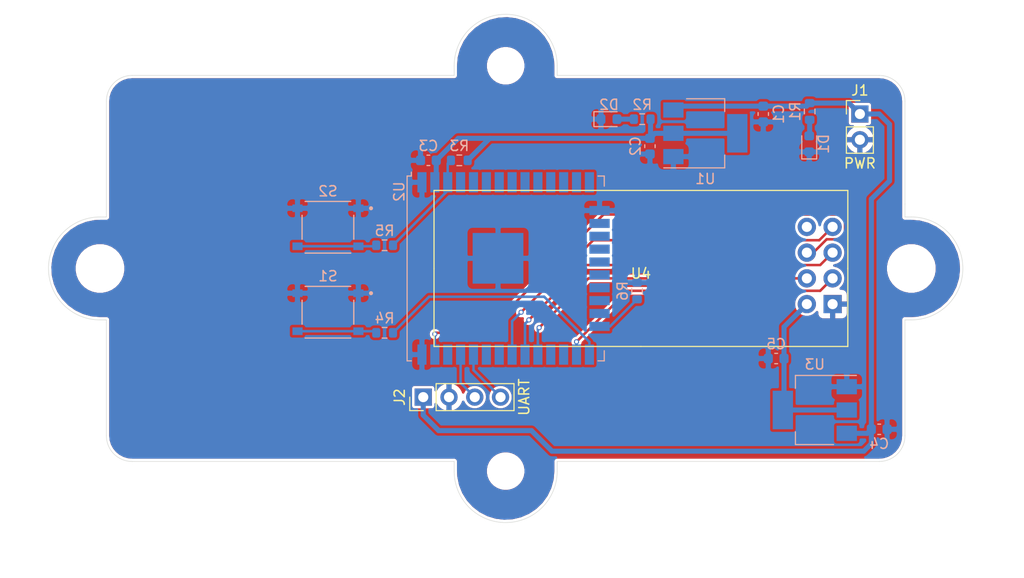
<source format=kicad_pcb>
(kicad_pcb (version 20171130) (host pcbnew "(5.1.12)-1")

  (general
    (thickness 1.6)
    (drawings 38)
    (tracks 95)
    (zones 0)
    (modules 25)
    (nets 44)
  )

  (page A4)
  (layers
    (0 F.Cu signal)
    (31 B.Cu signal)
    (32 B.Adhes user)
    (33 F.Adhes user)
    (34 B.Paste user)
    (35 F.Paste user)
    (36 B.SilkS user)
    (37 F.SilkS user)
    (38 B.Mask user)
    (39 F.Mask user)
    (40 Dwgs.User user)
    (41 Cmts.User user)
    (42 Eco1.User user)
    (43 Eco2.User user)
    (44 Edge.Cuts user)
    (45 Margin user)
    (46 B.CrtYd user)
    (47 F.CrtYd user)
    (48 B.Fab user)
    (49 F.Fab user)
  )

  (setup
    (last_trace_width 0.25)
    (user_trace_width 0.5)
    (trace_clearance 0.2)
    (zone_clearance 0.254)
    (zone_45_only no)
    (trace_min 0.2)
    (via_size 0.8)
    (via_drill 0.4)
    (via_min_size 0.4)
    (via_min_drill 0.3)
    (user_via 0.5 0.3)
    (uvia_size 0.3)
    (uvia_drill 0.1)
    (uvias_allowed no)
    (uvia_min_size 0.2)
    (uvia_min_drill 0.1)
    (edge_width 0.05)
    (segment_width 0.2)
    (pcb_text_width 0.3)
    (pcb_text_size 1.5 1.5)
    (mod_edge_width 0.12)
    (mod_text_size 1 1)
    (mod_text_width 0.15)
    (pad_size 1.524 1.524)
    (pad_drill 0.762)
    (pad_to_mask_clearance 0)
    (aux_axis_origin 0 0)
    (visible_elements 7FFFFFFF)
    (pcbplotparams
      (layerselection 0x010fc_ffffffff)
      (usegerberextensions false)
      (usegerberattributes true)
      (usegerberadvancedattributes true)
      (creategerberjobfile true)
      (excludeedgelayer true)
      (linewidth 0.100000)
      (plotframeref false)
      (viasonmask false)
      (mode 1)
      (useauxorigin false)
      (hpglpennumber 1)
      (hpglpenspeed 20)
      (hpglpendiameter 15.000000)
      (psnegative false)
      (psa4output false)
      (plotreference true)
      (plotvalue true)
      (plotinvisibletext false)
      (padsonsilk false)
      (subtractmaskfromsilk false)
      (outputformat 1)
      (mirror false)
      (drillshape 0)
      (scaleselection 1)
      (outputdirectory "C:/Users/USER/Desktop/gateway/"))
  )

  (net 0 "")
  (net 1 GND)
  (net 2 +5V)
  (net 3 +3V3)
  (net 4 "Net-(C5-Pad1)")
  (net 5 "Net-(D1-Pad2)")
  (net 6 "Net-(D2-Pad2)")
  (net 7 /EN)
  (net 8 /IO0)
  (net 9 "Net-(R4-Pad2)")
  (net 10 "Net-(R5-Pad2)")
  (net 11 /IO2)
  (net 12 /SENSOR_VP)
  (net 13 /SENSOR_VN)
  (net 14 /IO34)
  (net 15 /IO35)
  (net 16 /IO32)
  (net 17 /IO33)
  (net 18 /IO25)
  (net 19 /IO26)
  (net 20 /IO27)
  (net 21 /IO14)
  (net 22 /IO12)
  (net 23 /IO13)
  (net 24 /SD2)
  (net 25 /SD3)
  (net 26 /CMD)
  (net 27 /CLK)
  (net 28 /SD0)
  (net 29 /SD1)
  (net 30 /IO15)
  (net 31 /IO4)
  (net 32 /IO16_RX)
  (net 33 /IO17_TX)
  (net 34 /IO5)
  (net 35 /IO18)
  (net 36 /IO19)
  (net 37 "Net-(U2-Pad32)")
  (net 38 /IO21)
  (net 39 /RXD0)
  (net 40 /TXD0)
  (net 41 /IO22)
  (net 42 /IO23)
  (net 43 "Net-(U4-Pad8)")

  (net_class Default "This is the default net class."
    (clearance 0.2)
    (trace_width 0.25)
    (via_dia 0.8)
    (via_drill 0.4)
    (uvia_dia 0.3)
    (uvia_drill 0.1)
    (add_net +3V3)
    (add_net +5V)
    (add_net /CLK)
    (add_net /CMD)
    (add_net /EN)
    (add_net /IO0)
    (add_net /IO12)
    (add_net /IO13)
    (add_net /IO14)
    (add_net /IO15)
    (add_net /IO16_RX)
    (add_net /IO17_TX)
    (add_net /IO18)
    (add_net /IO19)
    (add_net /IO2)
    (add_net /IO21)
    (add_net /IO22)
    (add_net /IO23)
    (add_net /IO25)
    (add_net /IO26)
    (add_net /IO27)
    (add_net /IO32)
    (add_net /IO33)
    (add_net /IO34)
    (add_net /IO35)
    (add_net /IO4)
    (add_net /IO5)
    (add_net /RXD0)
    (add_net /SD0)
    (add_net /SD1)
    (add_net /SD2)
    (add_net /SD3)
    (add_net /SENSOR_VN)
    (add_net /SENSOR_VP)
    (add_net /TXD0)
    (add_net GND)
    (add_net "Net-(C5-Pad1)")
    (add_net "Net-(D1-Pad2)")
    (add_net "Net-(D2-Pad2)")
    (add_net "Net-(R4-Pad2)")
    (add_net "Net-(R5-Pad2)")
    (add_net "Net-(U2-Pad32)")
    (add_net "Net-(U4-Pad8)")
  )

  (module Capacitor_SMD:C_0603_1608Metric (layer B.Cu) (tedit 5F68FEEE) (tstamp 6387588E)
    (at 169.418 85.598 270)
    (descr "Capacitor SMD 0603 (1608 Metric), square (rectangular) end terminal, IPC_7351 nominal, (Body size source: IPC-SM-782 page 76, https://www.pcb-3d.com/wordpress/wp-content/uploads/ipc-sm-782a_amendment_1_and_2.pdf), generated with kicad-footprint-generator")
    (tags capacitor)
    (path /63476297)
    (attr smd)
    (fp_text reference C1 (at 0 -1.524 90) (layer B.SilkS)
      (effects (font (size 1 1) (thickness 0.15)) (justify mirror))
    )
    (fp_text value 100nf (at 0 -1.43 90) (layer B.Fab)
      (effects (font (size 1 1) (thickness 0.15)) (justify mirror))
    )
    (fp_line (start 1.48 -0.73) (end -1.48 -0.73) (layer B.CrtYd) (width 0.05))
    (fp_line (start 1.48 0.73) (end 1.48 -0.73) (layer B.CrtYd) (width 0.05))
    (fp_line (start -1.48 0.73) (end 1.48 0.73) (layer B.CrtYd) (width 0.05))
    (fp_line (start -1.48 -0.73) (end -1.48 0.73) (layer B.CrtYd) (width 0.05))
    (fp_line (start -0.14058 -0.51) (end 0.14058 -0.51) (layer B.SilkS) (width 0.12))
    (fp_line (start -0.14058 0.51) (end 0.14058 0.51) (layer B.SilkS) (width 0.12))
    (fp_line (start 0.8 -0.4) (end -0.8 -0.4) (layer B.Fab) (width 0.1))
    (fp_line (start 0.8 0.4) (end 0.8 -0.4) (layer B.Fab) (width 0.1))
    (fp_line (start -0.8 0.4) (end 0.8 0.4) (layer B.Fab) (width 0.1))
    (fp_line (start -0.8 -0.4) (end -0.8 0.4) (layer B.Fab) (width 0.1))
    (fp_text user %R (at 0 0 90) (layer B.Fab)
      (effects (font (size 0.4 0.4) (thickness 0.06)) (justify mirror))
    )
    (pad 1 smd roundrect (at -0.775 0 270) (size 0.9 0.95) (layers B.Cu B.Paste B.Mask) (roundrect_rratio 0.25)
      (net 2 +5V))
    (pad 2 smd roundrect (at 0.775 0 270) (size 0.9 0.95) (layers B.Cu B.Paste B.Mask) (roundrect_rratio 0.25)
      (net 1 GND))
    (model ${KISYS3DMOD}/Capacitor_SMD.3dshapes/C_0603_1608Metric.wrl
      (at (xyz 0 0 0))
      (scale (xyz 1 1 1))
      (rotate (xyz 0 0 0))
    )
  )

  (module Capacitor_SMD:C_0603_1608Metric (layer B.Cu) (tedit 5F68FEEE) (tstamp 6387488C)
    (at 158.242 88.773 270)
    (descr "Capacitor SMD 0603 (1608 Metric), square (rectangular) end terminal, IPC_7351 nominal, (Body size source: IPC-SM-782 page 76, https://www.pcb-3d.com/wordpress/wp-content/uploads/ipc-sm-782a_amendment_1_and_2.pdf), generated with kicad-footprint-generator")
    (tags capacitor)
    (path /6347629D)
    (attr smd)
    (fp_text reference C2 (at 0 1.43 90) (layer B.SilkS)
      (effects (font (size 1 1) (thickness 0.15)) (justify mirror))
    )
    (fp_text value 100nf (at 0 -1.43 90) (layer B.Fab)
      (effects (font (size 1 1) (thickness 0.15)) (justify mirror))
    )
    (fp_line (start -0.8 -0.4) (end -0.8 0.4) (layer B.Fab) (width 0.1))
    (fp_line (start -0.8 0.4) (end 0.8 0.4) (layer B.Fab) (width 0.1))
    (fp_line (start 0.8 0.4) (end 0.8 -0.4) (layer B.Fab) (width 0.1))
    (fp_line (start 0.8 -0.4) (end -0.8 -0.4) (layer B.Fab) (width 0.1))
    (fp_line (start -0.14058 0.51) (end 0.14058 0.51) (layer B.SilkS) (width 0.12))
    (fp_line (start -0.14058 -0.51) (end 0.14058 -0.51) (layer B.SilkS) (width 0.12))
    (fp_line (start -1.48 -0.73) (end -1.48 0.73) (layer B.CrtYd) (width 0.05))
    (fp_line (start -1.48 0.73) (end 1.48 0.73) (layer B.CrtYd) (width 0.05))
    (fp_line (start 1.48 0.73) (end 1.48 -0.73) (layer B.CrtYd) (width 0.05))
    (fp_line (start 1.48 -0.73) (end -1.48 -0.73) (layer B.CrtYd) (width 0.05))
    (fp_text user %R (at 0 0 90) (layer B.Fab)
      (effects (font (size 0.4 0.4) (thickness 0.06)) (justify mirror))
    )
    (pad 2 smd roundrect (at 0.775 0 270) (size 0.9 0.95) (layers B.Cu B.Paste B.Mask) (roundrect_rratio 0.25)
      (net 1 GND))
    (pad 1 smd roundrect (at -0.775 0 270) (size 0.9 0.95) (layers B.Cu B.Paste B.Mask) (roundrect_rratio 0.25)
      (net 3 +3V3))
    (model ${KISYS3DMOD}/Capacitor_SMD.3dshapes/C_0603_1608Metric.wrl
      (at (xyz 0 0 0))
      (scale (xyz 1 1 1))
      (rotate (xyz 0 0 0))
    )
  )

  (module Capacitor_SMD:C_0603_1608Metric (layer B.Cu) (tedit 5F68FEEE) (tstamp 6387489D)
    (at 136.398 90.17 180)
    (descr "Capacitor SMD 0603 (1608 Metric), square (rectangular) end terminal, IPC_7351 nominal, (Body size source: IPC-SM-782 page 76, https://www.pcb-3d.com/wordpress/wp-content/uploads/ipc-sm-782a_amendment_1_and_2.pdf), generated with kicad-footprint-generator")
    (tags capacitor)
    (path /635085ED)
    (attr smd)
    (fp_text reference C3 (at 0 1.43) (layer B.SilkS)
      (effects (font (size 1 1) (thickness 0.15)) (justify mirror))
    )
    (fp_text value 100nf (at 0 -1.43) (layer B.Fab)
      (effects (font (size 1 1) (thickness 0.15)) (justify mirror))
    )
    (fp_line (start 1.48 -0.73) (end -1.48 -0.73) (layer B.CrtYd) (width 0.05))
    (fp_line (start 1.48 0.73) (end 1.48 -0.73) (layer B.CrtYd) (width 0.05))
    (fp_line (start -1.48 0.73) (end 1.48 0.73) (layer B.CrtYd) (width 0.05))
    (fp_line (start -1.48 -0.73) (end -1.48 0.73) (layer B.CrtYd) (width 0.05))
    (fp_line (start -0.14058 -0.51) (end 0.14058 -0.51) (layer B.SilkS) (width 0.12))
    (fp_line (start -0.14058 0.51) (end 0.14058 0.51) (layer B.SilkS) (width 0.12))
    (fp_line (start 0.8 -0.4) (end -0.8 -0.4) (layer B.Fab) (width 0.1))
    (fp_line (start 0.8 0.4) (end 0.8 -0.4) (layer B.Fab) (width 0.1))
    (fp_line (start -0.8 0.4) (end 0.8 0.4) (layer B.Fab) (width 0.1))
    (fp_line (start -0.8 -0.4) (end -0.8 0.4) (layer B.Fab) (width 0.1))
    (fp_text user %R (at 0 0) (layer B.Fab)
      (effects (font (size 0.4 0.4) (thickness 0.06)) (justify mirror))
    )
    (pad 1 smd roundrect (at -0.775 0 180) (size 0.9 0.95) (layers B.Cu B.Paste B.Mask) (roundrect_rratio 0.25)
      (net 3 +3V3))
    (pad 2 smd roundrect (at 0.775 0 180) (size 0.9 0.95) (layers B.Cu B.Paste B.Mask) (roundrect_rratio 0.25)
      (net 1 GND))
    (model ${KISYS3DMOD}/Capacitor_SMD.3dshapes/C_0603_1608Metric.wrl
      (at (xyz 0 0 0))
      (scale (xyz 1 1 1))
      (rotate (xyz 0 0 0))
    )
  )

  (module Capacitor_SMD:C_0603_1608Metric (layer B.Cu) (tedit 5F68FEEE) (tstamp 638748AE)
    (at 180.848 116.713)
    (descr "Capacitor SMD 0603 (1608 Metric), square (rectangular) end terminal, IPC_7351 nominal, (Body size source: IPC-SM-782 page 76, https://www.pcb-3d.com/wordpress/wp-content/uploads/ipc-sm-782a_amendment_1_and_2.pdf), generated with kicad-footprint-generator")
    (tags capacitor)
    (path /6352C547)
    (attr smd)
    (fp_text reference C4 (at 0 1.43) (layer B.SilkS)
      (effects (font (size 1 1) (thickness 0.15)) (justify mirror))
    )
    (fp_text value 100nf (at 0 -1.43) (layer B.Fab)
      (effects (font (size 1 1) (thickness 0.15)) (justify mirror))
    )
    (fp_line (start -0.8 -0.4) (end -0.8 0.4) (layer B.Fab) (width 0.1))
    (fp_line (start -0.8 0.4) (end 0.8 0.4) (layer B.Fab) (width 0.1))
    (fp_line (start 0.8 0.4) (end 0.8 -0.4) (layer B.Fab) (width 0.1))
    (fp_line (start 0.8 -0.4) (end -0.8 -0.4) (layer B.Fab) (width 0.1))
    (fp_line (start -0.14058 0.51) (end 0.14058 0.51) (layer B.SilkS) (width 0.12))
    (fp_line (start -0.14058 -0.51) (end 0.14058 -0.51) (layer B.SilkS) (width 0.12))
    (fp_line (start -1.48 -0.73) (end -1.48 0.73) (layer B.CrtYd) (width 0.05))
    (fp_line (start -1.48 0.73) (end 1.48 0.73) (layer B.CrtYd) (width 0.05))
    (fp_line (start 1.48 0.73) (end 1.48 -0.73) (layer B.CrtYd) (width 0.05))
    (fp_line (start 1.48 -0.73) (end -1.48 -0.73) (layer B.CrtYd) (width 0.05))
    (fp_text user %R (at 0 0) (layer B.Fab)
      (effects (font (size 0.4 0.4) (thickness 0.06)) (justify mirror))
    )
    (pad 2 smd roundrect (at 0.775 0) (size 0.9 0.95) (layers B.Cu B.Paste B.Mask) (roundrect_rratio 0.25)
      (net 1 GND))
    (pad 1 smd roundrect (at -0.775 0) (size 0.9 0.95) (layers B.Cu B.Paste B.Mask) (roundrect_rratio 0.25)
      (net 2 +5V))
    (model ${KISYS3DMOD}/Capacitor_SMD.3dshapes/C_0603_1608Metric.wrl
      (at (xyz 0 0 0))
      (scale (xyz 1 1 1))
      (rotate (xyz 0 0 0))
    )
  )

  (module Capacitor_SMD:C_0603_1608Metric (layer B.Cu) (tedit 5F68FEEE) (tstamp 638748BF)
    (at 170.688 109.728 180)
    (descr "Capacitor SMD 0603 (1608 Metric), square (rectangular) end terminal, IPC_7351 nominal, (Body size source: IPC-SM-782 page 76, https://www.pcb-3d.com/wordpress/wp-content/uploads/ipc-sm-782a_amendment_1_and_2.pdf), generated with kicad-footprint-generator")
    (tags capacitor)
    (path /6352C54D)
    (attr smd)
    (fp_text reference C5 (at 0 1.43) (layer B.SilkS)
      (effects (font (size 1 1) (thickness 0.15)) (justify mirror))
    )
    (fp_text value 100nf (at 0 -1.43) (layer B.Fab)
      (effects (font (size 1 1) (thickness 0.15)) (justify mirror))
    )
    (fp_line (start 1.48 -0.73) (end -1.48 -0.73) (layer B.CrtYd) (width 0.05))
    (fp_line (start 1.48 0.73) (end 1.48 -0.73) (layer B.CrtYd) (width 0.05))
    (fp_line (start -1.48 0.73) (end 1.48 0.73) (layer B.CrtYd) (width 0.05))
    (fp_line (start -1.48 -0.73) (end -1.48 0.73) (layer B.CrtYd) (width 0.05))
    (fp_line (start -0.14058 -0.51) (end 0.14058 -0.51) (layer B.SilkS) (width 0.12))
    (fp_line (start -0.14058 0.51) (end 0.14058 0.51) (layer B.SilkS) (width 0.12))
    (fp_line (start 0.8 -0.4) (end -0.8 -0.4) (layer B.Fab) (width 0.1))
    (fp_line (start 0.8 0.4) (end 0.8 -0.4) (layer B.Fab) (width 0.1))
    (fp_line (start -0.8 0.4) (end 0.8 0.4) (layer B.Fab) (width 0.1))
    (fp_line (start -0.8 -0.4) (end -0.8 0.4) (layer B.Fab) (width 0.1))
    (fp_text user %R (at 0 0) (layer B.Fab)
      (effects (font (size 0.4 0.4) (thickness 0.06)) (justify mirror))
    )
    (pad 1 smd roundrect (at -0.775 0 180) (size 0.9 0.95) (layers B.Cu B.Paste B.Mask) (roundrect_rratio 0.25)
      (net 4 "Net-(C5-Pad1)"))
    (pad 2 smd roundrect (at 0.775 0 180) (size 0.9 0.95) (layers B.Cu B.Paste B.Mask) (roundrect_rratio 0.25)
      (net 1 GND))
    (model ${KISYS3DMOD}/Capacitor_SMD.3dshapes/C_0603_1608Metric.wrl
      (at (xyz 0 0 0))
      (scale (xyz 1 1 1))
      (rotate (xyz 0 0 0))
    )
  )

  (module LED_SMD:LED_0603_1608Metric (layer B.Cu) (tedit 5F68FEF1) (tstamp 638748D2)
    (at 173.946999 88.546999 90)
    (descr "LED SMD 0603 (1608 Metric), square (rectangular) end terminal, IPC_7351 nominal, (Body size source: http://www.tortai-tech.com/upload/download/2011102023233369053.pdf), generated with kicad-footprint-generator")
    (tags LED)
    (path /6348F565)
    (attr smd)
    (fp_text reference D1 (at 0 1.43 90) (layer B.SilkS)
      (effects (font (size 1 1) (thickness 0.15)) (justify mirror))
    )
    (fp_text value 5.0PWR (at 0 -1.43 90) (layer B.Fab)
      (effects (font (size 1 1) (thickness 0.15)) (justify mirror))
    )
    (fp_line (start 0.8 0.4) (end -0.5 0.4) (layer B.Fab) (width 0.1))
    (fp_line (start -0.5 0.4) (end -0.8 0.1) (layer B.Fab) (width 0.1))
    (fp_line (start -0.8 0.1) (end -0.8 -0.4) (layer B.Fab) (width 0.1))
    (fp_line (start -0.8 -0.4) (end 0.8 -0.4) (layer B.Fab) (width 0.1))
    (fp_line (start 0.8 -0.4) (end 0.8 0.4) (layer B.Fab) (width 0.1))
    (fp_line (start 0.8 0.735) (end -1.485 0.735) (layer B.SilkS) (width 0.12))
    (fp_line (start -1.485 0.735) (end -1.485 -0.735) (layer B.SilkS) (width 0.12))
    (fp_line (start -1.485 -0.735) (end 0.8 -0.735) (layer B.SilkS) (width 0.12))
    (fp_line (start -1.48 -0.73) (end -1.48 0.73) (layer B.CrtYd) (width 0.05))
    (fp_line (start -1.48 0.73) (end 1.48 0.73) (layer B.CrtYd) (width 0.05))
    (fp_line (start 1.48 0.73) (end 1.48 -0.73) (layer B.CrtYd) (width 0.05))
    (fp_line (start 1.48 -0.73) (end -1.48 -0.73) (layer B.CrtYd) (width 0.05))
    (fp_text user %R (at 0 0 90) (layer B.Fab)
      (effects (font (size 0.4 0.4) (thickness 0.06)) (justify mirror))
    )
    (pad 2 smd roundrect (at 0.7875 0 90) (size 0.875 0.95) (layers B.Cu B.Paste B.Mask) (roundrect_rratio 0.25)
      (net 5 "Net-(D1-Pad2)"))
    (pad 1 smd roundrect (at -0.7875 0 90) (size 0.875 0.95) (layers B.Cu B.Paste B.Mask) (roundrect_rratio 0.25)
      (net 1 GND))
    (model ${KISYS3DMOD}/LED_SMD.3dshapes/LED_0603_1608Metric.wrl
      (at (xyz 0 0 0))
      (scale (xyz 1 1 1))
      (rotate (xyz 0 0 0))
    )
  )

  (module LED_SMD:LED_0603_1608Metric (layer B.Cu) (tedit 5F68FEF1) (tstamp 638748E5)
    (at 154.2035 86.106)
    (descr "LED SMD 0603 (1608 Metric), square (rectangular) end terminal, IPC_7351 nominal, (Body size source: http://www.tortai-tech.com/upload/download/2011102023233369053.pdf), generated with kicad-footprint-generator")
    (tags LED)
    (path /6348F57D)
    (attr smd)
    (fp_text reference D2 (at 0 -1.422999) (layer B.SilkS)
      (effects (font (size 1 1) (thickness 0.15)) (justify mirror))
    )
    (fp_text value 3.3PWR (at 0 -1.43) (layer B.Fab)
      (effects (font (size 1 1) (thickness 0.15)) (justify mirror))
    )
    (fp_line (start 1.48 -0.73) (end -1.48 -0.73) (layer B.CrtYd) (width 0.05))
    (fp_line (start 1.48 0.73) (end 1.48 -0.73) (layer B.CrtYd) (width 0.05))
    (fp_line (start -1.48 0.73) (end 1.48 0.73) (layer B.CrtYd) (width 0.05))
    (fp_line (start -1.48 -0.73) (end -1.48 0.73) (layer B.CrtYd) (width 0.05))
    (fp_line (start -1.485 -0.735) (end 0.8 -0.735) (layer B.SilkS) (width 0.12))
    (fp_line (start -1.485 0.735) (end -1.485 -0.735) (layer B.SilkS) (width 0.12))
    (fp_line (start 0.8 0.735) (end -1.485 0.735) (layer B.SilkS) (width 0.12))
    (fp_line (start 0.8 -0.4) (end 0.8 0.4) (layer B.Fab) (width 0.1))
    (fp_line (start -0.8 -0.4) (end 0.8 -0.4) (layer B.Fab) (width 0.1))
    (fp_line (start -0.8 0.1) (end -0.8 -0.4) (layer B.Fab) (width 0.1))
    (fp_line (start -0.5 0.4) (end -0.8 0.1) (layer B.Fab) (width 0.1))
    (fp_line (start 0.8 0.4) (end -0.5 0.4) (layer B.Fab) (width 0.1))
    (fp_text user %R (at 0 0) (layer B.Fab)
      (effects (font (size 0.4 0.4) (thickness 0.06)) (justify mirror))
    )
    (pad 1 smd roundrect (at -0.7875 0) (size 0.875 0.95) (layers B.Cu B.Paste B.Mask) (roundrect_rratio 0.25)
      (net 1 GND))
    (pad 2 smd roundrect (at 0.7875 0) (size 0.875 0.95) (layers B.Cu B.Paste B.Mask) (roundrect_rratio 0.25)
      (net 6 "Net-(D2-Pad2)"))
    (model ${KISYS3DMOD}/LED_SMD.3dshapes/LED_0603_1608Metric.wrl
      (at (xyz 0 0 0))
      (scale (xyz 1 1 1))
      (rotate (xyz 0 0 0))
    )
  )

  (module MountingHole:MountingHole_3.2mm_M3 (layer F.Cu) (tedit 56D1B4CB) (tstamp 638748FD)
    (at 144.018 120.838)
    (descr "Mounting Hole 3.2mm, no annular, M3")
    (tags "mounting hole 3.2mm no annular m3")
    (path /635B22FB)
    (attr virtual)
    (fp_text reference H3 (at 0 -4.2) (layer F.Fab)
      (effects (font (size 1 1) (thickness 0.15)))
    )
    (fp_text value MountingHole (at 0 4.2) (layer F.Fab)
      (effects (font (size 1 1) (thickness 0.15)))
    )
    (fp_circle (center 0 0) (end 3.2 0) (layer Cmts.User) (width 0.15))
    (fp_circle (center 0 0) (end 3.45 0) (layer F.CrtYd) (width 0.05))
    (fp_text user %R (at 0.3 0) (layer F.Fab)
      (effects (font (size 1 1) (thickness 0.15)))
    )
    (pad 1 np_thru_hole circle (at 0 0) (size 3.2 3.2) (drill 3.2) (layers *.Cu *.Mask))
  )

  (module MountingHole:MountingHole_3.2mm_M3 (layer F.Cu) (tedit 56D1B4CB) (tstamp 63874905)
    (at 144.018 80.838)
    (descr "Mounting Hole 3.2mm, no annular, M3")
    (tags "mounting hole 3.2mm no annular m3")
    (path /635B3D77)
    (attr virtual)
    (fp_text reference H4 (at 0 -4.2) (layer F.Fab)
      (effects (font (size 1 1) (thickness 0.15)))
    )
    (fp_text value MountingHole (at 0 4.2) (layer F.Fab)
      (effects (font (size 1 1) (thickness 0.15)))
    )
    (fp_circle (center 0 0) (end 3.45 0) (layer F.CrtYd) (width 0.05))
    (fp_circle (center 0 0) (end 3.2 0) (layer Cmts.User) (width 0.15))
    (fp_text user %R (at 0.3 0) (layer F.Fab)
      (effects (font (size 1 1) (thickness 0.15)))
    )
    (pad 1 np_thru_hole circle (at 0 0) (size 3.2 3.2) (drill 3.2) (layers *.Cu *.Mask))
  )

  (module Connector_PinHeader_2.54mm:PinHeader_1x02_P2.54mm_Vertical (layer F.Cu) (tedit 59FED5CC) (tstamp 6387491B)
    (at 178.943 85.598)
    (descr "Through hole straight pin header, 1x02, 2.54mm pitch, single row")
    (tags "Through hole pin header THT 1x02 2.54mm single row")
    (path /6354DBD3)
    (fp_text reference J1 (at 0 -2.33) (layer F.SilkS)
      (effects (font (size 1 1) (thickness 0.15)))
    )
    (fp_text value PWR (at 0 4.87) (layer F.SilkS)
      (effects (font (size 1 1) (thickness 0.15)))
    )
    (fp_line (start 1.8 -1.8) (end -1.8 -1.8) (layer F.CrtYd) (width 0.05))
    (fp_line (start 1.8 4.35) (end 1.8 -1.8) (layer F.CrtYd) (width 0.05))
    (fp_line (start -1.8 4.35) (end 1.8 4.35) (layer F.CrtYd) (width 0.05))
    (fp_line (start -1.8 -1.8) (end -1.8 4.35) (layer F.CrtYd) (width 0.05))
    (fp_line (start -1.33 -1.33) (end 0 -1.33) (layer F.SilkS) (width 0.12))
    (fp_line (start -1.33 0) (end -1.33 -1.33) (layer F.SilkS) (width 0.12))
    (fp_line (start -1.33 1.27) (end 1.33 1.27) (layer F.SilkS) (width 0.12))
    (fp_line (start 1.33 1.27) (end 1.33 3.87) (layer F.SilkS) (width 0.12))
    (fp_line (start -1.33 1.27) (end -1.33 3.87) (layer F.SilkS) (width 0.12))
    (fp_line (start -1.33 3.87) (end 1.33 3.87) (layer F.SilkS) (width 0.12))
    (fp_line (start -1.27 -0.635) (end -0.635 -1.27) (layer F.Fab) (width 0.1))
    (fp_line (start -1.27 3.81) (end -1.27 -0.635) (layer F.Fab) (width 0.1))
    (fp_line (start 1.27 3.81) (end -1.27 3.81) (layer F.Fab) (width 0.1))
    (fp_line (start 1.27 -1.27) (end 1.27 3.81) (layer F.Fab) (width 0.1))
    (fp_line (start -0.635 -1.27) (end 1.27 -1.27) (layer F.Fab) (width 0.1))
    (fp_text user %R (at 0 1.27 90) (layer F.Fab)
      (effects (font (size 1 1) (thickness 0.15)))
    )
    (pad 1 thru_hole rect (at 0 0) (size 1.7 1.7) (drill 1) (layers *.Cu *.Mask)
      (net 2 +5V))
    (pad 2 thru_hole oval (at 0 2.54) (size 1.7 1.7) (drill 1) (layers *.Cu *.Mask)
      (net 1 GND))
    (model ${KISYS3DMOD}/Connector_PinHeader_2.54mm.3dshapes/PinHeader_1x02_P2.54mm_Vertical.wrl
      (at (xyz 0 0 0))
      (scale (xyz 1 1 1))
      (rotate (xyz 0 0 0))
    )
  )

  (module Connector_PinHeader_2.54mm:PinHeader_1x04_P2.54mm_Vertical (layer F.Cu) (tedit 59FED5CC) (tstamp 63874933)
    (at 135.89 113.538 90)
    (descr "Through hole straight pin header, 1x04, 2.54mm pitch, single row")
    (tags "Through hole pin header THT 1x04 2.54mm single row")
    (path /63585315)
    (fp_text reference J2 (at 0 -2.33 90) (layer F.SilkS)
      (effects (font (size 1 1) (thickness 0.15)))
    )
    (fp_text value UART (at 0 9.95 90) (layer F.SilkS)
      (effects (font (size 1 1) (thickness 0.15)))
    )
    (fp_line (start 1.8 -1.8) (end -1.8 -1.8) (layer F.CrtYd) (width 0.05))
    (fp_line (start 1.8 9.4) (end 1.8 -1.8) (layer F.CrtYd) (width 0.05))
    (fp_line (start -1.8 9.4) (end 1.8 9.4) (layer F.CrtYd) (width 0.05))
    (fp_line (start -1.8 -1.8) (end -1.8 9.4) (layer F.CrtYd) (width 0.05))
    (fp_line (start -1.33 -1.33) (end 0 -1.33) (layer F.SilkS) (width 0.12))
    (fp_line (start -1.33 0) (end -1.33 -1.33) (layer F.SilkS) (width 0.12))
    (fp_line (start -1.33 1.27) (end 1.33 1.27) (layer F.SilkS) (width 0.12))
    (fp_line (start 1.33 1.27) (end 1.33 8.95) (layer F.SilkS) (width 0.12))
    (fp_line (start -1.33 1.27) (end -1.33 8.95) (layer F.SilkS) (width 0.12))
    (fp_line (start -1.33 8.95) (end 1.33 8.95) (layer F.SilkS) (width 0.12))
    (fp_line (start -1.27 -0.635) (end -0.635 -1.27) (layer F.Fab) (width 0.1))
    (fp_line (start -1.27 8.89) (end -1.27 -0.635) (layer F.Fab) (width 0.1))
    (fp_line (start 1.27 8.89) (end -1.27 8.89) (layer F.Fab) (width 0.1))
    (fp_line (start 1.27 -1.27) (end 1.27 8.89) (layer F.Fab) (width 0.1))
    (fp_line (start -0.635 -1.27) (end 1.27 -1.27) (layer F.Fab) (width 0.1))
    (fp_text user %R (at 0 3.81) (layer F.Fab)
      (effects (font (size 1 1) (thickness 0.15)))
    )
    (pad 1 thru_hole rect (at 0 0 90) (size 1.7 1.7) (drill 1) (layers *.Cu *.Mask)
      (net 2 +5V))
    (pad 2 thru_hole oval (at 0 2.54 90) (size 1.7 1.7) (drill 1) (layers *.Cu *.Mask)
      (net 1 GND))
    (pad 3 thru_hole oval (at 0 5.08 90) (size 1.7 1.7) (drill 1) (layers *.Cu *.Mask)
      (net 40 /TXD0))
    (pad 4 thru_hole oval (at 0 7.62 90) (size 1.7 1.7) (drill 1) (layers *.Cu *.Mask)
      (net 39 /RXD0))
    (model ${KISYS3DMOD}/Connector_PinHeader_2.54mm.3dshapes/PinHeader_1x04_P2.54mm_Vertical.wrl
      (at (xyz 0 0 0))
      (scale (xyz 1 1 1))
      (rotate (xyz 0 0 0))
    )
  )

  (module Resistor_SMD:R_0603_1608Metric (layer B.Cu) (tedit 5F68FEEE) (tstamp 63874944)
    (at 173.99 85.344 270)
    (descr "Resistor SMD 0603 (1608 Metric), square (rectangular) end terminal, IPC_7351 nominal, (Body size source: IPC-SM-782 page 72, https://www.pcb-3d.com/wordpress/wp-content/uploads/ipc-sm-782a_amendment_1_and_2.pdf), generated with kicad-footprint-generator")
    (tags resistor)
    (path /6348F571)
    (attr smd)
    (fp_text reference R1 (at 0 1.43 90) (layer B.SilkS)
      (effects (font (size 1 1) (thickness 0.15)) (justify mirror))
    )
    (fp_text value 2k (at 0 -1.43 90) (layer B.Fab)
      (effects (font (size 1 1) (thickness 0.15)) (justify mirror))
    )
    (fp_line (start 1.48 -0.73) (end -1.48 -0.73) (layer B.CrtYd) (width 0.05))
    (fp_line (start 1.48 0.73) (end 1.48 -0.73) (layer B.CrtYd) (width 0.05))
    (fp_line (start -1.48 0.73) (end 1.48 0.73) (layer B.CrtYd) (width 0.05))
    (fp_line (start -1.48 -0.73) (end -1.48 0.73) (layer B.CrtYd) (width 0.05))
    (fp_line (start -0.237258 -0.5225) (end 0.237258 -0.5225) (layer B.SilkS) (width 0.12))
    (fp_line (start -0.237258 0.5225) (end 0.237258 0.5225) (layer B.SilkS) (width 0.12))
    (fp_line (start 0.8 -0.4125) (end -0.8 -0.4125) (layer B.Fab) (width 0.1))
    (fp_line (start 0.8 0.4125) (end 0.8 -0.4125) (layer B.Fab) (width 0.1))
    (fp_line (start -0.8 0.4125) (end 0.8 0.4125) (layer B.Fab) (width 0.1))
    (fp_line (start -0.8 -0.4125) (end -0.8 0.4125) (layer B.Fab) (width 0.1))
    (fp_text user %R (at 0 0 90) (layer B.Fab)
      (effects (font (size 0.4 0.4) (thickness 0.06)) (justify mirror))
    )
    (pad 1 smd roundrect (at -0.825 0 270) (size 0.8 0.95) (layers B.Cu B.Paste B.Mask) (roundrect_rratio 0.25)
      (net 2 +5V))
    (pad 2 smd roundrect (at 0.825 0 270) (size 0.8 0.95) (layers B.Cu B.Paste B.Mask) (roundrect_rratio 0.25)
      (net 5 "Net-(D1-Pad2)"))
    (model ${KISYS3DMOD}/Resistor_SMD.3dshapes/R_0603_1608Metric.wrl
      (at (xyz 0 0 0))
      (scale (xyz 1 1 1))
      (rotate (xyz 0 0 0))
    )
  )

  (module Resistor_SMD:R_0603_1608Metric (layer B.Cu) (tedit 5F68FEEE) (tstamp 63874955)
    (at 157.48 86.106 180)
    (descr "Resistor SMD 0603 (1608 Metric), square (rectangular) end terminal, IPC_7351 nominal, (Body size source: IPC-SM-782 page 72, https://www.pcb-3d.com/wordpress/wp-content/uploads/ipc-sm-782a_amendment_1_and_2.pdf), generated with kicad-footprint-generator")
    (tags resistor)
    (path /6348F589)
    (attr smd)
    (fp_text reference R2 (at 0 1.43) (layer B.SilkS)
      (effects (font (size 1 1) (thickness 0.15)) (justify mirror))
    )
    (fp_text value 1k (at 0 -1.43) (layer B.Fab)
      (effects (font (size 1 1) (thickness 0.15)) (justify mirror))
    )
    (fp_line (start -0.8 -0.4125) (end -0.8 0.4125) (layer B.Fab) (width 0.1))
    (fp_line (start -0.8 0.4125) (end 0.8 0.4125) (layer B.Fab) (width 0.1))
    (fp_line (start 0.8 0.4125) (end 0.8 -0.4125) (layer B.Fab) (width 0.1))
    (fp_line (start 0.8 -0.4125) (end -0.8 -0.4125) (layer B.Fab) (width 0.1))
    (fp_line (start -0.237258 0.5225) (end 0.237258 0.5225) (layer B.SilkS) (width 0.12))
    (fp_line (start -0.237258 -0.5225) (end 0.237258 -0.5225) (layer B.SilkS) (width 0.12))
    (fp_line (start -1.48 -0.73) (end -1.48 0.73) (layer B.CrtYd) (width 0.05))
    (fp_line (start -1.48 0.73) (end 1.48 0.73) (layer B.CrtYd) (width 0.05))
    (fp_line (start 1.48 0.73) (end 1.48 -0.73) (layer B.CrtYd) (width 0.05))
    (fp_line (start 1.48 -0.73) (end -1.48 -0.73) (layer B.CrtYd) (width 0.05))
    (fp_text user %R (at 0 0) (layer B.Fab)
      (effects (font (size 0.4 0.4) (thickness 0.06)) (justify mirror))
    )
    (pad 2 smd roundrect (at 0.825 0 180) (size 0.8 0.95) (layers B.Cu B.Paste B.Mask) (roundrect_rratio 0.25)
      (net 6 "Net-(D2-Pad2)"))
    (pad 1 smd roundrect (at -0.825 0 180) (size 0.8 0.95) (layers B.Cu B.Paste B.Mask) (roundrect_rratio 0.25)
      (net 3 +3V3))
    (model ${KISYS3DMOD}/Resistor_SMD.3dshapes/R_0603_1608Metric.wrl
      (at (xyz 0 0 0))
      (scale (xyz 1 1 1))
      (rotate (xyz 0 0 0))
    )
  )

  (module Resistor_SMD:R_0603_1608Metric (layer B.Cu) (tedit 5F68FEEE) (tstamp 63874966)
    (at 139.446 90.17 180)
    (descr "Resistor SMD 0603 (1608 Metric), square (rectangular) end terminal, IPC_7351 nominal, (Body size source: IPC-SM-782 page 72, https://www.pcb-3d.com/wordpress/wp-content/uploads/ipc-sm-782a_amendment_1_and_2.pdf), generated with kicad-footprint-generator")
    (tags resistor)
    (path /6346736D)
    (attr smd)
    (fp_text reference R3 (at 0 1.43) (layer B.SilkS)
      (effects (font (size 1 1) (thickness 0.15)) (justify mirror))
    )
    (fp_text value 10k (at 0 -1.43) (layer B.Fab)
      (effects (font (size 1 1) (thickness 0.15)) (justify mirror))
    )
    (fp_line (start -0.8 -0.4125) (end -0.8 0.4125) (layer B.Fab) (width 0.1))
    (fp_line (start -0.8 0.4125) (end 0.8 0.4125) (layer B.Fab) (width 0.1))
    (fp_line (start 0.8 0.4125) (end 0.8 -0.4125) (layer B.Fab) (width 0.1))
    (fp_line (start 0.8 -0.4125) (end -0.8 -0.4125) (layer B.Fab) (width 0.1))
    (fp_line (start -0.237258 0.5225) (end 0.237258 0.5225) (layer B.SilkS) (width 0.12))
    (fp_line (start -0.237258 -0.5225) (end 0.237258 -0.5225) (layer B.SilkS) (width 0.12))
    (fp_line (start -1.48 -0.73) (end -1.48 0.73) (layer B.CrtYd) (width 0.05))
    (fp_line (start -1.48 0.73) (end 1.48 0.73) (layer B.CrtYd) (width 0.05))
    (fp_line (start 1.48 0.73) (end 1.48 -0.73) (layer B.CrtYd) (width 0.05))
    (fp_line (start 1.48 -0.73) (end -1.48 -0.73) (layer B.CrtYd) (width 0.05))
    (fp_text user %R (at 0 0) (layer B.Fab)
      (effects (font (size 0.4 0.4) (thickness 0.06)) (justify mirror))
    )
    (pad 2 smd roundrect (at 0.825 0 180) (size 0.8 0.95) (layers B.Cu B.Paste B.Mask) (roundrect_rratio 0.25)
      (net 7 /EN))
    (pad 1 smd roundrect (at -0.825 0 180) (size 0.8 0.95) (layers B.Cu B.Paste B.Mask) (roundrect_rratio 0.25)
      (net 3 +3V3))
    (model ${KISYS3DMOD}/Resistor_SMD.3dshapes/R_0603_1608Metric.wrl
      (at (xyz 0 0 0))
      (scale (xyz 1 1 1))
      (rotate (xyz 0 0 0))
    )
  )

  (module Resistor_SMD:R_0603_1608Metric (layer B.Cu) (tedit 5F68FEEE) (tstamp 63876078)
    (at 132.08 107.188 180)
    (descr "Resistor SMD 0603 (1608 Metric), square (rectangular) end terminal, IPC_7351 nominal, (Body size source: IPC-SM-782 page 72, https://www.pcb-3d.com/wordpress/wp-content/uploads/ipc-sm-782a_amendment_1_and_2.pdf), generated with kicad-footprint-generator")
    (tags resistor)
    (path /6346734C)
    (attr smd)
    (fp_text reference R4 (at 0 1.43) (layer B.SilkS)
      (effects (font (size 1 1) (thickness 0.15)) (justify mirror))
    )
    (fp_text value 470 (at 0 -1.43) (layer B.Fab)
      (effects (font (size 1 1) (thickness 0.15)) (justify mirror))
    )
    (fp_line (start 1.48 -0.73) (end -1.48 -0.73) (layer B.CrtYd) (width 0.05))
    (fp_line (start 1.48 0.73) (end 1.48 -0.73) (layer B.CrtYd) (width 0.05))
    (fp_line (start -1.48 0.73) (end 1.48 0.73) (layer B.CrtYd) (width 0.05))
    (fp_line (start -1.48 -0.73) (end -1.48 0.73) (layer B.CrtYd) (width 0.05))
    (fp_line (start -0.237258 -0.5225) (end 0.237258 -0.5225) (layer B.SilkS) (width 0.12))
    (fp_line (start -0.237258 0.5225) (end 0.237258 0.5225) (layer B.SilkS) (width 0.12))
    (fp_line (start 0.8 -0.4125) (end -0.8 -0.4125) (layer B.Fab) (width 0.1))
    (fp_line (start 0.8 0.4125) (end 0.8 -0.4125) (layer B.Fab) (width 0.1))
    (fp_line (start -0.8 0.4125) (end 0.8 0.4125) (layer B.Fab) (width 0.1))
    (fp_line (start -0.8 -0.4125) (end -0.8 0.4125) (layer B.Fab) (width 0.1))
    (fp_text user %R (at 0 0) (layer B.Fab)
      (effects (font (size 0.4 0.4) (thickness 0.06)) (justify mirror))
    )
    (pad 1 smd roundrect (at -0.825 0 180) (size 0.8 0.95) (layers B.Cu B.Paste B.Mask) (roundrect_rratio 0.25)
      (net 8 /IO0))
    (pad 2 smd roundrect (at 0.825 0 180) (size 0.8 0.95) (layers B.Cu B.Paste B.Mask) (roundrect_rratio 0.25)
      (net 9 "Net-(R4-Pad2)"))
    (model ${KISYS3DMOD}/Resistor_SMD.3dshapes/R_0603_1608Metric.wrl
      (at (xyz 0 0 0))
      (scale (xyz 1 1 1))
      (rotate (xyz 0 0 0))
    )
  )

  (module Resistor_SMD:R_0603_1608Metric (layer B.Cu) (tedit 5F68FEEE) (tstamp 63876599)
    (at 132.08 98.552 180)
    (descr "Resistor SMD 0603 (1608 Metric), square (rectangular) end terminal, IPC_7351 nominal, (Body size source: IPC-SM-782 page 72, https://www.pcb-3d.com/wordpress/wp-content/uploads/ipc-sm-782a_amendment_1_and_2.pdf), generated with kicad-footprint-generator")
    (tags resistor)
    (path /63467352)
    (attr smd)
    (fp_text reference R5 (at 0 1.43) (layer B.SilkS)
      (effects (font (size 1 1) (thickness 0.15)) (justify mirror))
    )
    (fp_text value 470 (at 0 -1.43) (layer B.Fab)
      (effects (font (size 1 1) (thickness 0.15)) (justify mirror))
    )
    (fp_line (start -0.8 -0.4125) (end -0.8 0.4125) (layer B.Fab) (width 0.1))
    (fp_line (start -0.8 0.4125) (end 0.8 0.4125) (layer B.Fab) (width 0.1))
    (fp_line (start 0.8 0.4125) (end 0.8 -0.4125) (layer B.Fab) (width 0.1))
    (fp_line (start 0.8 -0.4125) (end -0.8 -0.4125) (layer B.Fab) (width 0.1))
    (fp_line (start -0.237258 0.5225) (end 0.237258 0.5225) (layer B.SilkS) (width 0.12))
    (fp_line (start -0.237258 -0.5225) (end 0.237258 -0.5225) (layer B.SilkS) (width 0.12))
    (fp_line (start -1.48 -0.73) (end -1.48 0.73) (layer B.CrtYd) (width 0.05))
    (fp_line (start -1.48 0.73) (end 1.48 0.73) (layer B.CrtYd) (width 0.05))
    (fp_line (start 1.48 0.73) (end 1.48 -0.73) (layer B.CrtYd) (width 0.05))
    (fp_line (start 1.48 -0.73) (end -1.48 -0.73) (layer B.CrtYd) (width 0.05))
    (fp_text user %R (at 0 0) (layer B.Fab)
      (effects (font (size 0.4 0.4) (thickness 0.06)) (justify mirror))
    )
    (pad 2 smd roundrect (at 0.825 0 180) (size 0.8 0.95) (layers B.Cu B.Paste B.Mask) (roundrect_rratio 0.25)
      (net 10 "Net-(R5-Pad2)"))
    (pad 1 smd roundrect (at -0.825 0 180) (size 0.8 0.95) (layers B.Cu B.Paste B.Mask) (roundrect_rratio 0.25)
      (net 7 /EN))
    (model ${KISYS3DMOD}/Resistor_SMD.3dshapes/R_0603_1608Metric.wrl
      (at (xyz 0 0 0))
      (scale (xyz 1 1 1))
      (rotate (xyz 0 0 0))
    )
  )

  (module Resistor_SMD:R_0603_1608Metric (layer B.Cu) (tedit 5F68FEEE) (tstamp 63874999)
    (at 156.972 103.061 270)
    (descr "Resistor SMD 0603 (1608 Metric), square (rectangular) end terminal, IPC_7351 nominal, (Body size source: IPC-SM-782 page 72, https://www.pcb-3d.com/wordpress/wp-content/uploads/ipc-sm-782a_amendment_1_and_2.pdf), generated with kicad-footprint-generator")
    (tags resistor)
    (path /6346735A)
    (attr smd)
    (fp_text reference R6 (at 0 1.43 90) (layer B.SilkS)
      (effects (font (size 1 1) (thickness 0.15)) (justify mirror))
    )
    (fp_text value 5k (at 0 -1.43 90) (layer B.Fab)
      (effects (font (size 1 1) (thickness 0.15)) (justify mirror))
    )
    (fp_line (start 1.48 -0.73) (end -1.48 -0.73) (layer B.CrtYd) (width 0.05))
    (fp_line (start 1.48 0.73) (end 1.48 -0.73) (layer B.CrtYd) (width 0.05))
    (fp_line (start -1.48 0.73) (end 1.48 0.73) (layer B.CrtYd) (width 0.05))
    (fp_line (start -1.48 -0.73) (end -1.48 0.73) (layer B.CrtYd) (width 0.05))
    (fp_line (start -0.237258 -0.5225) (end 0.237258 -0.5225) (layer B.SilkS) (width 0.12))
    (fp_line (start -0.237258 0.5225) (end 0.237258 0.5225) (layer B.SilkS) (width 0.12))
    (fp_line (start 0.8 -0.4125) (end -0.8 -0.4125) (layer B.Fab) (width 0.1))
    (fp_line (start 0.8 0.4125) (end 0.8 -0.4125) (layer B.Fab) (width 0.1))
    (fp_line (start -0.8 0.4125) (end 0.8 0.4125) (layer B.Fab) (width 0.1))
    (fp_line (start -0.8 -0.4125) (end -0.8 0.4125) (layer B.Fab) (width 0.1))
    (fp_text user %R (at 0 0 90) (layer B.Fab)
      (effects (font (size 0.4 0.4) (thickness 0.06)) (justify mirror))
    )
    (pad 1 smd roundrect (at -0.825 0 270) (size 0.8 0.95) (layers B.Cu B.Paste B.Mask) (roundrect_rratio 0.25)
      (net 1 GND))
    (pad 2 smd roundrect (at 0.825 0 270) (size 0.8 0.95) (layers B.Cu B.Paste B.Mask) (roundrect_rratio 0.25)
      (net 11 /IO2))
    (model ${KISYS3DMOD}/Resistor_SMD.3dshapes/R_0603_1608Metric.wrl
      (at (xyz 0 0 0))
      (scale (xyz 1 1 1))
      (rotate (xyz 0 0 0))
    )
  )

  (module KIcad:SW_TS-1187A-B-A-B (layer B.Cu) (tedit 616843C7) (tstamp 638759CD)
    (at 126.492 105.156 180)
    (path /6346737D)
    (fp_text reference S1 (at 0 3.556) (layer B.SilkS)
      (effects (font (size 1 1) (thickness 0.15)) (justify mirror))
    )
    (fp_text value IO0 (at 0 -3.556) (layer B.Fab)
      (effects (font (size 1 1) (thickness 0.15)) (justify mirror))
    )
    (fp_line (start 2.55 -2.55) (end 2.55 2.55) (layer B.Fab) (width 0.127))
    (fp_line (start 2.55 2.55) (end -2.55 2.55) (layer B.Fab) (width 0.127))
    (fp_line (start -2.55 2.55) (end -2.55 -2.55) (layer B.Fab) (width 0.127))
    (fp_line (start -2.55 -2.55) (end 2.55 -2.55) (layer B.Fab) (width 0.127))
    (fp_line (start 2.25 -2.55) (end -2.25 -2.55) (layer B.SilkS) (width 0.127))
    (fp_line (start 2.25 2.55) (end -2.25 2.55) (layer B.SilkS) (width 0.127))
    (fp_line (start -3.75 2.5) (end -3.75 1.25) (layer B.CrtYd) (width 0.05))
    (fp_circle (center -4.25 1.875) (end -4.15 1.875) (layer B.SilkS) (width 0.2))
    (fp_circle (center -4.25 1.875) (end -4.15 1.875) (layer B.Fab) (width 0.2))
    (fp_line (start -2.55 1.18) (end -2.55 -1.18) (layer B.SilkS) (width 0.127))
    (fp_line (start 2.55 -1.18) (end 2.55 1.18) (layer B.SilkS) (width 0.127))
    (fp_line (start -2.8 1.25) (end -2.8 -1.25) (layer B.CrtYd) (width 0.05))
    (fp_line (start -3.75 1.25) (end -2.8 1.25) (layer B.CrtYd) (width 0.05))
    (fp_line (start -3.75 -1.25) (end -2.8 -1.25) (layer B.CrtYd) (width 0.05))
    (fp_line (start -2.8 2.8) (end -2.8 2.5) (layer B.CrtYd) (width 0.05))
    (fp_line (start -3.75 2.5) (end -2.8 2.5) (layer B.CrtYd) (width 0.05))
    (fp_line (start 2.8 2.8) (end -2.8 2.8) (layer B.CrtYd) (width 0.05))
    (fp_line (start 3.75 -2.5) (end 3.75 -1.25) (layer B.CrtYd) (width 0.05))
    (fp_line (start 2.8 -2.8) (end 2.8 -2.5) (layer B.CrtYd) (width 0.05))
    (fp_line (start 3.75 -2.5) (end 2.8 -2.5) (layer B.CrtYd) (width 0.05))
    (fp_line (start -2.8 -2.8) (end 2.8 -2.8) (layer B.CrtYd) (width 0.05))
    (fp_line (start 3.75 2.5) (end 3.75 1.25) (layer B.CrtYd) (width 0.05))
    (fp_line (start 2.8 1.25) (end 2.8 -1.25) (layer B.CrtYd) (width 0.05))
    (fp_line (start 3.75 1.25) (end 2.8 1.25) (layer B.CrtYd) (width 0.05))
    (fp_line (start 3.75 -1.25) (end 2.8 -1.25) (layer B.CrtYd) (width 0.05))
    (fp_line (start 2.8 2.8) (end 2.8 2.5) (layer B.CrtYd) (width 0.05))
    (fp_line (start 3.75 2.5) (end 2.8 2.5) (layer B.CrtYd) (width 0.05))
    (fp_line (start -3.75 -2.5) (end -3.75 -1.25) (layer B.CrtYd) (width 0.05))
    (fp_line (start -2.8 -2.8) (end -2.8 -2.5) (layer B.CrtYd) (width 0.05))
    (fp_line (start -3.75 -2.5) (end -2.8 -2.5) (layer B.CrtYd) (width 0.05))
    (pad D smd rect (at 3 -1.875 180) (size 1 0.75) (layers B.Cu B.Paste B.Mask)
      (net 9 "Net-(R4-Pad2)"))
    (pad C smd rect (at -3 -1.875 180) (size 1 0.75) (layers B.Cu B.Paste B.Mask)
      (net 9 "Net-(R4-Pad2)"))
    (pad B smd rect (at 3 1.875 180) (size 1 0.75) (layers B.Cu B.Paste B.Mask)
      (net 1 GND))
    (pad A smd rect (at -3 1.875 180) (size 1 0.75) (layers B.Cu B.Paste B.Mask)
      (net 1 GND))
    (model D:/KiCad/TS-1187A-B-A-B.step
      (at (xyz 0 0 0))
      (scale (xyz 1 1 1))
      (rotate (xyz -90 0 0))
    )
  )

  (module KIcad:SW_TS-1187A-B-A-B (layer B.Cu) (tedit 616843C7) (tstamp 6387595E)
    (at 126.492 96.774 180)
    (path /63467387)
    (fp_text reference S2 (at 0 3.556) (layer B.SilkS)
      (effects (font (size 1 1) (thickness 0.15)) (justify mirror))
    )
    (fp_text value EN (at 0 -3.565) (layer B.Fab)
      (effects (font (size 1 1) (thickness 0.15)) (justify mirror))
    )
    (fp_line (start -3.75 -2.5) (end -2.8 -2.5) (layer B.CrtYd) (width 0.05))
    (fp_line (start -2.8 -2.8) (end -2.8 -2.5) (layer B.CrtYd) (width 0.05))
    (fp_line (start -3.75 -2.5) (end -3.75 -1.25) (layer B.CrtYd) (width 0.05))
    (fp_line (start 3.75 2.5) (end 2.8 2.5) (layer B.CrtYd) (width 0.05))
    (fp_line (start 2.8 2.8) (end 2.8 2.5) (layer B.CrtYd) (width 0.05))
    (fp_line (start 3.75 -1.25) (end 2.8 -1.25) (layer B.CrtYd) (width 0.05))
    (fp_line (start 3.75 1.25) (end 2.8 1.25) (layer B.CrtYd) (width 0.05))
    (fp_line (start 2.8 1.25) (end 2.8 -1.25) (layer B.CrtYd) (width 0.05))
    (fp_line (start 3.75 2.5) (end 3.75 1.25) (layer B.CrtYd) (width 0.05))
    (fp_line (start -2.8 -2.8) (end 2.8 -2.8) (layer B.CrtYd) (width 0.05))
    (fp_line (start 3.75 -2.5) (end 2.8 -2.5) (layer B.CrtYd) (width 0.05))
    (fp_line (start 2.8 -2.8) (end 2.8 -2.5) (layer B.CrtYd) (width 0.05))
    (fp_line (start 3.75 -2.5) (end 3.75 -1.25) (layer B.CrtYd) (width 0.05))
    (fp_line (start 2.8 2.8) (end -2.8 2.8) (layer B.CrtYd) (width 0.05))
    (fp_line (start -3.75 2.5) (end -2.8 2.5) (layer B.CrtYd) (width 0.05))
    (fp_line (start -2.8 2.8) (end -2.8 2.5) (layer B.CrtYd) (width 0.05))
    (fp_line (start -3.75 -1.25) (end -2.8 -1.25) (layer B.CrtYd) (width 0.05))
    (fp_line (start -3.75 1.25) (end -2.8 1.25) (layer B.CrtYd) (width 0.05))
    (fp_line (start -2.8 1.25) (end -2.8 -1.25) (layer B.CrtYd) (width 0.05))
    (fp_line (start 2.55 -1.18) (end 2.55 1.18) (layer B.SilkS) (width 0.127))
    (fp_line (start -2.55 1.18) (end -2.55 -1.18) (layer B.SilkS) (width 0.127))
    (fp_circle (center -4.25 1.875) (end -4.15 1.875) (layer B.Fab) (width 0.2))
    (fp_circle (center -4.25 1.875) (end -4.15 1.875) (layer B.SilkS) (width 0.2))
    (fp_line (start -3.75 2.5) (end -3.75 1.25) (layer B.CrtYd) (width 0.05))
    (fp_line (start 2.25 2.55) (end -2.25 2.55) (layer B.SilkS) (width 0.127))
    (fp_line (start 2.25 -2.55) (end -2.25 -2.55) (layer B.SilkS) (width 0.127))
    (fp_line (start -2.55 -2.55) (end 2.55 -2.55) (layer B.Fab) (width 0.127))
    (fp_line (start -2.55 2.55) (end -2.55 -2.55) (layer B.Fab) (width 0.127))
    (fp_line (start 2.55 2.55) (end -2.55 2.55) (layer B.Fab) (width 0.127))
    (fp_line (start 2.55 -2.55) (end 2.55 2.55) (layer B.Fab) (width 0.127))
    (pad A smd rect (at -3 1.875 180) (size 1 0.75) (layers B.Cu B.Paste B.Mask)
      (net 1 GND))
    (pad B smd rect (at 3 1.875 180) (size 1 0.75) (layers B.Cu B.Paste B.Mask)
      (net 1 GND))
    (pad C smd rect (at -3 -1.875 180) (size 1 0.75) (layers B.Cu B.Paste B.Mask)
      (net 10 "Net-(R5-Pad2)"))
    (pad D smd rect (at 3 -1.875 180) (size 1 0.75) (layers B.Cu B.Paste B.Mask)
      (net 10 "Net-(R5-Pad2)"))
    (model D:/KiCad/TS-1187A-B-A-B.step
      (at (xyz 0 0 0))
      (scale (xyz 1 1 1))
      (rotate (xyz -90 0 0))
    )
  )

  (module Package_TO_SOT_SMD:SOT-223-3_TabPin2 (layer B.Cu) (tedit 5A02FF57) (tstamp 638749FB)
    (at 163.703 87.503)
    (descr "module CMS SOT223 4 pins")
    (tags "CMS SOT")
    (path /63476291)
    (attr smd)
    (fp_text reference U1 (at 0 4.5) (layer B.SilkS)
      (effects (font (size 1 1) (thickness 0.15)) (justify mirror))
    )
    (fp_text value AMS1117-3.3 (at 0 -4.5) (layer B.Fab)
      (effects (font (size 1 1) (thickness 0.15)) (justify mirror))
    )
    (fp_line (start 1.85 3.35) (end 1.85 -3.35) (layer B.Fab) (width 0.1))
    (fp_line (start -1.85 -3.35) (end 1.85 -3.35) (layer B.Fab) (width 0.1))
    (fp_line (start -4.1 3.41) (end 1.91 3.41) (layer B.SilkS) (width 0.12))
    (fp_line (start -0.85 3.35) (end 1.85 3.35) (layer B.Fab) (width 0.1))
    (fp_line (start -1.85 -3.41) (end 1.91 -3.41) (layer B.SilkS) (width 0.12))
    (fp_line (start -1.85 2.35) (end -1.85 -3.35) (layer B.Fab) (width 0.1))
    (fp_line (start -1.85 2.35) (end -0.85 3.35) (layer B.Fab) (width 0.1))
    (fp_line (start -4.4 3.6) (end -4.4 -3.6) (layer B.CrtYd) (width 0.05))
    (fp_line (start -4.4 -3.6) (end 4.4 -3.6) (layer B.CrtYd) (width 0.05))
    (fp_line (start 4.4 -3.6) (end 4.4 3.6) (layer B.CrtYd) (width 0.05))
    (fp_line (start 4.4 3.6) (end -4.4 3.6) (layer B.CrtYd) (width 0.05))
    (fp_line (start 1.91 3.41) (end 1.91 2.15) (layer B.SilkS) (width 0.12))
    (fp_line (start 1.91 -3.41) (end 1.91 -2.15) (layer B.SilkS) (width 0.12))
    (fp_text user %R (at 0 0 -90) (layer B.Fab)
      (effects (font (size 0.8 0.8) (thickness 0.12)) (justify mirror))
    )
    (pad 2 smd rect (at 3.15 0) (size 2 3.8) (layers B.Cu B.Paste B.Mask)
      (net 3 +3V3))
    (pad 2 smd rect (at -3.15 0) (size 2 1.5) (layers B.Cu B.Paste B.Mask)
      (net 3 +3V3))
    (pad 3 smd rect (at -3.15 -2.3) (size 2 1.5) (layers B.Cu B.Paste B.Mask)
      (net 2 +5V))
    (pad 1 smd rect (at -3.15 2.3) (size 2 1.5) (layers B.Cu B.Paste B.Mask)
      (net 1 GND))
    (model ${KISYS3DMOD}/Package_TO_SOT_SMD.3dshapes/SOT-223.wrl
      (at (xyz 0 0 0))
      (scale (xyz 1 1 1))
      (rotate (xyz 0 0 0))
    )
  )

  (module RF_Module:ESP32-WROOM-32U (layer B.Cu) (tedit 5B5B4734) (tstamp 6387518B)
    (at 144.018 100.838 270)
    (descr "Single 2.4 GHz Wi-Fi and Bluetooth combo chip with U.FL connector, https://www.espressif.com/sites/default/files/documentation/esp32-wroom-32d_esp32-wroom-32u_datasheet_en.pdf")
    (tags "Single 2.4 GHz Wi-Fi and Bluetooth combo  chip")
    (path /6346731A)
    (attr smd)
    (fp_text reference U2 (at -7.58 10.5 90) (layer B.SilkS)
      (effects (font (size 1 1) (thickness 0.15)) (justify mirror))
    )
    (fp_text value ESP32-WROOM-32D (at 0 -11.5 270) (layer B.Fab)
      (effects (font (size 1 1) (thickness 0.15)) (justify mirror))
    )
    (fp_line (start -9.12 9.3) (end -9.5 9.3) (layer B.SilkS) (width 0.12))
    (fp_line (start -9.12 9.72) (end -9.12 9.3) (layer B.SilkS) (width 0.12))
    (fp_line (start 9.12 9.72) (end 9.12 9.3) (layer B.SilkS) (width 0.12))
    (fp_line (start -9.12 9.72) (end 9.12 9.72) (layer B.SilkS) (width 0.12))
    (fp_line (start 9.12 -9.72) (end 8.12 -9.72) (layer B.SilkS) (width 0.12))
    (fp_line (start 9.12 -9.1) (end 9.12 -9.72) (layer B.SilkS) (width 0.12))
    (fp_line (start -9.12 -9.72) (end -8.12 -9.72) (layer B.SilkS) (width 0.12))
    (fp_line (start -9.12 -9.1) (end -9.12 -9.72) (layer B.SilkS) (width 0.12))
    (fp_line (start 9.75 9.85) (end -9.75 9.85) (layer B.CrtYd) (width 0.05))
    (fp_line (start -9 8) (end -8.5 8.5) (layer B.Fab) (width 0.1))
    (fp_line (start -8.5 8.5) (end -9 9) (layer B.Fab) (width 0.1))
    (fp_line (start -9 8) (end -9 -9.6) (layer B.Fab) (width 0.1))
    (fp_line (start 9.75 9.85) (end 9.75 -10.5) (layer B.CrtYd) (width 0.05))
    (fp_line (start -9.75 -10.5) (end 9.75 -10.5) (layer B.CrtYd) (width 0.05))
    (fp_line (start -9.75 -10.5) (end -9.75 9.85) (layer B.CrtYd) (width 0.05))
    (fp_line (start -9 9.6) (end 9 9.6) (layer B.Fab) (width 0.1))
    (fp_line (start -9 9.6) (end -9 9) (layer B.Fab) (width 0.1))
    (fp_line (start -9 -9.6) (end 9 -9.6) (layer B.Fab) (width 0.1))
    (fp_line (start 9 -9.6) (end 9 9.6) (layer B.Fab) (width 0.1))
    (fp_text user %R (at 0 0 270) (layer B.Fab)
      (effects (font (size 1 1) (thickness 0.15)) (justify mirror))
    )
    (pad 39 smd rect (at -1 0.755 270) (size 5 5) (layers B.Cu B.Paste B.Mask)
      (net 1 GND))
    (pad 1 smd rect (at -8.5 8.255 270) (size 2 0.9) (layers B.Cu B.Paste B.Mask)
      (net 1 GND))
    (pad 2 smd rect (at -8.5 6.985 270) (size 2 0.9) (layers B.Cu B.Paste B.Mask)
      (net 3 +3V3))
    (pad 3 smd rect (at -8.5 5.715 270) (size 2 0.9) (layers B.Cu B.Paste B.Mask)
      (net 7 /EN))
    (pad 4 smd rect (at -8.5 4.445 270) (size 2 0.9) (layers B.Cu B.Paste B.Mask)
      (net 12 /SENSOR_VP))
    (pad 5 smd rect (at -8.5 3.175 270) (size 2 0.9) (layers B.Cu B.Paste B.Mask)
      (net 13 /SENSOR_VN))
    (pad 6 smd rect (at -8.5 1.905 270) (size 2 0.9) (layers B.Cu B.Paste B.Mask)
      (net 14 /IO34))
    (pad 7 smd rect (at -8.5 0.635 270) (size 2 0.9) (layers B.Cu B.Paste B.Mask)
      (net 15 /IO35))
    (pad 8 smd rect (at -8.5 -0.635 270) (size 2 0.9) (layers B.Cu B.Paste B.Mask)
      (net 16 /IO32))
    (pad 9 smd rect (at -8.5 -1.905 270) (size 2 0.9) (layers B.Cu B.Paste B.Mask)
      (net 17 /IO33))
    (pad 10 smd rect (at -8.5 -3.175 270) (size 2 0.9) (layers B.Cu B.Paste B.Mask)
      (net 18 /IO25))
    (pad 11 smd rect (at -8.5 -4.445 270) (size 2 0.9) (layers B.Cu B.Paste B.Mask)
      (net 19 /IO26))
    (pad 12 smd rect (at -8.5 -5.715 270) (size 2 0.9) (layers B.Cu B.Paste B.Mask)
      (net 20 /IO27))
    (pad 13 smd rect (at -8.5 -6.985 270) (size 2 0.9) (layers B.Cu B.Paste B.Mask)
      (net 21 /IO14))
    (pad 14 smd rect (at -8.5 -8.255 270) (size 2 0.9) (layers B.Cu B.Paste B.Mask)
      (net 22 /IO12))
    (pad 15 smd rect (at -5.715 -9.255) (size 2 0.9) (layers B.Cu B.Paste B.Mask)
      (net 1 GND))
    (pad 16 smd rect (at -4.445 -9.255 180) (size 2 0.9) (layers B.Cu B.Paste B.Mask)
      (net 23 /IO13))
    (pad 17 smd rect (at -3.175 -9.255 180) (size 2 0.9) (layers B.Cu B.Paste B.Mask)
      (net 24 /SD2))
    (pad 18 smd rect (at -1.905 -9.255 180) (size 2 0.9) (layers B.Cu B.Paste B.Mask)
      (net 25 /SD3))
    (pad 19 smd rect (at -0.635 -9.255 180) (size 2 0.9) (layers B.Cu B.Paste B.Mask)
      (net 26 /CMD))
    (pad 20 smd rect (at 0.635 -9.255 180) (size 2 0.9) (layers B.Cu B.Paste B.Mask)
      (net 27 /CLK))
    (pad 21 smd rect (at 1.905 -9.255 180) (size 2 0.9) (layers B.Cu B.Paste B.Mask)
      (net 28 /SD0))
    (pad 22 smd rect (at 3.175 -9.255 180) (size 2 0.9) (layers B.Cu B.Paste B.Mask)
      (net 29 /SD1))
    (pad 23 smd rect (at 4.445 -9.255 180) (size 2 0.9) (layers B.Cu B.Paste B.Mask)
      (net 30 /IO15))
    (pad 24 smd rect (at 5.715 -9.255 180) (size 2 0.9) (layers B.Cu B.Paste B.Mask)
      (net 11 /IO2))
    (pad 25 smd rect (at 8.5 -8.255 270) (size 2 0.9) (layers B.Cu B.Paste B.Mask)
      (net 8 /IO0))
    (pad 26 smd rect (at 8.5 -6.985 270) (size 2 0.9) (layers B.Cu B.Paste B.Mask)
      (net 31 /IO4))
    (pad 27 smd rect (at 8.5 -5.715 270) (size 2 0.9) (layers B.Cu B.Paste B.Mask)
      (net 32 /IO16_RX))
    (pad 28 smd rect (at 8.5 -4.445 270) (size 2 0.9) (layers B.Cu B.Paste B.Mask)
      (net 33 /IO17_TX))
    (pad 29 smd rect (at 8.5 -3.175 270) (size 2 0.9) (layers B.Cu B.Paste B.Mask)
      (net 34 /IO5))
    (pad 30 smd rect (at 8.5 -1.905 270) (size 2 0.9) (layers B.Cu B.Paste B.Mask)
      (net 35 /IO18))
    (pad 31 smd rect (at 8.5 -0.635 270) (size 2 0.9) (layers B.Cu B.Paste B.Mask)
      (net 36 /IO19))
    (pad 32 smd rect (at 8.5 0.635 270) (size 2 0.9) (layers B.Cu B.Paste B.Mask)
      (net 37 "Net-(U2-Pad32)"))
    (pad 33 smd rect (at 8.5 1.905 270) (size 2 0.9) (layers B.Cu B.Paste B.Mask)
      (net 38 /IO21))
    (pad 34 smd rect (at 8.5 3.175 270) (size 2 0.9) (layers B.Cu B.Paste B.Mask)
      (net 39 /RXD0))
    (pad 35 smd rect (at 8.5 4.445 270) (size 2 0.9) (layers B.Cu B.Paste B.Mask)
      (net 40 /TXD0))
    (pad 36 smd rect (at 8.5 5.715 270) (size 2 0.9) (layers B.Cu B.Paste B.Mask)
      (net 41 /IO22))
    (pad 37 smd rect (at 8.5 6.985 270) (size 2 0.9) (layers B.Cu B.Paste B.Mask)
      (net 42 /IO23))
    (pad 38 smd rect (at 8.5 8.255 270) (size 2 0.9) (layers B.Cu B.Paste B.Mask)
      (net 1 GND))
    (model ${KISYS3DMOD}/RF_Module.3dshapes/ESP32-WROOM-32U.wrl
      (at (xyz 0 0 0))
      (scale (xyz 1 1 1))
      (rotate (xyz 0 0 0))
    )
  )

  (module Package_TO_SOT_SMD:SOT-223-3_TabPin2 (layer B.Cu) (tedit 5A02FF57) (tstamp 63874A50)
    (at 174.498 114.808 180)
    (descr "module CMS SOT223 4 pins")
    (tags "CMS SOT")
    (path /6352C541)
    (attr smd)
    (fp_text reference U3 (at 0 4.5) (layer B.SilkS)
      (effects (font (size 1 1) (thickness 0.15)) (justify mirror))
    )
    (fp_text value AMS1117-3.3 (at 0 -4.5) (layer B.Fab)
      (effects (font (size 1 1) (thickness 0.15)) (justify mirror))
    )
    (fp_line (start 1.91 -3.41) (end 1.91 -2.15) (layer B.SilkS) (width 0.12))
    (fp_line (start 1.91 3.41) (end 1.91 2.15) (layer B.SilkS) (width 0.12))
    (fp_line (start 4.4 3.6) (end -4.4 3.6) (layer B.CrtYd) (width 0.05))
    (fp_line (start 4.4 -3.6) (end 4.4 3.6) (layer B.CrtYd) (width 0.05))
    (fp_line (start -4.4 -3.6) (end 4.4 -3.6) (layer B.CrtYd) (width 0.05))
    (fp_line (start -4.4 3.6) (end -4.4 -3.6) (layer B.CrtYd) (width 0.05))
    (fp_line (start -1.85 2.35) (end -0.85 3.35) (layer B.Fab) (width 0.1))
    (fp_line (start -1.85 2.35) (end -1.85 -3.35) (layer B.Fab) (width 0.1))
    (fp_line (start -1.85 -3.41) (end 1.91 -3.41) (layer B.SilkS) (width 0.12))
    (fp_line (start -0.85 3.35) (end 1.85 3.35) (layer B.Fab) (width 0.1))
    (fp_line (start -4.1 3.41) (end 1.91 3.41) (layer B.SilkS) (width 0.12))
    (fp_line (start -1.85 -3.35) (end 1.85 -3.35) (layer B.Fab) (width 0.1))
    (fp_line (start 1.85 3.35) (end 1.85 -3.35) (layer B.Fab) (width 0.1))
    (fp_text user %R (at 0 0 270) (layer B.Fab)
      (effects (font (size 0.8 0.8) (thickness 0.12)) (justify mirror))
    )
    (pad 1 smd rect (at -3.15 2.3 180) (size 2 1.5) (layers B.Cu B.Paste B.Mask)
      (net 1 GND))
    (pad 3 smd rect (at -3.15 -2.3 180) (size 2 1.5) (layers B.Cu B.Paste B.Mask)
      (net 2 +5V))
    (pad 2 smd rect (at -3.15 0 180) (size 2 1.5) (layers B.Cu B.Paste B.Mask)
      (net 4 "Net-(C5-Pad1)"))
    (pad 2 smd rect (at 3.15 0 180) (size 2 3.8) (layers B.Cu B.Paste B.Mask)
      (net 4 "Net-(C5-Pad1)"))
    (model ${KISYS3DMOD}/Package_TO_SOT_SMD.3dshapes/SOT-223.wrl
      (at (xyz 0 0 0))
      (scale (xyz 1 1 1))
      (rotate (xyz 0 0 0))
    )
  )

  (module KIcad:NRF24L01_PA_LNA (layer F.Cu) (tedit 633E65AA) (tstamp 63874A64)
    (at 157.353 100.838)
    (path /6351B3CE)
    (fp_text reference U4 (at 0 0.5) (layer F.SilkS)
      (effects (font (size 1 1) (thickness 0.15)))
    )
    (fp_text value NRF24L01_Breakout (at 0 -0.5) (layer F.Fab)
      (effects (font (size 1 1) (thickness 0.15)))
    )
    (fp_line (start 0 7.7) (end 20.4 7.7) (layer F.SilkS) (width 0.12))
    (fp_line (start 0 7.7) (end -20.4 7.7) (layer F.SilkS) (width 0.12))
    (fp_line (start -20.4 0) (end -20.4 -7.7) (layer F.SilkS) (width 0.12))
    (fp_line (start -20.4 0) (end -20.4 7.7) (layer F.SilkS) (width 0.12))
    (fp_line (start 20.4 0) (end 20.4 7.7) (layer F.SilkS) (width 0.12))
    (fp_line (start 20.4 0) (end 20.4 -7.7) (layer F.SilkS) (width 0.12))
    (fp_line (start 0 -7.7) (end -20.4 -7.7) (layer F.SilkS) (width 0.12))
    (fp_line (start 0 -7.7) (end 20.4 -7.7) (layer F.SilkS) (width 0.12))
    (pad 5 thru_hole circle (at 18.9 -1.56) (size 1.8 1.8) (drill 1) (layers *.Cu *.Mask)
      (net 35 /IO18))
    (pad 7 thru_hole circle (at 18.9 -4.1) (size 1.8 1.8) (drill 1) (layers *.Cu *.Mask)
      (net 36 /IO19))
    (pad 3 thru_hole circle (at 18.9 0.98) (size 1.8 1.8) (drill 1) (layers *.Cu *.Mask)
      (net 31 /IO4))
    (pad 1 thru_hole trapezoid (at 18.9 3.52) (size 1.8 1.8) (drill 1) (layers *.Cu *.Mask)
      (net 1 GND))
    (pad 2 thru_hole circle (at 16.36 3.52) (size 1.8 1.8) (drill 1) (layers *.Cu *.Mask)
      (net 4 "Net-(C5-Pad1)"))
    (pad 4 thru_hole circle (at 16.36 0.98) (size 1.8 1.8) (drill 1) (layers *.Cu *.Mask)
      (net 34 /IO5))
    (pad 6 thru_hole circle (at 16.36 -1.56) (size 1.8 1.8) (drill 1) (layers *.Cu *.Mask)
      (net 42 /IO23))
    (pad 8 thru_hole circle (at 16.36 -4.1) (size 1.8 1.8) (drill 1) (layers *.Cu *.Mask)
      (net 43 "Net-(U4-Pad8)"))
  )

  (module MountingHole:MountingHole_4.3mm_M4 (layer F.Cu) (tedit 56D1B4CB) (tstamp 63874E5A)
    (at 184.018 100.838)
    (descr "Mounting Hole 4.3mm, no annular, M4")
    (tags "mounting hole 4.3mm no annular m4")
    (path /635B3A51)
    (attr virtual)
    (fp_text reference H1 (at 0 -5.3) (layer F.Fab)
      (effects (font (size 1 1) (thickness 0.15)))
    )
    (fp_text value MountingHole (at 0 5.3) (layer F.Fab)
      (effects (font (size 1 1) (thickness 0.15)))
    )
    (fp_circle (center 0 0) (end 4.3 0) (layer Cmts.User) (width 0.15))
    (fp_circle (center 0 0) (end 4.55 0) (layer F.CrtYd) (width 0.05))
    (fp_text user %R (at 0.3 0) (layer F.Fab)
      (effects (font (size 1 1) (thickness 0.15)))
    )
    (pad 1 np_thru_hole circle (at 0 0) (size 4.3 4.3) (drill 4.3) (layers *.Cu *.Mask))
  )

  (module MountingHole:MountingHole_4.3mm_M4 (layer F.Cu) (tedit 56D1B4CB) (tstamp 63874E61)
    (at 104.018 100.838)
    (descr "Mounting Hole 4.3mm, no annular, M4")
    (tags "mounting hole 4.3mm no annular m4")
    (path /635B3B93)
    (attr virtual)
    (fp_text reference H2 (at 0 -5.3) (layer F.Fab)
      (effects (font (size 1 1) (thickness 0.15)))
    )
    (fp_text value MountingHole (at 0 5.3) (layer F.Fab)
      (effects (font (size 1 1) (thickness 0.15)))
    )
    (fp_circle (center 0 0) (end 4.55 0) (layer F.CrtYd) (width 0.05))
    (fp_circle (center 0 0) (end 4.3 0) (layer Cmts.User) (width 0.15))
    (fp_text user %R (at 0.3 0) (layer F.Fab)
      (effects (font (size 1 1) (thickness 0.15)))
    )
    (pad 1 np_thru_hole circle (at 0 0) (size 4.3 4.3) (drill 4.3) (layers *.Cu *.Mask))
  )

  (gr_line (start 189.23 122.936) (end 189.23 127.508) (layer Dwgs.User) (width 0.15))
  (gr_line (start 144.272 125.984) (end 195.072 125.984) (layer Dwgs.User) (width 0.15))
  (gr_line (start 189.23 100.838) (end 189.23 122.936) (layer Dwgs.User) (width 0.15))
  (gr_line (start 189.23 100.838) (end 189.23 74.676) (layer Dwgs.User) (width 0.15))
  (gr_line (start 144.272 75.692) (end 194.564 75.692) (layer Dwgs.User) (width 0.15))
  (gr_line (start 144.272 125.984) (end 98.044 125.984) (layer Dwgs.User) (width 0.15))
  (gr_line (start 98.806 100.838) (end 98.806 131.318) (layer Dwgs.User) (width 0.15))
  (gr_line (start 98.806 100.838) (end 98.806 74.422) (layer Dwgs.User) (width 0.15))
  (gr_line (start 144.272 75.692) (end 94.234 75.692) (layer Dwgs.User) (width 0.15))
  (gr_line (start 183.388 84.328) (end 183.388 94.488) (layer Edge.Cuts) (width 0.05) (tstamp 6387646E))
  (gr_line (start 149.098 81.788) (end 180.848 81.788) (layer Edge.Cuts) (width 0.05) (tstamp 6387646D))
  (gr_line (start 107.188 81.788) (end 138.938 81.788) (layer Edge.Cuts) (width 0.05) (tstamp 6387646C))
  (gr_line (start 104.648 95.758) (end 104.648 84.328) (layer Edge.Cuts) (width 0.05) (tstamp 6387646B))
  (gr_line (start 104.648 117.348) (end 104.648 105.918) (layer Edge.Cuts) (width 0.05) (tstamp 6387646A))
  (gr_line (start 138.938 119.888) (end 107.188 119.888) (layer Edge.Cuts) (width 0.05) (tstamp 63876469))
  (gr_line (start 180.848 119.888) (end 149.098 119.888) (layer Edge.Cuts) (width 0.05) (tstamp 63876468))
  (gr_line (start 183.388 117.348) (end 183.388 105.918) (layer Edge.Cuts) (width 0.05) (tstamp 63876467))
  (gr_arc (start 180.848 84.328) (end 183.388 84.328) (angle -90) (layer Edge.Cuts) (width 0.05))
  (gr_arc (start 180.848 117.348) (end 180.848 119.888) (angle -90) (layer Edge.Cuts) (width 0.05))
  (gr_arc (start 107.188 117.348) (end 104.648 117.348) (angle -90) (layer Edge.Cuts) (width 0.05))
  (gr_arc (start 107.188 84.328) (end 107.188 81.788) (angle -90) (layer Edge.Cuts) (width 0.05))
  (gr_line (start 138.938 119.888) (end 138.938 120.838) (layer Edge.Cuts) (width 0.05) (tstamp 638750B6))
  (gr_line (start 149.098 119.888) (end 149.098 120.838) (layer Edge.Cuts) (width 0.05) (tstamp 638750B5))
  (gr_arc (start 144.018 120.838) (end 138.938 120.838) (angle -180) (layer Edge.Cuts) (width 0.05) (tstamp 6387508E))
  (gr_line (start 138.938 80.838) (end 138.938 81.788) (layer Edge.Cuts) (width 0.05))
  (gr_line (start 149.098 80.838) (end 149.098 81.788) (layer Edge.Cuts) (width 0.05) (tstamp 63875085))
  (gr_arc (start 144.018 80.838) (end 149.098 80.838) (angle -180) (layer Edge.Cuts) (width 0.05))
  (gr_line (start 104.018 105.918) (end 104.648 105.918) (layer Edge.Cuts) (width 0.05) (tstamp 6387507C))
  (gr_line (start 104.018 95.758) (end 104.648 95.758) (layer Edge.Cuts) (width 0.05) (tstamp 6387507B))
  (gr_line (start 183.388 95.758) (end 183.388 94.488) (layer Edge.Cuts) (width 0.05) (tstamp 6387507A))
  (gr_line (start 184.018 95.758) (end 183.388 95.758) (layer Edge.Cuts) (width 0.05))
  (gr_line (start 183.388 105.918) (end 184.018 105.918) (layer Edge.Cuts) (width 0.05) (tstamp 63875079))
  (gr_arc (start 184.018 100.838) (end 184.018 105.918) (angle -180) (layer Edge.Cuts) (width 0.05) (tstamp 63875073))
  (gr_arc (start 104.018 100.838) (end 104.018 95.758) (angle -180) (layer Edge.Cuts) (width 0.05))
  (gr_line (start 144.018 100.838) (end 144.018 120.838) (layer Dwgs.User) (width 0.15) (tstamp 63874E79))
  (gr_line (start 144.018 100.838) (end 144.018 80.838) (layer Dwgs.User) (width 0.15) (tstamp 63874E6C))
  (gr_line (start 144.018 100.838) (end 104.018 100.838) (layer Dwgs.User) (width 0.15) (tstamp 63874E6C))
  (gr_line (start 144.018 100.838) (end 184.018 100.838) (layer Dwgs.User) (width 0.15))

  (segment (start 177.864 84.519) (end 178.943 85.598) (width 0.5) (layer B.Cu) (net 2))
  (segment (start 173.99 84.519) (end 177.864 84.519) (width 0.5) (layer B.Cu) (net 2))
  (segment (start 173.686 84.823) (end 173.99 84.519) (width 0.5) (layer B.Cu) (net 2))
  (segment (start 169.418 84.823) (end 173.686 84.823) (width 0.5) (layer B.Cu) (net 2))
  (segment (start 160.933 84.823) (end 169.418 84.823) (width 0.5) (layer B.Cu) (net 2))
  (segment (start 160.553 85.203) (end 160.933 84.823) (width 0.5) (layer B.Cu) (net 2))
  (segment (start 179.678 117.108) (end 180.073 116.713) (width 0.5) (layer B.Cu) (net 2))
  (segment (start 177.648 117.108) (end 179.678 117.108) (width 0.5) (layer B.Cu) (net 2))
  (segment (start 180.073 116.713) (end 180.073 93.993) (width 0.5) (layer B.Cu) (net 2))
  (segment (start 180.073 93.993) (end 181.864 92.202) (width 0.5) (layer B.Cu) (net 2))
  (segment (start 181.864 92.202) (end 181.864 86.614) (width 0.5) (layer B.Cu) (net 2))
  (segment (start 180.848 85.598) (end 178.943 85.598) (width 0.5) (layer B.Cu) (net 2))
  (segment (start 181.864 86.614) (end 180.848 85.598) (width 0.5) (layer B.Cu) (net 2))
  (segment (start 180.073 116.713) (end 180.073 118.123) (width 0.5) (layer B.Cu) (net 2))
  (segment (start 180.073 118.123) (end 179.324 118.872) (width 0.5) (layer B.Cu) (net 2))
  (segment (start 179.324 118.872) (end 148.59 118.872) (width 0.5) (layer B.Cu) (net 2))
  (segment (start 148.59 118.872) (end 146.558 116.84) (width 0.5) (layer B.Cu) (net 2))
  (segment (start 146.558 116.84) (end 137.414 116.84) (width 0.5) (layer B.Cu) (net 2))
  (segment (start 135.89 115.316) (end 135.89 113.538) (width 0.5) (layer B.Cu) (net 2))
  (segment (start 137.414 116.84) (end 135.89 115.316) (width 0.5) (layer B.Cu) (net 2))
  (segment (start 158.305 87.935) (end 158.242 87.998) (width 0.5) (layer B.Cu) (net 3))
  (segment (start 158.305 86.106) (end 158.305 87.935) (width 0.5) (layer B.Cu) (net 3))
  (segment (start 158.737 87.503) (end 158.242 87.998) (width 0.5) (layer B.Cu) (net 3))
  (segment (start 166.853 87.503) (end 158.737 87.503) (width 0.5) (layer B.Cu) (net 3))
  (segment (start 137.173 92.198) (end 137.033 92.338) (width 0.5) (layer B.Cu) (net 3))
  (segment (start 137.173 90.17) (end 137.173 92.198) (width 0.5) (layer B.Cu) (net 3))
  (segment (start 142.443 87.998) (end 140.271 90.17) (width 0.5) (layer B.Cu) (net 3))
  (segment (start 158.242 87.998) (end 142.443 87.998) (width 0.5) (layer B.Cu) (net 3))
  (segment (start 139.345 87.998) (end 142.443 87.998) (width 0.5) (layer B.Cu) (net 3))
  (segment (start 137.173 90.17) (end 139.345 87.998) (width 0.5) (layer B.Cu) (net 3))
  (segment (start 177.648 114.808) (end 171.348 114.808) (width 0.5) (layer B.Cu) (net 4))
  (segment (start 171.463 114.693) (end 171.348 114.808) (width 0.5) (layer B.Cu) (net 4))
  (segment (start 171.463 109.728) (end 171.463 114.693) (width 0.5) (layer B.Cu) (net 4))
  (segment (start 171.463 106.608) (end 173.713 104.358) (width 0.5) (layer B.Cu) (net 4))
  (segment (start 171.463 109.728) (end 171.463 106.608) (width 0.5) (layer B.Cu) (net 4))
  (segment (start 173.99 87.716498) (end 173.946999 87.759499) (width 0.5) (layer B.Cu) (net 5))
  (segment (start 173.99 86.169) (end 173.99 87.716498) (width 0.5) (layer B.Cu) (net 5))
  (segment (start 154.991 86.106) (end 156.655 86.106) (width 0.5) (layer B.Cu) (net 6))
  (segment (start 138.303 93.154) (end 138.303 92.338) (width 0.25) (layer B.Cu) (net 7))
  (segment (start 132.905 98.552) (end 138.303 93.154) (width 0.25) (layer B.Cu) (net 7))
  (segment (start 138.303 90.488) (end 138.621 90.17) (width 0.25) (layer B.Cu) (net 7))
  (segment (start 138.303 92.338) (end 138.303 90.488) (width 0.25) (layer B.Cu) (net 7))
  (segment (start 132.905 107.188) (end 136.461 103.632) (width 0.25) (layer B.Cu) (net 8))
  (segment (start 152.273 108.088) (end 152.273 109.338) (width 0.25) (layer B.Cu) (net 8))
  (segment (start 147.817 103.632) (end 152.273 108.088) (width 0.25) (layer B.Cu) (net 8))
  (segment (start 136.461 103.632) (end 147.817 103.632) (width 0.25) (layer B.Cu) (net 8))
  (segment (start 131.098 107.031) (end 131.255 107.188) (width 0.25) (layer B.Cu) (net 9))
  (segment (start 123.492 107.031) (end 131.098 107.031) (width 0.25) (layer B.Cu) (net 9))
  (segment (start 131.158 98.649) (end 131.255 98.552) (width 0.25) (layer B.Cu) (net 10))
  (segment (start 123.492 98.649) (end 131.158 98.649) (width 0.25) (layer B.Cu) (net 10))
  (segment (start 154.305 106.553) (end 156.972 103.886) (width 0.25) (layer B.Cu) (net 11))
  (segment (start 153.273 106.553) (end 154.305 106.553) (width 0.25) (layer B.Cu) (net 11))
  (segment (start 151.003 109.338) (end 151.003 108.077) (width 0.25) (layer B.Cu) (net 31))
  (segment (start 151.003 108.077) (end 151.003 108.077) (width 0.25) (layer B.Cu) (net 31) (tstamp 638766F3))
  (via (at 151.003 108.077) (size 0.5) (drill 0.3) (layers F.Cu B.Cu) (net 31))
  (segment (start 175.027999 103.043001) (end 176.253 101.818) (width 0.25) (layer F.Cu) (net 31))
  (segment (start 156.036999 103.043001) (end 175.027999 103.043001) (width 0.25) (layer F.Cu) (net 31))
  (segment (start 151.003 108.077) (end 156.036999 103.043001) (width 0.25) (layer F.Cu) (net 31))
  (segment (start 147.193 109.338) (end 147.193 106.807) (width 0.25) (layer B.Cu) (net 34))
  (segment (start 147.193 106.807) (end 147.32 106.68) (width 0.25) (layer B.Cu) (net 34))
  (segment (start 147.32 106.68) (end 147.32 106.68) (width 0.25) (layer B.Cu) (net 34) (tstamp 638766EF))
  (via (at 147.32 106.68) (size 0.5) (drill 0.3) (layers F.Cu B.Cu) (net 34))
  (segment (start 152.182 101.818) (end 173.713 101.818) (width 0.25) (layer F.Cu) (net 34))
  (segment (start 147.32 106.68) (end 152.182 101.818) (width 0.25) (layer F.Cu) (net 34))
  (segment (start 145.923 109.338) (end 145.923 106.299) (width 0.25) (layer B.Cu) (net 35))
  (segment (start 145.923 106.299) (end 146.304 105.918) (width 0.25) (layer B.Cu) (net 35))
  (segment (start 146.304 105.918) (end 146.304 105.918) (width 0.25) (layer B.Cu) (net 35) (tstamp 638766ED))
  (via (at 146.304 105.918) (size 0.5) (drill 0.3) (layers F.Cu B.Cu) (net 35))
  (segment (start 175.027999 100.503001) (end 176.253 99.278) (width 0.25) (layer F.Cu) (net 35))
  (segment (start 151.718999 100.503001) (end 175.027999 100.503001) (width 0.25) (layer F.Cu) (net 35))
  (segment (start 146.304 105.918) (end 151.718999 100.503001) (width 0.25) (layer F.Cu) (net 35))
  (segment (start 144.653 109.338) (end 144.653 106.045) (width 0.25) (layer B.Cu) (net 36))
  (segment (start 144.653 106.045) (end 145.542 105.156) (width 0.25) (layer B.Cu) (net 36))
  (segment (start 145.542 105.156) (end 145.542 105.156) (width 0.25) (layer B.Cu) (net 36) (tstamp 638766EB))
  (via (at 145.542 105.156) (size 0.5) (drill 0.3) (layers F.Cu B.Cu) (net 36) (status 1000000))
  (segment (start 174.938001 98.052999) (end 176.253 96.738) (width 0.25) (layer F.Cu) (net 36))
  (segment (start 152.645001 98.052999) (end 174.938001 98.052999) (width 0.25) (layer F.Cu) (net 36))
  (segment (start 145.542 105.156) (end 152.645001 98.052999) (width 0.25) (layer F.Cu) (net 36))
  (segment (start 140.843 110.871) (end 143.51 113.538) (width 0.25) (layer B.Cu) (net 39))
  (segment (start 140.843 109.338) (end 140.843 110.871) (width 0.25) (layer B.Cu) (net 39))
  (segment (start 139.573 112.141) (end 140.97 113.538) (width 0.25) (layer B.Cu) (net 40))
  (segment (start 139.573 109.338) (end 139.573 112.141) (width 0.25) (layer B.Cu) (net 40))
  (segment (start 177.478001 96.149999) (end 176.841001 95.512999) (width 0.25) (layer F.Cu) (net 42))
  (segment (start 177.478001 97.326001) (end 177.478001 96.149999) (width 0.25) (layer F.Cu) (net 42))
  (segment (start 176.841001 97.963001) (end 177.478001 97.326001) (width 0.25) (layer F.Cu) (net 42))
  (segment (start 176.841001 95.512999) (end 153.661001 95.512999) (width 0.25) (layer F.Cu) (net 42))
  (segment (start 175.664999 97.963001) (end 176.841001 97.963001) (width 0.25) (layer F.Cu) (net 42))
  (segment (start 174.35 99.278) (end 175.664999 97.963001) (width 0.25) (layer F.Cu) (net 42))
  (segment (start 173.713 99.278) (end 174.35 99.278) (width 0.25) (layer F.Cu) (net 42))
  (segment (start 153.661001 95.512999) (end 141.986 107.188) (width 0.25) (layer F.Cu) (net 42))
  (segment (start 137.033 109.338) (end 137.033 107.315) (width 0.25) (layer B.Cu) (net 42))
  (segment (start 137.033 107.315) (end 137.033 107.315) (width 0.25) (layer B.Cu) (net 42) (tstamp 638767BF))
  (via (at 137.033 107.315) (size 0.5) (drill 0.3) (layers F.Cu B.Cu) (net 42))
  (segment (start 137.16 107.188) (end 137.033 107.315) (width 0.25) (layer F.Cu) (net 42))
  (segment (start 141.986 107.188) (end 137.16 107.188) (width 0.25) (layer F.Cu) (net 42))

  (zone (net 1) (net_name GND) (layer F.Cu) (tstamp 6388091F) (hatch edge 0.508)
    (connect_pads (clearance 0.254))
    (min_thickness 0.254)
    (fill yes (arc_segments 32) (thermal_gap 0.508) (thermal_bridge_width 0.508))
    (polygon
      (pts
        (xy 189.23 125.984) (xy 98.806 125.984) (xy 98.806 75.692) (xy 189.23 75.692)
      )
    )
    (filled_polygon
      (pts
        (xy 144.989442 76.267716) (xy 145.783415 76.511974) (xy 146.52159 76.892973) (xy 147.180628 77.398672) (xy 147.739695 78.013079)
        (xy 148.181129 78.716786) (xy 148.490967 79.487531) (xy 148.660723 80.30725) (xy 148.692 80.849699) (xy 148.692001 81.76805)
        (xy 148.690036 81.788) (xy 148.697875 81.86759) (xy 148.72109 81.944121) (xy 148.75879 82.014653) (xy 148.809526 82.076474)
        (xy 148.871347 82.12721) (xy 148.941879 82.16491) (xy 149.01841 82.188125) (xy 149.078059 82.194) (xy 149.07806 82.194)
        (xy 149.098 82.195964) (xy 149.117941 82.194) (xy 180.828146 82.194) (xy 181.262115 82.236551) (xy 181.660462 82.356819)
        (xy 182.027864 82.55217) (xy 182.350317 82.815157) (xy 182.615553 83.135773) (xy 182.81346 83.501795) (xy 182.936506 83.899291)
        (xy 182.982 84.332137) (xy 182.982001 94.468059) (xy 182.982 95.738059) (xy 182.980036 95.758) (xy 182.987875 95.83759)
        (xy 183.01109 95.914121) (xy 183.04879 95.984653) (xy 183.099526 96.046474) (xy 183.161347 96.09721) (xy 183.231879 96.13491)
        (xy 183.30841 96.158125) (xy 183.337895 96.161029) (xy 183.388 96.165964) (xy 183.40794 96.164) (xy 183.999915 96.164)
        (xy 184.845412 96.239458) (xy 185.646664 96.458656) (xy 186.396438 96.816281) (xy 187.071037 97.301029) (xy 187.649125 97.897571)
        (xy 188.112443 98.587059) (xy 188.446341 99.347701) (xy 188.640262 100.15544) (xy 188.68808 100.984762) (xy 188.588283 101.809446)
        (xy 188.344026 102.603415) (xy 187.963026 103.34159) (xy 187.457331 104.000626) (xy 186.842921 104.559696) (xy 186.139219 105.001126)
        (xy 185.368469 105.310967) (xy 184.548749 105.480723) (xy 184.006301 105.512) (xy 183.407941 105.512) (xy 183.388 105.510036)
        (xy 183.36806 105.512) (xy 183.368059 105.512) (xy 183.30841 105.517875) (xy 183.231879 105.54109) (xy 183.161347 105.57879)
        (xy 183.099526 105.629526) (xy 183.04879 105.691347) (xy 183.01109 105.761879) (xy 182.987875 105.83841) (xy 182.980036 105.918)
        (xy 182.982001 105.937951) (xy 182.982 117.328146) (xy 182.939449 117.762115) (xy 182.819181 118.160464) (xy 182.623831 118.527862)
        (xy 182.360845 118.850315) (xy 182.040226 119.115554) (xy 181.674204 119.313461) (xy 181.276708 119.436506) (xy 180.843863 119.482)
        (xy 149.11794 119.482) (xy 149.098 119.480036) (xy 149.078059 119.482) (xy 149.01841 119.487875) (xy 148.941879 119.51109)
        (xy 148.871347 119.54879) (xy 148.809526 119.599526) (xy 148.75879 119.661347) (xy 148.72109 119.731879) (xy 148.697875 119.80841)
        (xy 148.690036 119.888) (xy 148.692 119.907941) (xy 148.692001 120.819904) (xy 148.616542 121.665412) (xy 148.397345 122.466663)
        (xy 148.039719 123.216438) (xy 147.554975 123.891032) (xy 146.958432 124.469123) (xy 146.268938 124.932444) (xy 145.5083 125.266341)
        (xy 144.70056 125.460262) (xy 143.871238 125.50808) (xy 143.046554 125.408283) (xy 142.252585 125.164026) (xy 141.51441 124.783026)
        (xy 140.855374 124.277331) (xy 140.296304 123.662921) (xy 139.854874 122.959219) (xy 139.545033 122.188469) (xy 139.375277 121.368749)
        (xy 139.344 120.826301) (xy 139.344 120.642889) (xy 142.037 120.642889) (xy 142.037 121.033111) (xy 142.113129 121.415836)
        (xy 142.262461 121.776355) (xy 142.479257 122.100814) (xy 142.755186 122.376743) (xy 143.079645 122.593539) (xy 143.440164 122.742871)
        (xy 143.822889 122.819) (xy 144.213111 122.819) (xy 144.595836 122.742871) (xy 144.956355 122.593539) (xy 145.280814 122.376743)
        (xy 145.556743 122.100814) (xy 145.773539 121.776355) (xy 145.922871 121.415836) (xy 145.999 121.033111) (xy 145.999 120.642889)
        (xy 145.922871 120.260164) (xy 145.773539 119.899645) (xy 145.556743 119.575186) (xy 145.280814 119.299257) (xy 144.956355 119.082461)
        (xy 144.595836 118.933129) (xy 144.213111 118.857) (xy 143.822889 118.857) (xy 143.440164 118.933129) (xy 143.079645 119.082461)
        (xy 142.755186 119.299257) (xy 142.479257 119.575186) (xy 142.262461 119.899645) (xy 142.113129 120.260164) (xy 142.037 120.642889)
        (xy 139.344 120.642889) (xy 139.344 119.907941) (xy 139.345964 119.888) (xy 139.338125 119.80841) (xy 139.31491 119.731879)
        (xy 139.27721 119.661347) (xy 139.226474 119.599526) (xy 139.164653 119.54879) (xy 139.094121 119.51109) (xy 139.01759 119.487875)
        (xy 138.957941 119.482) (xy 138.95794 119.482) (xy 138.938 119.480036) (xy 138.918059 119.482) (xy 107.207854 119.482)
        (xy 106.773885 119.439449) (xy 106.375536 119.319181) (xy 106.008138 119.123831) (xy 105.685685 118.860845) (xy 105.420446 118.540226)
        (xy 105.222539 118.174204) (xy 105.099494 117.776708) (xy 105.054 117.343863) (xy 105.054 112.688) (xy 134.657157 112.688)
        (xy 134.657157 114.388) (xy 134.664513 114.462689) (xy 134.686299 114.534508) (xy 134.721678 114.600696) (xy 134.769289 114.658711)
        (xy 134.827304 114.706322) (xy 134.893492 114.741701) (xy 134.965311 114.763487) (xy 135.04 114.770843) (xy 136.74 114.770843)
        (xy 136.814689 114.763487) (xy 136.886508 114.741701) (xy 136.952696 114.706322) (xy 137.010711 114.658711) (xy 137.058322 114.600696)
        (xy 137.093701 114.534508) (xy 137.115487 114.462689) (xy 137.122843 114.388) (xy 137.122843 114.231367) (xy 137.234822 114.419355)
        (xy 137.429731 114.635588) (xy 137.66308 114.809641) (xy 137.925901 114.934825) (xy 138.07311 114.979476) (xy 138.303 114.858155)
        (xy 138.303 113.665) (xy 138.283 113.665) (xy 138.283 113.411) (xy 138.303 113.411) (xy 138.303 112.217845)
        (xy 138.557 112.217845) (xy 138.557 113.411) (xy 138.577 113.411) (xy 138.577 113.665) (xy 138.557 113.665)
        (xy 138.557 114.858155) (xy 138.78689 114.979476) (xy 138.934099 114.934825) (xy 139.19692 114.809641) (xy 139.430269 114.635588)
        (xy 139.625178 114.419355) (xy 139.774157 114.169252) (xy 139.831772 114.006832) (xy 139.879102 114.121097) (xy 140.01382 114.322717)
        (xy 140.185283 114.49418) (xy 140.386903 114.628898) (xy 140.610931 114.721693) (xy 140.848757 114.769) (xy 141.091243 114.769)
        (xy 141.329069 114.721693) (xy 141.553097 114.628898) (xy 141.754717 114.49418) (xy 141.92618 114.322717) (xy 142.060898 114.121097)
        (xy 142.153693 113.897069) (xy 142.201 113.659243) (xy 142.201 113.416757) (xy 142.279 113.416757) (xy 142.279 113.659243)
        (xy 142.326307 113.897069) (xy 142.419102 114.121097) (xy 142.55382 114.322717) (xy 142.725283 114.49418) (xy 142.926903 114.628898)
        (xy 143.150931 114.721693) (xy 143.388757 114.769) (xy 143.631243 114.769) (xy 143.869069 114.721693) (xy 144.093097 114.628898)
        (xy 144.294717 114.49418) (xy 144.46618 114.322717) (xy 144.600898 114.121097) (xy 144.693693 113.897069) (xy 144.741 113.659243)
        (xy 144.741 113.416757) (xy 144.693693 113.178931) (xy 144.600898 112.954903) (xy 144.46618 112.753283) (xy 144.294717 112.58182)
        (xy 144.093097 112.447102) (xy 143.869069 112.354307) (xy 143.631243 112.307) (xy 143.388757 112.307) (xy 143.150931 112.354307)
        (xy 142.926903 112.447102) (xy 142.725283 112.58182) (xy 142.55382 112.753283) (xy 142.419102 112.954903) (xy 142.326307 113.178931)
        (xy 142.279 113.416757) (xy 142.201 113.416757) (xy 142.153693 113.178931) (xy 142.060898 112.954903) (xy 141.92618 112.753283)
        (xy 141.754717 112.58182) (xy 141.553097 112.447102) (xy 141.329069 112.354307) (xy 141.091243 112.307) (xy 140.848757 112.307)
        (xy 140.610931 112.354307) (xy 140.386903 112.447102) (xy 140.185283 112.58182) (xy 140.01382 112.753283) (xy 139.879102 112.954903)
        (xy 139.831772 113.069168) (xy 139.774157 112.906748) (xy 139.625178 112.656645) (xy 139.430269 112.440412) (xy 139.19692 112.266359)
        (xy 138.934099 112.141175) (xy 138.78689 112.096524) (xy 138.557 112.217845) (xy 138.303 112.217845) (xy 138.07311 112.096524)
        (xy 137.925901 112.141175) (xy 137.66308 112.266359) (xy 137.429731 112.440412) (xy 137.234822 112.656645) (xy 137.122843 112.844633)
        (xy 137.122843 112.688) (xy 137.115487 112.613311) (xy 137.093701 112.541492) (xy 137.058322 112.475304) (xy 137.010711 112.417289)
        (xy 136.952696 112.369678) (xy 136.886508 112.334299) (xy 136.814689 112.312513) (xy 136.74 112.305157) (xy 135.04 112.305157)
        (xy 134.965311 112.312513) (xy 134.893492 112.334299) (xy 134.827304 112.369678) (xy 134.769289 112.417289) (xy 134.721678 112.475304)
        (xy 134.686299 112.541492) (xy 134.664513 112.613311) (xy 134.657157 112.688) (xy 105.054 112.688) (xy 105.054 107.252852)
        (xy 136.402 107.252852) (xy 136.402 107.377148) (xy 136.426249 107.499056) (xy 136.473815 107.613891) (xy 136.54287 107.717239)
        (xy 136.630761 107.80513) (xy 136.734109 107.874185) (xy 136.848944 107.921751) (xy 136.970852 107.946) (xy 137.095148 107.946)
        (xy 137.217056 107.921751) (xy 137.331891 107.874185) (xy 137.435239 107.80513) (xy 137.52313 107.717239) (xy 137.538658 107.694)
        (xy 141.961154 107.694) (xy 141.986 107.696447) (xy 142.010846 107.694) (xy 142.010854 107.694) (xy 142.085193 107.686678)
        (xy 142.180575 107.657745) (xy 142.268479 107.610759) (xy 142.345527 107.547527) (xy 142.361376 107.528215) (xy 144.947695 104.941896)
        (xy 144.935249 104.971944) (xy 144.911 105.093852) (xy 144.911 105.218148) (xy 144.935249 105.340056) (xy 144.982815 105.454891)
        (xy 145.05187 105.558239) (xy 145.139761 105.64613) (xy 145.243109 105.715185) (xy 145.357944 105.762751) (xy 145.479852 105.787)
        (xy 145.604148 105.787) (xy 145.690096 105.769904) (xy 145.673 105.855852) (xy 145.673 105.980148) (xy 145.697249 106.102056)
        (xy 145.744815 106.216891) (xy 145.81387 106.320239) (xy 145.901761 106.40813) (xy 146.005109 106.477185) (xy 146.119944 106.524751)
        (xy 146.241852 106.549) (xy 146.366148 106.549) (xy 146.488056 106.524751) (xy 146.602891 106.477185) (xy 146.706239 106.40813)
        (xy 146.79413 106.320239) (xy 146.863185 106.216891) (xy 146.910751 106.102056) (xy 146.929427 106.008164) (xy 151.928591 101.009001)
        (xy 172.71291 101.009001) (xy 172.577793 101.211219) (xy 172.536048 101.312) (xy 152.206845 101.312) (xy 152.181999 101.309553)
        (xy 152.157153 101.312) (xy 152.157146 101.312) (xy 152.092694 101.318348) (xy 152.082806 101.319322) (xy 152.060607 101.326056)
        (xy 151.987425 101.348255) (xy 151.899521 101.395241) (xy 151.822473 101.458473) (xy 151.806628 101.47778) (xy 147.229836 106.054573)
        (xy 147.135944 106.073249) (xy 147.021109 106.120815) (xy 146.917761 106.18987) (xy 146.82987 106.277761) (xy 146.760815 106.381109)
        (xy 146.713249 106.495944) (xy 146.689 106.617852) (xy 146.689 106.742148) (xy 146.713249 106.864056) (xy 146.760815 106.978891)
        (xy 146.82987 107.082239) (xy 146.917761 107.17013) (xy 147.021109 107.239185) (xy 147.135944 107.286751) (xy 147.257852 107.311)
        (xy 147.382148 107.311) (xy 147.504056 107.286751) (xy 147.618891 107.239185) (xy 147.722239 107.17013) (xy 147.81013 107.082239)
        (xy 147.879185 106.978891) (xy 147.926751 106.864056) (xy 147.945427 106.770164) (xy 152.391592 102.324) (xy 172.536048 102.324)
        (xy 172.577793 102.424781) (xy 172.652776 102.537001) (xy 156.061853 102.537001) (xy 156.036999 102.534553) (xy 156.012145 102.537001)
        (xy 155.937806 102.544323) (xy 155.842424 102.573256) (xy 155.75452 102.620242) (xy 155.677472 102.683474) (xy 155.661628 102.70278)
        (xy 150.912836 107.451573) (xy 150.818944 107.470249) (xy 150.704109 107.517815) (xy 150.600761 107.58687) (xy 150.51287 107.674761)
        (xy 150.443815 107.778109) (xy 150.396249 107.892944) (xy 150.372 108.014852) (xy 150.372 108.139148) (xy 150.396249 108.261056)
        (xy 150.443815 108.375891) (xy 150.51287 108.479239) (xy 150.600761 108.56713) (xy 150.704109 108.636185) (xy 150.818944 108.683751)
        (xy 150.940852 108.708) (xy 151.065148 108.708) (xy 151.187056 108.683751) (xy 151.301891 108.636185) (xy 151.405239 108.56713)
        (xy 151.49313 108.479239) (xy 151.562185 108.375891) (xy 151.609751 108.261056) (xy 151.628427 108.167164) (xy 156.246591 103.549001)
        (xy 172.71291 103.549001) (xy 172.577793 103.751219) (xy 172.481228 103.984346) (xy 172.432 104.231833) (xy 172.432 104.484167)
        (xy 172.481228 104.731654) (xy 172.577793 104.964781) (xy 172.717982 105.17459) (xy 172.89641 105.353018) (xy 173.106219 105.493207)
        (xy 173.339346 105.589772) (xy 173.586833 105.639) (xy 173.839167 105.639) (xy 174.086654 105.589772) (xy 174.319781 105.493207)
        (xy 174.52959 105.353018) (xy 174.708018 105.17459) (xy 174.714928 105.164248) (xy 174.714928 105.258) (xy 174.727188 105.382482)
        (xy 174.763498 105.50218) (xy 174.822463 105.612494) (xy 174.901815 105.709185) (xy 174.998506 105.788537) (xy 175.10882 105.847502)
        (xy 175.228518 105.883812) (xy 175.353 105.896072) (xy 176.126 105.896072) (xy 176.126 104.485) (xy 176.38 104.485)
        (xy 176.38 105.896072) (xy 177.153 105.896072) (xy 177.277482 105.883812) (xy 177.39718 105.847502) (xy 177.507494 105.788537)
        (xy 177.604185 105.709185) (xy 177.683537 105.612494) (xy 177.742502 105.50218) (xy 177.778812 105.382482) (xy 177.791072 105.258)
        (xy 177.791072 104.485) (xy 176.38 104.485) (xy 176.126 104.485) (xy 176.106 104.485) (xy 176.106 104.231)
        (xy 176.126 104.231) (xy 176.126 104.211) (xy 176.38 104.211) (xy 176.38 104.231) (xy 177.791072 104.231)
        (xy 177.791072 103.458) (xy 177.778812 103.333518) (xy 177.742502 103.21382) (xy 177.683537 103.103506) (xy 177.604185 103.006815)
        (xy 177.507494 102.927463) (xy 177.39718 102.868498) (xy 177.277482 102.832188) (xy 177.153 102.819928) (xy 177.059248 102.819928)
        (xy 177.06959 102.813018) (xy 177.248018 102.63459) (xy 177.388207 102.424781) (xy 177.484772 102.191654) (xy 177.534 101.944167)
        (xy 177.534 101.691833) (xy 177.484772 101.444346) (xy 177.388207 101.211219) (xy 177.248018 101.00141) (xy 177.06959 100.822982)
        (xy 176.859781 100.682793) (xy 176.632666 100.588718) (xy 181.487 100.588718) (xy 181.487 101.087282) (xy 181.584265 101.576265)
        (xy 181.775057 102.036878) (xy 182.052044 102.451418) (xy 182.404582 102.803956) (xy 182.819122 103.080943) (xy 183.279735 103.271735)
        (xy 183.768718 103.369) (xy 184.267282 103.369) (xy 184.756265 103.271735) (xy 185.216878 103.080943) (xy 185.631418 102.803956)
        (xy 185.983956 102.451418) (xy 186.260943 102.036878) (xy 186.451735 101.576265) (xy 186.549 101.087282) (xy 186.549 100.588718)
        (xy 186.451735 100.099735) (xy 186.260943 99.639122) (xy 185.983956 99.224582) (xy 185.631418 98.872044) (xy 185.216878 98.595057)
        (xy 184.756265 98.404265) (xy 184.267282 98.307) (xy 183.768718 98.307) (xy 183.279735 98.404265) (xy 182.819122 98.595057)
        (xy 182.404582 98.872044) (xy 182.052044 99.224582) (xy 181.775057 99.639122) (xy 181.584265 100.099735) (xy 181.487 100.588718)
        (xy 176.632666 100.588718) (xy 176.626654 100.586228) (xy 176.434468 100.548) (xy 176.626654 100.509772) (xy 176.859781 100.413207)
        (xy 177.06959 100.273018) (xy 177.248018 100.09459) (xy 177.388207 99.884781) (xy 177.484772 99.651654) (xy 177.534 99.404167)
        (xy 177.534 99.151833) (xy 177.484772 98.904346) (xy 177.388207 98.671219) (xy 177.248018 98.46141) (xy 177.150331 98.363723)
        (xy 177.200528 98.322528) (xy 177.216377 98.303216) (xy 177.818221 97.701373) (xy 177.837528 97.685528) (xy 177.90076 97.60848)
        (xy 177.947746 97.520576) (xy 177.976679 97.425194) (xy 177.984001 97.350855) (xy 177.984001 97.350848) (xy 177.986448 97.326002)
        (xy 177.984001 97.301156) (xy 177.984001 96.174844) (xy 177.986448 96.149998) (xy 177.984001 96.125152) (xy 177.984001 96.125145)
        (xy 177.976679 96.050806) (xy 177.947746 95.955424) (xy 177.90076 95.86752) (xy 177.837528 95.790472) (xy 177.818221 95.774627)
        (xy 177.216377 95.172784) (xy 177.200528 95.153472) (xy 177.12348 95.09024) (xy 177.035576 95.043254) (xy 176.940194 95.014321)
        (xy 176.865855 95.006999) (xy 176.865847 95.006999) (xy 176.841001 95.004552) (xy 176.816155 95.006999) (xy 153.685855 95.006999)
        (xy 153.661001 95.004551) (xy 153.636147 95.006999) (xy 153.561808 95.014321) (xy 153.466426 95.043254) (xy 153.378522 95.09024)
        (xy 153.301474 95.153472) (xy 153.285629 95.172779) (xy 141.776409 106.682) (xy 137.184845 106.682) (xy 137.159999 106.679553)
        (xy 137.135153 106.682) (xy 137.135146 106.682) (xy 137.10167 106.685297) (xy 137.095148 106.684) (xy 136.970852 106.684)
        (xy 136.848944 106.708249) (xy 136.734109 106.755815) (xy 136.630761 106.82487) (xy 136.54287 106.912761) (xy 136.473815 107.016109)
        (xy 136.426249 107.130944) (xy 136.402 107.252852) (xy 105.054 107.252852) (xy 105.054 105.937941) (xy 105.055964 105.918)
        (xy 105.048125 105.83841) (xy 105.02491 105.761879) (xy 104.98721 105.691347) (xy 104.936474 105.629526) (xy 104.874653 105.57879)
        (xy 104.804121 105.54109) (xy 104.72759 105.517875) (xy 104.667941 105.512) (xy 104.648 105.510036) (xy 104.62806 105.512)
        (xy 104.036085 105.512) (xy 103.190588 105.436542) (xy 102.389337 105.217345) (xy 101.639562 104.859719) (xy 100.964968 104.374975)
        (xy 100.386877 103.778432) (xy 99.923556 103.088938) (xy 99.589659 102.3283) (xy 99.395738 101.52056) (xy 99.34792 100.691237)
        (xy 99.360326 100.588718) (xy 101.487 100.588718) (xy 101.487 101.087282) (xy 101.584265 101.576265) (xy 101.775057 102.036878)
        (xy 102.052044 102.451418) (xy 102.404582 102.803956) (xy 102.819122 103.080943) (xy 103.279735 103.271735) (xy 103.768718 103.369)
        (xy 104.267282 103.369) (xy 104.756265 103.271735) (xy 105.216878 103.080943) (xy 105.631418 102.803956) (xy 105.983956 102.451418)
        (xy 106.260943 102.036878) (xy 106.451735 101.576265) (xy 106.549 101.087282) (xy 106.549 100.588718) (xy 106.451735 100.099735)
        (xy 106.260943 99.639122) (xy 105.983956 99.224582) (xy 105.631418 98.872044) (xy 105.216878 98.595057) (xy 104.756265 98.404265)
        (xy 104.267282 98.307) (xy 103.768718 98.307) (xy 103.279735 98.404265) (xy 102.819122 98.595057) (xy 102.404582 98.872044)
        (xy 102.052044 99.224582) (xy 101.775057 99.639122) (xy 101.584265 100.099735) (xy 101.487 100.588718) (xy 99.360326 100.588718)
        (xy 99.447716 99.866558) (xy 99.691974 99.072585) (xy 100.072973 98.33441) (xy 100.578672 97.675372) (xy 101.193079 97.116305)
        (xy 101.896786 96.674871) (xy 102.667531 96.365033) (xy 103.48725 96.195277) (xy 104.029699 96.164) (xy 104.628059 96.164)
        (xy 104.648 96.165964) (xy 104.66794 96.164) (xy 104.667941 96.164) (xy 104.72759 96.158125) (xy 104.804121 96.13491)
        (xy 104.874653 96.09721) (xy 104.936474 96.046474) (xy 104.98721 95.984653) (xy 105.02491 95.914121) (xy 105.048125 95.83759)
        (xy 105.055964 95.758) (xy 105.054 95.738059) (xy 105.054 88.49489) (xy 177.501524 88.49489) (xy 177.546175 88.642099)
        (xy 177.671359 88.90492) (xy 177.845412 89.138269) (xy 178.061645 89.333178) (xy 178.311748 89.482157) (xy 178.586109 89.579481)
        (xy 178.816 89.458814) (xy 178.816 88.265) (xy 179.07 88.265) (xy 179.07 89.458814) (xy 179.299891 89.579481)
        (xy 179.574252 89.482157) (xy 179.824355 89.333178) (xy 180.040588 89.138269) (xy 180.214641 88.90492) (xy 180.339825 88.642099)
        (xy 180.384476 88.49489) (xy 180.263155 88.265) (xy 179.07 88.265) (xy 178.816 88.265) (xy 177.622845 88.265)
        (xy 177.501524 88.49489) (xy 105.054 88.49489) (xy 105.054 87.78111) (xy 177.501524 87.78111) (xy 177.622845 88.011)
        (xy 178.816 88.011) (xy 178.816 87.991) (xy 179.07 87.991) (xy 179.07 88.011) (xy 180.263155 88.011)
        (xy 180.384476 87.78111) (xy 180.339825 87.633901) (xy 180.214641 87.37108) (xy 180.040588 87.137731) (xy 179.824355 86.942822)
        (xy 179.636367 86.830843) (xy 179.793 86.830843) (xy 179.867689 86.823487) (xy 179.939508 86.801701) (xy 180.005696 86.766322)
        (xy 180.063711 86.718711) (xy 180.111322 86.660696) (xy 180.146701 86.594508) (xy 180.168487 86.522689) (xy 180.175843 86.448)
        (xy 180.175843 84.748) (xy 180.168487 84.673311) (xy 180.146701 84.601492) (xy 180.111322 84.535304) (xy 180.063711 84.477289)
        (xy 180.005696 84.429678) (xy 179.939508 84.394299) (xy 179.867689 84.372513) (xy 179.793 84.365157) (xy 178.093 84.365157)
        (xy 178.018311 84.372513) (xy 177.946492 84.394299) (xy 177.880304 84.429678) (xy 177.822289 84.477289) (xy 177.774678 84.535304)
        (xy 177.739299 84.601492) (xy 177.717513 84.673311) (xy 177.710157 84.748) (xy 177.710157 86.448) (xy 177.717513 86.522689)
        (xy 177.739299 86.594508) (xy 177.774678 86.660696) (xy 177.822289 86.718711) (xy 177.880304 86.766322) (xy 177.946492 86.801701)
        (xy 178.018311 86.823487) (xy 178.093 86.830843) (xy 178.249633 86.830843) (xy 178.061645 86.942822) (xy 177.845412 87.137731)
        (xy 177.671359 87.37108) (xy 177.546175 87.633901) (xy 177.501524 87.78111) (xy 105.054 87.78111) (xy 105.054 84.347854)
        (xy 105.096551 83.913885) (xy 105.216819 83.515538) (xy 105.41217 83.148136) (xy 105.675157 82.825683) (xy 105.995773 82.560447)
        (xy 106.361795 82.36254) (xy 106.759291 82.239494) (xy 107.192137 82.194) (xy 138.91806 82.194) (xy 138.938 82.195964)
        (xy 138.977618 82.192062) (xy 139.01759 82.188125) (xy 139.094121 82.16491) (xy 139.164653 82.12721) (xy 139.226474 82.076474)
        (xy 139.27721 82.014653) (xy 139.31491 81.944121) (xy 139.338125 81.86759) (xy 139.345964 81.788) (xy 139.344 81.768059)
        (xy 139.344 80.856085) (xy 139.363027 80.642889) (xy 142.037 80.642889) (xy 142.037 81.033111) (xy 142.113129 81.415836)
        (xy 142.262461 81.776355) (xy 142.479257 82.100814) (xy 142.755186 82.376743) (xy 143.079645 82.593539) (xy 143.440164 82.742871)
        (xy 143.822889 82.819) (xy 144.213111 82.819) (xy 144.595836 82.742871) (xy 144.956355 82.593539) (xy 145.280814 82.376743)
        (xy 145.556743 82.100814) (xy 145.773539 81.776355) (xy 145.922871 81.415836) (xy 145.999 81.033111) (xy 145.999 80.642889)
        (xy 145.922871 80.260164) (xy 145.773539 79.899645) (xy 145.556743 79.575186) (xy 145.280814 79.299257) (xy 144.956355 79.082461)
        (xy 144.595836 78.933129) (xy 144.213111 78.857) (xy 143.822889 78.857) (xy 143.440164 78.933129) (xy 143.079645 79.082461)
        (xy 142.755186 79.299257) (xy 142.479257 79.575186) (xy 142.262461 79.899645) (xy 142.113129 80.260164) (xy 142.037 80.642889)
        (xy 139.363027 80.642889) (xy 139.419458 80.010588) (xy 139.638656 79.209336) (xy 139.996281 78.459562) (xy 140.481029 77.784963)
        (xy 141.077571 77.206875) (xy 141.767059 76.743557) (xy 142.527701 76.409659) (xy 143.33544 76.215738) (xy 144.164763 76.16792)
      )
    )
  )
  (zone (net 1) (net_name GND) (layer B.Cu) (tstamp 6388091C) (hatch edge 0.508)
    (connect_pads (clearance 0.254))
    (min_thickness 0.254)
    (fill yes (arc_segments 32) (thermal_gap 0.508) (thermal_bridge_width 0.508))
    (polygon
      (pts
        (xy 189.23 125.984) (xy 98.806 125.984) (xy 98.806 75.692) (xy 189.23 75.692)
      )
    )
    (filled_polygon
      (pts
        (xy 144.989442 76.267716) (xy 145.783415 76.511974) (xy 146.52159 76.892973) (xy 147.180628 77.398672) (xy 147.739695 78.013079)
        (xy 148.181129 78.716786) (xy 148.490967 79.487531) (xy 148.660723 80.30725) (xy 148.692 80.849699) (xy 148.692001 81.76805)
        (xy 148.690036 81.788) (xy 148.697875 81.86759) (xy 148.72109 81.944121) (xy 148.75879 82.014653) (xy 148.809526 82.076474)
        (xy 148.871347 82.12721) (xy 148.941879 82.16491) (xy 149.01841 82.188125) (xy 149.078059 82.194) (xy 149.07806 82.194)
        (xy 149.098 82.195964) (xy 149.117941 82.194) (xy 180.828146 82.194) (xy 181.262115 82.236551) (xy 181.660462 82.356819)
        (xy 182.027864 82.55217) (xy 182.350317 82.815157) (xy 182.615553 83.135773) (xy 182.81346 83.501795) (xy 182.936506 83.899291)
        (xy 182.982 84.332137) (xy 182.982001 94.468059) (xy 182.982 95.738059) (xy 182.980036 95.758) (xy 182.987875 95.83759)
        (xy 183.01109 95.914121) (xy 183.04879 95.984653) (xy 183.099526 96.046474) (xy 183.161347 96.09721) (xy 183.231879 96.13491)
        (xy 183.30841 96.158125) (xy 183.337895 96.161029) (xy 183.388 96.165964) (xy 183.40794 96.164) (xy 183.999915 96.164)
        (xy 184.845412 96.239458) (xy 185.646664 96.458656) (xy 186.396438 96.816281) (xy 187.071037 97.301029) (xy 187.649125 97.897571)
        (xy 188.112443 98.587059) (xy 188.446341 99.347701) (xy 188.640262 100.15544) (xy 188.68808 100.984762) (xy 188.588283 101.809446)
        (xy 188.344026 102.603415) (xy 187.963026 103.34159) (xy 187.457331 104.000626) (xy 186.842921 104.559696) (xy 186.139219 105.001126)
        (xy 185.368469 105.310967) (xy 184.548749 105.480723) (xy 184.006301 105.512) (xy 183.407941 105.512) (xy 183.388 105.510036)
        (xy 183.36806 105.512) (xy 183.368059 105.512) (xy 183.30841 105.517875) (xy 183.231879 105.54109) (xy 183.161347 105.57879)
        (xy 183.099526 105.629526) (xy 183.04879 105.691347) (xy 183.01109 105.761879) (xy 182.987875 105.83841) (xy 182.980036 105.918)
        (xy 182.982001 105.937951) (xy 182.982 117.328146) (xy 182.939449 117.762115) (xy 182.819181 118.160464) (xy 182.623831 118.527862)
        (xy 182.360845 118.850315) (xy 182.040226 119.115554) (xy 181.674204 119.313461) (xy 181.276708 119.436506) (xy 180.843863 119.482)
        (xy 179.486828 119.482) (xy 179.566642 119.457789) (xy 179.676261 119.399196) (xy 179.772343 119.320343) (xy 179.792105 119.296263)
        (xy 180.497268 118.591101) (xy 180.521343 118.571343) (xy 180.572052 118.509555) (xy 180.600196 118.475261) (xy 180.658789 118.365642)
        (xy 180.69487 118.246698) (xy 180.696432 118.230837) (xy 180.704 118.153998) (xy 180.704 118.153991) (xy 180.707052 118.123)
        (xy 180.704 118.09201) (xy 180.704 117.617477) (xy 180.721815 117.639185) (xy 180.818506 117.718537) (xy 180.92882 117.777502)
        (xy 181.048518 117.813812) (xy 181.173 117.826072) (xy 181.33725 117.823) (xy 181.496 117.66425) (xy 181.496 116.84)
        (xy 181.75 116.84) (xy 181.75 117.66425) (xy 181.90875 117.823) (xy 182.073 117.826072) (xy 182.197482 117.813812)
        (xy 182.31718 117.777502) (xy 182.427494 117.718537) (xy 182.524185 117.639185) (xy 182.603537 117.542494) (xy 182.662502 117.43218)
        (xy 182.698812 117.312482) (xy 182.711072 117.188) (xy 182.708 116.99875) (xy 182.54925 116.84) (xy 181.75 116.84)
        (xy 181.496 116.84) (xy 181.476 116.84) (xy 181.476 116.586) (xy 181.496 116.586) (xy 181.496 115.76175)
        (xy 181.75 115.76175) (xy 181.75 116.586) (xy 182.54925 116.586) (xy 182.708 116.42725) (xy 182.711072 116.238)
        (xy 182.698812 116.113518) (xy 182.662502 115.99382) (xy 182.603537 115.883506) (xy 182.524185 115.786815) (xy 182.427494 115.707463)
        (xy 182.31718 115.648498) (xy 182.197482 115.612188) (xy 182.073 115.599928) (xy 181.90875 115.603) (xy 181.75 115.76175)
        (xy 181.496 115.76175) (xy 181.33725 115.603) (xy 181.173 115.599928) (xy 181.048518 115.612188) (xy 180.92882 115.648498)
        (xy 180.818506 115.707463) (xy 180.721815 115.786815) (xy 180.704 115.808523) (xy 180.704 100.588718) (xy 181.487 100.588718)
        (xy 181.487 101.087282) (xy 181.584265 101.576265) (xy 181.775057 102.036878) (xy 182.052044 102.451418) (xy 182.404582 102.803956)
        (xy 182.819122 103.080943) (xy 183.279735 103.271735) (xy 183.768718 103.369) (xy 184.267282 103.369) (xy 184.756265 103.271735)
        (xy 185.216878 103.080943) (xy 185.631418 102.803956) (xy 185.983956 102.451418) (xy 186.260943 102.036878) (xy 186.451735 101.576265)
        (xy 186.549 101.087282) (xy 186.549 100.588718) (xy 186.451735 100.099735) (xy 186.260943 99.639122) (xy 185.983956 99.224582)
        (xy 185.631418 98.872044) (xy 185.216878 98.595057) (xy 184.756265 98.404265) (xy 184.267282 98.307) (xy 183.768718 98.307)
        (xy 183.279735 98.404265) (xy 182.819122 98.595057) (xy 182.404582 98.872044) (xy 182.052044 99.224582) (xy 181.775057 99.639122)
        (xy 181.584265 100.099735) (xy 181.487 100.588718) (xy 180.704 100.588718) (xy 180.704 94.254368) (xy 182.288264 92.670104)
        (xy 182.312343 92.650343) (xy 182.391196 92.554261) (xy 182.449789 92.444642) (xy 182.48587 92.325698) (xy 182.495 92.232998)
        (xy 182.495 92.232989) (xy 182.498052 92.202001) (xy 182.495 92.171013) (xy 182.495 86.64499) (xy 182.498052 86.614)
        (xy 182.495 86.583009) (xy 182.495 86.583002) (xy 182.48587 86.490302) (xy 182.449789 86.371358) (xy 182.391196 86.261739)
        (xy 182.378279 86.246) (xy 182.332103 86.189734) (xy 182.332101 86.189732) (xy 182.312343 86.165657) (xy 182.288268 86.145899)
        (xy 181.316105 85.173737) (xy 181.296343 85.149657) (xy 181.200261 85.070804) (xy 181.090642 85.012211) (xy 180.971698 84.97613)
        (xy 180.878998 84.967) (xy 180.87899 84.967) (xy 180.848 84.963948) (xy 180.81701 84.967) (xy 180.175843 84.967)
        (xy 180.175843 84.748) (xy 180.168487 84.673311) (xy 180.146701 84.601492) (xy 180.111322 84.535304) (xy 180.063711 84.477289)
        (xy 180.005696 84.429678) (xy 179.939508 84.394299) (xy 179.867689 84.372513) (xy 179.793 84.365157) (xy 178.602525 84.365157)
        (xy 178.332105 84.094737) (xy 178.312343 84.070657) (xy 178.216261 83.991804) (xy 178.106642 83.933211) (xy 177.987698 83.89713)
        (xy 177.894998 83.888) (xy 177.89499 83.888) (xy 177.864 83.884948) (xy 177.83301 83.888) (xy 174.654141 83.888)
        (xy 174.58881 83.834384) (xy 174.488044 83.780523) (xy 174.378707 83.747356) (xy 174.265 83.736157) (xy 173.715 83.736157)
        (xy 173.601293 83.747356) (xy 173.491956 83.780523) (xy 173.39119 83.834384) (xy 173.302868 83.906868) (xy 173.230384 83.99519)
        (xy 173.176523 84.095956) (xy 173.147388 84.192) (xy 170.11735 84.192) (xy 170.09781 84.16819) (xy 170.005699 84.092597)
        (xy 169.900611 84.036426) (xy 169.786584 84.001837) (xy 169.668 83.990157) (xy 169.168 83.990157) (xy 169.049416 84.001837)
        (xy 168.935389 84.036426) (xy 168.830301 84.092597) (xy 168.73819 84.16819) (xy 168.71865 84.192) (xy 161.83168 84.192)
        (xy 161.823711 84.182289) (xy 161.765696 84.134678) (xy 161.699508 84.099299) (xy 161.627689 84.077513) (xy 161.553 84.070157)
        (xy 159.553 84.070157) (xy 159.478311 84.077513) (xy 159.406492 84.099299) (xy 159.340304 84.134678) (xy 159.282289 84.182289)
        (xy 159.234678 84.240304) (xy 159.199299 84.306492) (xy 159.177513 84.378311) (xy 159.170157 84.453) (xy 159.170157 85.953)
        (xy 159.177513 86.027689) (xy 159.199299 86.099508) (xy 159.234678 86.165696) (xy 159.282289 86.223711) (xy 159.340304 86.271322)
        (xy 159.406492 86.306701) (xy 159.478311 86.328487) (xy 159.553 86.335843) (xy 161.553 86.335843) (xy 161.627689 86.328487)
        (xy 161.699508 86.306701) (xy 161.765696 86.271322) (xy 161.823711 86.223711) (xy 161.871322 86.165696) (xy 161.906701 86.099508)
        (xy 161.928487 86.027689) (xy 161.935843 85.953) (xy 161.935843 85.454) (xy 165.500631 85.454) (xy 165.499299 85.456492)
        (xy 165.477513 85.528311) (xy 165.470157 85.603) (xy 165.470157 86.872) (xy 161.935843 86.872) (xy 161.935843 86.753)
        (xy 161.928487 86.678311) (xy 161.906701 86.606492) (xy 161.871322 86.540304) (xy 161.823711 86.482289) (xy 161.765696 86.434678)
        (xy 161.699508 86.399299) (xy 161.627689 86.377513) (xy 161.553 86.370157) (xy 159.553 86.370157) (xy 159.478311 86.377513)
        (xy 159.406492 86.399299) (xy 159.340304 86.434678) (xy 159.282289 86.482289) (xy 159.234678 86.540304) (xy 159.199299 86.606492)
        (xy 159.177513 86.678311) (xy 159.170157 86.753) (xy 159.170157 86.872) (xy 158.936 86.872) (xy 158.936 86.770141)
        (xy 158.989616 86.70481) (xy 159.043477 86.604044) (xy 159.076644 86.494707) (xy 159.087843 86.381) (xy 159.087843 85.831)
        (xy 159.076644 85.717293) (xy 159.043477 85.607956) (xy 158.989616 85.50719) (xy 158.917132 85.418868) (xy 158.82881 85.346384)
        (xy 158.728044 85.292523) (xy 158.618707 85.259356) (xy 158.505 85.248157) (xy 158.105 85.248157) (xy 157.991293 85.259356)
        (xy 157.881956 85.292523) (xy 157.78119 85.346384) (xy 157.692868 85.418868) (xy 157.620384 85.50719) (xy 157.566523 85.607956)
        (xy 157.533356 85.717293) (xy 157.522157 85.831) (xy 157.522157 86.381) (xy 157.533356 86.494707) (xy 157.566523 86.604044)
        (xy 157.620384 86.70481) (xy 157.674 86.770142) (xy 157.674001 87.257067) (xy 157.654301 87.267597) (xy 157.56219 87.34319)
        (xy 157.54265 87.367) (xy 142.47399 87.367) (xy 142.443 87.363948) (xy 142.412009 87.367) (xy 139.37599 87.367)
        (xy 139.345 87.363948) (xy 139.314009 87.367) (xy 139.314002 87.367) (xy 139.221302 87.37613) (xy 139.102358 87.412211)
        (xy 138.992739 87.470804) (xy 138.896657 87.549657) (xy 138.876899 87.573732) (xy 137.138475 89.312157) (xy 136.948 89.312157)
        (xy 136.829416 89.323837) (xy 136.715389 89.358426) (xy 136.635843 89.400945) (xy 136.603537 89.340506) (xy 136.524185 89.243815)
        (xy 136.427494 89.164463) (xy 136.31718 89.105498) (xy 136.197482 89.069188) (xy 136.073 89.056928) (xy 135.90875 89.06)
        (xy 135.75 89.21875) (xy 135.75 90.043) (xy 135.77 90.043) (xy 135.77 90.297) (xy 135.75 90.297)
        (xy 135.75 90.317) (xy 135.496 90.317) (xy 135.496 90.297) (xy 134.69675 90.297) (xy 134.538 90.45575)
        (xy 134.534928 90.645) (xy 134.547188 90.769482) (xy 134.583498 90.88918) (xy 134.642463 90.999494) (xy 134.721815 91.096185)
        (xy 134.722588 91.096819) (xy 134.687188 91.213518) (xy 134.674928 91.338) (xy 134.678 92.05225) (xy 134.83675 92.211)
        (xy 135.636 92.211) (xy 135.636 92.191) (xy 135.89 92.191) (xy 135.89 92.211) (xy 135.91 92.211)
        (xy 135.91 92.465) (xy 135.89 92.465) (xy 135.89 93.81425) (xy 136.04875 93.973) (xy 136.213 93.976072)
        (xy 136.337482 93.963812) (xy 136.45718 93.927502) (xy 136.567494 93.868537) (xy 136.664185 93.789185) (xy 136.720272 93.720843)
        (xy 137.020565 93.720843) (xy 133.047252 97.694157) (xy 132.705 97.694157) (xy 132.591293 97.705356) (xy 132.481956 97.738523)
        (xy 132.38119 97.792384) (xy 132.292868 97.864868) (xy 132.220384 97.95319) (xy 132.166523 98.053956) (xy 132.133356 98.163293)
        (xy 132.122157 98.277) (xy 132.122157 98.827) (xy 132.133356 98.940707) (xy 132.166523 99.050044) (xy 132.220384 99.15081)
        (xy 132.292868 99.239132) (xy 132.38119 99.311616) (xy 132.481956 99.365477) (xy 132.591293 99.398644) (xy 132.705 99.409843)
        (xy 133.105 99.409843) (xy 133.218707 99.398644) (xy 133.328044 99.365477) (xy 133.42881 99.311616) (xy 133.517132 99.239132)
        (xy 133.589616 99.15081) (xy 133.643477 99.050044) (xy 133.676644 98.940707) (xy 133.687843 98.827) (xy 133.687843 98.484748)
        (xy 134.834591 97.338) (xy 140.124928 97.338) (xy 140.128 99.55225) (xy 140.28675 99.711) (xy 143.136 99.711)
        (xy 143.136 96.86175) (xy 143.39 96.86175) (xy 143.39 99.711) (xy 146.23925 99.711) (xy 146.398 99.55225)
        (xy 146.401072 97.338) (xy 146.388812 97.213518) (xy 146.352502 97.09382) (xy 146.293537 96.983506) (xy 146.214185 96.886815)
        (xy 146.117494 96.807463) (xy 146.00718 96.748498) (xy 145.887482 96.712188) (xy 145.763 96.699928) (xy 143.54875 96.703)
        (xy 143.39 96.86175) (xy 143.136 96.86175) (xy 142.97725 96.703) (xy 140.763 96.699928) (xy 140.638518 96.712188)
        (xy 140.51882 96.748498) (xy 140.408506 96.807463) (xy 140.311815 96.886815) (xy 140.232463 96.983506) (xy 140.173498 97.09382)
        (xy 140.137188 97.213518) (xy 140.124928 97.338) (xy 134.834591 97.338) (xy 137.499591 94.673) (xy 151.634928 94.673)
        (xy 151.638 94.83725) (xy 151.79675 94.996) (xy 153.146 94.996) (xy 153.146 94.19675) (xy 153.4 94.19675)
        (xy 153.4 94.996) (xy 154.74925 94.996) (xy 154.908 94.83725) (xy 154.911072 94.673) (xy 154.898812 94.548518)
        (xy 154.862502 94.42882) (xy 154.803537 94.318506) (xy 154.724185 94.221815) (xy 154.627494 94.142463) (xy 154.51718 94.083498)
        (xy 154.397482 94.047188) (xy 154.273 94.034928) (xy 153.55875 94.038) (xy 153.4 94.19675) (xy 153.146 94.19675)
        (xy 152.98725 94.038) (xy 152.273 94.034928) (xy 152.148518 94.047188) (xy 152.02882 94.083498) (xy 151.918506 94.142463)
        (xy 151.821815 94.221815) (xy 151.742463 94.318506) (xy 151.683498 94.42882) (xy 151.647188 94.548518) (xy 151.634928 94.673)
        (xy 137.499591 94.673) (xy 138.451749 93.720843) (xy 138.753 93.720843) (xy 138.827689 93.713487) (xy 138.899508 93.691701)
        (xy 138.938 93.671126) (xy 138.976492 93.691701) (xy 139.048311 93.713487) (xy 139.123 93.720843) (xy 140.023 93.720843)
        (xy 140.097689 93.713487) (xy 140.169508 93.691701) (xy 140.208 93.671126) (xy 140.246492 93.691701) (xy 140.318311 93.713487)
        (xy 140.393 93.720843) (xy 141.293 93.720843) (xy 141.367689 93.713487) (xy 141.439508 93.691701) (xy 141.478 93.671126)
        (xy 141.516492 93.691701) (xy 141.588311 93.713487) (xy 141.663 93.720843) (xy 142.563 93.720843) (xy 142.637689 93.713487)
        (xy 142.709508 93.691701) (xy 142.748 93.671126) (xy 142.786492 93.691701) (xy 142.858311 93.713487) (xy 142.933 93.720843)
        (xy 143.833 93.720843) (xy 143.907689 93.713487) (xy 143.979508 93.691701) (xy 144.018 93.671126) (xy 144.056492 93.691701)
        (xy 144.128311 93.713487) (xy 144.203 93.720843) (xy 145.103 93.720843) (xy 145.177689 93.713487) (xy 145.249508 93.691701)
        (xy 145.288 93.671126) (xy 145.326492 93.691701) (xy 145.398311 93.713487) (xy 145.473 93.720843) (xy 146.373 93.720843)
        (xy 146.447689 93.713487) (xy 146.519508 93.691701) (xy 146.558 93.671126) (xy 146.596492 93.691701) (xy 146.668311 93.713487)
        (xy 146.743 93.720843) (xy 147.643 93.720843) (xy 147.717689 93.713487) (xy 147.789508 93.691701) (xy 147.828 93.671126)
        (xy 147.866492 93.691701) (xy 147.938311 93.713487) (xy 148.013 93.720843) (xy 148.913 93.720843) (xy 148.987689 93.713487)
        (xy 149.059508 93.691701) (xy 149.098 93.671126) (xy 149.136492 93.691701) (xy 149.208311 93.713487) (xy 149.283 93.720843)
        (xy 150.183 93.720843) (xy 150.257689 93.713487) (xy 150.329508 93.691701) (xy 150.368 93.671126) (xy 150.406492 93.691701)
        (xy 150.478311 93.713487) (xy 150.553 93.720843) (xy 151.453 93.720843) (xy 151.527689 93.713487) (xy 151.599508 93.691701)
        (xy 151.638 93.671126) (xy 151.676492 93.691701) (xy 151.748311 93.713487) (xy 151.823 93.720843) (xy 152.723 93.720843)
        (xy 152.797689 93.713487) (xy 152.869508 93.691701) (xy 152.935696 93.656322) (xy 152.993711 93.608711) (xy 153.041322 93.550696)
        (xy 153.076701 93.484508) (xy 153.098487 93.412689) (xy 153.105843 93.338) (xy 153.105843 91.338) (xy 153.098487 91.263311)
        (xy 153.076701 91.191492) (xy 153.041322 91.125304) (xy 152.993711 91.067289) (xy 152.935696 91.019678) (xy 152.869508 90.984299)
        (xy 152.797689 90.962513) (xy 152.723 90.955157) (xy 151.823 90.955157) (xy 151.748311 90.962513) (xy 151.676492 90.984299)
        (xy 151.638 91.004874) (xy 151.599508 90.984299) (xy 151.527689 90.962513) (xy 151.453 90.955157) (xy 150.553 90.955157)
        (xy 150.478311 90.962513) (xy 150.406492 90.984299) (xy 150.368 91.004874) (xy 150.329508 90.984299) (xy 150.257689 90.962513)
        (xy 150.183 90.955157) (xy 149.283 90.955157) (xy 149.208311 90.962513) (xy 149.136492 90.984299) (xy 149.098 91.004874)
        (xy 149.059508 90.984299) (xy 148.987689 90.962513) (xy 148.913 90.955157) (xy 148.013 90.955157) (xy 147.938311 90.962513)
        (xy 147.866492 90.984299) (xy 147.828 91.004874) (xy 147.789508 90.984299) (xy 147.717689 90.962513) (xy 147.643 90.955157)
        (xy 146.743 90.955157) (xy 146.668311 90.962513) (xy 146.596492 90.984299) (xy 146.558 91.004874) (xy 146.519508 90.984299)
        (xy 146.447689 90.962513) (xy 146.373 90.955157) (xy 145.473 90.955157) (xy 145.398311 90.962513) (xy 145.326492 90.984299)
        (xy 145.288 91.004874) (xy 145.249508 90.984299) (xy 145.177689 90.962513) (xy 145.103 90.955157) (xy 144.203 90.955157)
        (xy 144.128311 90.962513) (xy 144.056492 90.984299) (xy 144.018 91.004874) (xy 143.979508 90.984299) (xy 143.907689 90.962513)
        (xy 143.833 90.955157) (xy 142.933 90.955157) (xy 142.858311 90.962513) (xy 142.786492 90.984299) (xy 142.748 91.004874)
        (xy 142.709508 90.984299) (xy 142.637689 90.962513) (xy 142.563 90.955157) (xy 141.663 90.955157) (xy 141.588311 90.962513)
        (xy 141.516492 90.984299) (xy 141.478 91.004874) (xy 141.439508 90.984299) (xy 141.367689 90.962513) (xy 141.293 90.955157)
        (xy 140.747027 90.955157) (xy 140.79481 90.929616) (xy 140.883132 90.857132) (xy 140.955616 90.76881) (xy 141.009477 90.668044)
        (xy 141.042644 90.558707) (xy 141.053843 90.445) (xy 141.053843 90.279525) (xy 141.335368 89.998) (xy 157.128928 89.998)
        (xy 157.141188 90.122482) (xy 157.177498 90.24218) (xy 157.236463 90.352494) (xy 157.315815 90.449185) (xy 157.412506 90.528537)
        (xy 157.52282 90.587502) (xy 157.642518 90.623812) (xy 157.767 90.636072) (xy 157.95625 90.633) (xy 158.115 90.47425)
        (xy 158.115 89.675) (xy 157.29075 89.675) (xy 157.132 89.83375) (xy 157.128928 89.998) (xy 141.335368 89.998)
        (xy 142.704369 88.629) (xy 157.337523 88.629) (xy 157.315815 88.646815) (xy 157.236463 88.743506) (xy 157.177498 88.85382)
        (xy 157.141188 88.973518) (xy 157.128928 89.098) (xy 157.132 89.26225) (xy 157.29075 89.421) (xy 158.115 89.421)
        (xy 158.115 89.401) (xy 158.369 89.401) (xy 158.369 89.421) (xy 158.389 89.421) (xy 158.389 89.675)
        (xy 158.369 89.675) (xy 158.369 90.47425) (xy 158.52775 90.633) (xy 158.717 90.636072) (xy 158.841482 90.623812)
        (xy 158.919569 90.600124) (xy 158.927188 90.677482) (xy 158.963498 90.79718) (xy 159.022463 90.907494) (xy 159.101815 91.004185)
        (xy 159.198506 91.083537) (xy 159.30882 91.142502) (xy 159.428518 91.178812) (xy 159.553 91.191072) (xy 160.26725 91.188)
        (xy 160.426 91.02925) (xy 160.426 89.93) (xy 160.68 89.93) (xy 160.68 91.02925) (xy 160.83875 91.188)
        (xy 161.553 91.191072) (xy 161.677482 91.178812) (xy 161.79718 91.142502) (xy 161.907494 91.083537) (xy 162.004185 91.004185)
        (xy 162.083537 90.907494) (xy 162.142502 90.79718) (xy 162.178812 90.677482) (xy 162.191072 90.553) (xy 162.188 90.08875)
        (xy 162.02925 89.93) (xy 160.68 89.93) (xy 160.426 89.93) (xy 160.406 89.93) (xy 160.406 89.676)
        (xy 160.426 89.676) (xy 160.426 89.656) (xy 160.68 89.656) (xy 160.68 89.676) (xy 162.02925 89.676)
        (xy 162.188 89.51725) (xy 162.191072 89.053) (xy 162.178812 88.928518) (xy 162.142502 88.80882) (xy 162.083537 88.698506)
        (xy 162.004185 88.601815) (xy 161.907494 88.522463) (xy 161.849969 88.491715) (xy 161.871322 88.465696) (xy 161.906701 88.399508)
        (xy 161.928487 88.327689) (xy 161.935843 88.253) (xy 161.935843 88.134) (xy 165.470157 88.134) (xy 165.470157 89.403)
        (xy 165.477513 89.477689) (xy 165.499299 89.549508) (xy 165.534678 89.615696) (xy 165.582289 89.673711) (xy 165.640304 89.721322)
        (xy 165.706492 89.756701) (xy 165.778311 89.778487) (xy 165.853 89.785843) (xy 167.853 89.785843) (xy 167.927689 89.778487)
        (xy 167.949077 89.771999) (xy 172.833927 89.771999) (xy 172.846187 89.896481) (xy 172.882497 90.016179) (xy 172.941462 90.126493)
        (xy 173.020814 90.223184) (xy 173.117505 90.302536) (xy 173.227819 90.361501) (xy 173.347517 90.397811) (xy 173.471999 90.410071)
        (xy 173.661249 90.406999) (xy 173.819999 90.248249) (xy 173.819999 89.461499) (xy 174.073999 89.461499) (xy 174.073999 90.248249)
        (xy 174.232749 90.406999) (xy 174.421999 90.410071) (xy 174.546481 90.397811) (xy 174.666179 90.361501) (xy 174.776493 90.302536)
        (xy 174.873184 90.223184) (xy 174.952536 90.126493) (xy 175.011501 90.016179) (xy 175.047811 89.896481) (xy 175.060071 89.771999)
        (xy 175.056999 89.620249) (xy 174.898249 89.461499) (xy 174.073999 89.461499) (xy 173.819999 89.461499) (xy 172.995749 89.461499)
        (xy 172.836999 89.620249) (xy 172.833927 89.771999) (xy 167.949077 89.771999) (xy 167.999508 89.756701) (xy 168.065696 89.721322)
        (xy 168.123711 89.673711) (xy 168.171322 89.615696) (xy 168.206701 89.549508) (xy 168.228487 89.477689) (xy 168.235843 89.403)
        (xy 168.235843 86.823) (xy 168.304928 86.823) (xy 168.317188 86.947482) (xy 168.353498 87.06718) (xy 168.412463 87.177494)
        (xy 168.491815 87.274185) (xy 168.588506 87.353537) (xy 168.69882 87.412502) (xy 168.818518 87.448812) (xy 168.943 87.461072)
        (xy 169.13225 87.458) (xy 169.291 87.29925) (xy 169.291 86.5) (xy 169.545 86.5) (xy 169.545 87.29925)
        (xy 169.70375 87.458) (xy 169.893 87.461072) (xy 170.017482 87.448812) (xy 170.13718 87.412502) (xy 170.247494 87.353537)
        (xy 170.344185 87.274185) (xy 170.423537 87.177494) (xy 170.482502 87.06718) (xy 170.518812 86.947482) (xy 170.531072 86.823)
        (xy 170.528 86.65875) (xy 170.36925 86.5) (xy 169.545 86.5) (xy 169.291 86.5) (xy 168.46675 86.5)
        (xy 168.308 86.65875) (xy 168.304928 86.823) (xy 168.235843 86.823) (xy 168.235843 85.603) (xy 168.228487 85.528311)
        (xy 168.206701 85.456492) (xy 168.205369 85.454) (xy 168.513523 85.454) (xy 168.491815 85.471815) (xy 168.412463 85.568506)
        (xy 168.353498 85.67882) (xy 168.317188 85.798518) (xy 168.304928 85.923) (xy 168.308 86.08725) (xy 168.46675 86.246)
        (xy 169.291 86.246) (xy 169.291 86.226) (xy 169.545 86.226) (xy 169.545 86.246) (xy 170.36925 86.246)
        (xy 170.528 86.08725) (xy 170.531072 85.923) (xy 170.518812 85.798518) (xy 170.482502 85.67882) (xy 170.423537 85.568506)
        (xy 170.344185 85.471815) (xy 170.322477 85.454) (xy 173.448034 85.454) (xy 173.39119 85.484384) (xy 173.302868 85.556868)
        (xy 173.230384 85.64519) (xy 173.176523 85.745956) (xy 173.143356 85.855293) (xy 173.132157 85.969) (xy 173.132157 86.369)
        (xy 173.143356 86.482707) (xy 173.176523 86.592044) (xy 173.230384 86.69281) (xy 173.302868 86.781132) (xy 173.359 86.827199)
        (xy 173.359001 87.039218) (xy 173.356522 87.040543) (xy 173.265359 87.115359) (xy 173.190543 87.206522) (xy 173.13495 87.310529)
        (xy 173.100715 87.423384) (xy 173.089156 87.540749) (xy 173.089156 87.978249) (xy 173.100715 88.095614) (xy 173.13495 88.208469)
        (xy 173.190543 88.312476) (xy 173.199069 88.322865) (xy 173.117505 88.366462) (xy 173.020814 88.445814) (xy 172.941462 88.542505)
        (xy 172.882497 88.652819) (xy 172.846187 88.772517) (xy 172.833927 88.896999) (xy 172.836999 89.048749) (xy 172.995749 89.207499)
        (xy 173.819999 89.207499) (xy 173.819999 89.187499) (xy 174.073999 89.187499) (xy 174.073999 89.207499) (xy 174.898249 89.207499)
        (xy 175.056999 89.048749) (xy 175.060071 88.896999) (xy 175.047811 88.772517) (xy 175.011501 88.652819) (xy 174.952536 88.542505)
        (xy 174.91346 88.49489) (xy 177.501524 88.49489) (xy 177.546175 88.642099) (xy 177.671359 88.90492) (xy 177.845412 89.138269)
        (xy 178.061645 89.333178) (xy 178.311748 89.482157) (xy 178.586109 89.579481) (xy 178.816 89.458814) (xy 178.816 88.265)
        (xy 179.07 88.265) (xy 179.07 89.458814) (xy 179.299891 89.579481) (xy 179.574252 89.482157) (xy 179.824355 89.333178)
        (xy 180.040588 89.138269) (xy 180.214641 88.90492) (xy 180.339825 88.642099) (xy 180.384476 88.49489) (xy 180.263155 88.265)
        (xy 179.07 88.265) (xy 178.816 88.265) (xy 177.622845 88.265) (xy 177.501524 88.49489) (xy 174.91346 88.49489)
        (xy 174.873184 88.445814) (xy 174.776493 88.366462) (xy 174.694929 88.322865) (xy 174.703455 88.312476) (xy 174.759048 88.208469)
        (xy 174.793283 88.095614) (xy 174.804842 87.978249) (xy 174.804842 87.540749) (xy 174.793283 87.423384) (xy 174.759048 87.310529)
        (xy 174.703455 87.206522) (xy 174.628639 87.115359) (xy 174.621 87.10909) (xy 174.621 86.827198) (xy 174.677132 86.781132)
        (xy 174.749616 86.69281) (xy 174.803477 86.592044) (xy 174.836644 86.482707) (xy 174.847843 86.369) (xy 174.847843 85.969)
        (xy 174.836644 85.855293) (xy 174.803477 85.745956) (xy 174.749616 85.64519) (xy 174.677132 85.556868) (xy 174.58881 85.484384)
        (xy 174.488044 85.430523) (xy 174.378707 85.397356) (xy 174.265 85.386157) (xy 173.970983 85.386157) (xy 174.038261 85.350196)
        (xy 174.097179 85.301843) (xy 174.265 85.301843) (xy 174.378707 85.290644) (xy 174.488044 85.257477) (xy 174.58881 85.203616)
        (xy 174.654141 85.15) (xy 177.602632 85.15) (xy 177.710157 85.257525) (xy 177.710157 86.448) (xy 177.717513 86.522689)
        (xy 177.739299 86.594508) (xy 177.774678 86.660696) (xy 177.822289 86.718711) (xy 177.880304 86.766322) (xy 177.946492 86.801701)
        (xy 178.018311 86.823487) (xy 178.093 86.830843) (xy 178.249633 86.830843) (xy 178.061645 86.942822) (xy 177.845412 87.137731)
        (xy 177.671359 87.37108) (xy 177.546175 87.633901) (xy 177.501524 87.78111) (xy 177.622845 88.011) (xy 178.816 88.011)
        (xy 178.816 87.991) (xy 179.07 87.991) (xy 179.07 88.011) (xy 180.263155 88.011) (xy 180.384476 87.78111)
        (xy 180.339825 87.633901) (xy 180.214641 87.37108) (xy 180.040588 87.137731) (xy 179.824355 86.942822) (xy 179.636367 86.830843)
        (xy 179.793 86.830843) (xy 179.867689 86.823487) (xy 179.939508 86.801701) (xy 180.005696 86.766322) (xy 180.063711 86.718711)
        (xy 180.111322 86.660696) (xy 180.146701 86.594508) (xy 180.168487 86.522689) (xy 180.175843 86.448) (xy 180.175843 86.229)
        (xy 180.586632 86.229) (xy 181.233001 86.87537) (xy 181.233 91.940632) (xy 179.648733 93.524899) (xy 179.624658 93.544657)
        (xy 179.6049 93.568732) (xy 179.604897 93.568735) (xy 179.545804 93.64074) (xy 179.487211 93.750359) (xy 179.45113 93.869303)
        (xy 179.438948 93.993) (xy 179.442001 94.024) (xy 179.442 116.01365) (xy 179.41819 116.03319) (xy 179.342597 116.125301)
        (xy 179.286426 116.230389) (xy 179.251837 116.344416) (xy 179.240157 116.463) (xy 179.240157 116.477) (xy 179.030843 116.477)
        (xy 179.030843 116.358) (xy 179.023487 116.283311) (xy 179.001701 116.211492) (xy 178.966322 116.145304) (xy 178.918711 116.087289)
        (xy 178.860696 116.039678) (xy 178.794508 116.004299) (xy 178.722689 115.982513) (xy 178.648 115.975157) (xy 176.648 115.975157)
        (xy 176.573311 115.982513) (xy 176.501492 116.004299) (xy 176.435304 116.039678) (xy 176.377289 116.087289) (xy 176.329678 116.145304)
        (xy 176.294299 116.211492) (xy 176.272513 116.283311) (xy 176.265157 116.358) (xy 176.265157 117.858) (xy 176.272513 117.932689)
        (xy 176.294299 118.004508) (xy 176.329678 118.070696) (xy 176.377289 118.128711) (xy 176.435304 118.176322) (xy 176.501492 118.211701)
        (xy 176.573311 118.233487) (xy 176.648 118.240843) (xy 178.648 118.240843) (xy 178.722689 118.233487) (xy 178.794508 118.211701)
        (xy 178.860696 118.176322) (xy 178.918711 118.128711) (xy 178.966322 118.070696) (xy 179.001701 118.004508) (xy 179.023487 117.932689)
        (xy 179.030843 117.858) (xy 179.030843 117.739) (xy 179.442001 117.739) (xy 179.442001 117.86163) (xy 179.062632 118.241)
        (xy 148.851369 118.241) (xy 147.026105 116.415737) (xy 147.006343 116.391657) (xy 146.910261 116.312804) (xy 146.800642 116.254211)
        (xy 146.681698 116.21813) (xy 146.588998 116.209) (xy 146.58899 116.209) (xy 146.558 116.205948) (xy 146.52701 116.209)
        (xy 137.675368 116.209) (xy 136.521 115.054632) (xy 136.521 114.770843) (xy 136.74 114.770843) (xy 136.814689 114.763487)
        (xy 136.886508 114.741701) (xy 136.952696 114.706322) (xy 137.010711 114.658711) (xy 137.058322 114.600696) (xy 137.093701 114.534508)
        (xy 137.115487 114.462689) (xy 137.122843 114.388) (xy 137.122843 114.231367) (xy 137.234822 114.419355) (xy 137.429731 114.635588)
        (xy 137.66308 114.809641) (xy 137.925901 114.934825) (xy 138.07311 114.979476) (xy 138.303 114.858155) (xy 138.303 113.665)
        (xy 138.283 113.665) (xy 138.283 113.411) (xy 138.303 113.411) (xy 138.303 112.217845) (xy 138.07311 112.096524)
        (xy 137.925901 112.141175) (xy 137.66308 112.266359) (xy 137.429731 112.440412) (xy 137.234822 112.656645) (xy 137.122843 112.844633)
        (xy 137.122843 112.688) (xy 137.115487 112.613311) (xy 137.093701 112.541492) (xy 137.058322 112.475304) (xy 137.010711 112.417289)
        (xy 136.952696 112.369678) (xy 136.886508 112.334299) (xy 136.814689 112.312513) (xy 136.74 112.305157) (xy 135.04 112.305157)
        (xy 134.965311 112.312513) (xy 134.893492 112.334299) (xy 134.827304 112.369678) (xy 134.769289 112.417289) (xy 134.721678 112.475304)
        (xy 134.686299 112.541492) (xy 134.664513 112.613311) (xy 134.657157 112.688) (xy 134.657157 114.388) (xy 134.664513 114.462689)
        (xy 134.686299 114.534508) (xy 134.721678 114.600696) (xy 134.769289 114.658711) (xy 134.827304 114.706322) (xy 134.893492 114.741701)
        (xy 134.965311 114.763487) (xy 135.04 114.770843) (xy 135.259 114.770843) (xy 135.259 115.285009) (xy 135.255948 115.316)
        (xy 135.259 115.34699) (xy 135.259 115.346997) (xy 135.26813 115.439697) (xy 135.304211 115.558641) (xy 135.362804 115.66826)
        (xy 135.441657 115.764343) (xy 135.465737 115.784105) (xy 136.945895 117.264263) (xy 136.965657 117.288343) (xy 137.061739 117.367196)
        (xy 137.171358 117.425789) (xy 137.290302 117.46187) (xy 137.383002 117.471) (xy 137.383011 117.471) (xy 137.413999 117.474052)
        (xy 137.444987 117.471) (xy 146.296632 117.471) (xy 148.121899 119.296268) (xy 148.141657 119.320343) (xy 148.165732 119.340101)
        (xy 148.165734 119.340103) (xy 148.220847 119.385333) (xy 148.237739 119.399196) (xy 148.347358 119.457789) (xy 148.466302 119.49387)
        (xy 148.559002 119.503) (xy 148.559009 119.503) (xy 148.59 119.506052) (xy 148.62099 119.503) (xy 148.968549 119.503)
        (xy 148.941879 119.51109) (xy 148.871347 119.54879) (xy 148.809526 119.599526) (xy 148.75879 119.661347) (xy 148.72109 119.731879)
        (xy 148.697875 119.80841) (xy 148.690036 119.888) (xy 148.692 119.907941) (xy 148.692001 120.819904) (xy 148.616542 121.665412)
        (xy 148.397345 122.466663) (xy 148.039719 123.216438) (xy 147.554975 123.891032) (xy 146.958432 124.469123) (xy 146.268938 124.932444)
        (xy 145.5083 125.266341) (xy 144.70056 125.460262) (xy 143.871238 125.50808) (xy 143.046554 125.408283) (xy 142.252585 125.164026)
        (xy 141.51441 124.783026) (xy 140.855374 124.277331) (xy 140.296304 123.662921) (xy 139.854874 122.959219) (xy 139.545033 122.188469)
        (xy 139.375277 121.368749) (xy 139.344 120.826301) (xy 139.344 120.642889) (xy 142.037 120.642889) (xy 142.037 121.033111)
        (xy 142.113129 121.415836) (xy 142.262461 121.776355) (xy 142.479257 122.100814) (xy 142.755186 122.376743) (xy 143.079645 122.593539)
        (xy 143.440164 122.742871) (xy 143.822889 122.819) (xy 144.213111 122.819) (xy 144.595836 122.742871) (xy 144.956355 122.593539)
        (xy 145.280814 122.376743) (xy 145.556743 122.100814) (xy 145.773539 121.776355) (xy 145.922871 121.415836) (xy 145.999 121.033111)
        (xy 145.999 120.642889) (xy 145.922871 120.260164) (xy 145.773539 119.899645) (xy 145.556743 119.575186) (xy 145.280814 119.299257)
        (xy 144.956355 119.082461) (xy 144.595836 118.933129) (xy 144.213111 118.857) (xy 143.822889 118.857) (xy 143.440164 118.933129)
        (xy 143.079645 119.082461) (xy 142.755186 119.299257) (xy 142.479257 119.575186) (xy 142.262461 119.899645) (xy 142.113129 120.260164)
        (xy 142.037 120.642889) (xy 139.344 120.642889) (xy 139.344 119.907941) (xy 139.345964 119.888) (xy 139.338125 119.80841)
        (xy 139.31491 119.731879) (xy 139.27721 119.661347) (xy 139.226474 119.599526) (xy 139.164653 119.54879) (xy 139.094121 119.51109)
        (xy 139.01759 119.487875) (xy 138.957941 119.482) (xy 138.95794 119.482) (xy 138.938 119.480036) (xy 138.918059 119.482)
        (xy 107.207854 119.482) (xy 106.773885 119.439449) (xy 106.375536 119.319181) (xy 106.008138 119.123831) (xy 105.685685 118.860845)
        (xy 105.420446 118.540226) (xy 105.222539 118.174204) (xy 105.099494 117.776708) (xy 105.054 117.343863) (xy 105.054 110.338)
        (xy 134.674928 110.338) (xy 134.687188 110.462482) (xy 134.723498 110.58218) (xy 134.782463 110.692494) (xy 134.861815 110.789185)
        (xy 134.958506 110.868537) (xy 135.06882 110.927502) (xy 135.188518 110.963812) (xy 135.313 110.976072) (xy 135.47725 110.973)
        (xy 135.636 110.81425) (xy 135.636 109.465) (xy 134.83675 109.465) (xy 134.678 109.62375) (xy 134.674928 110.338)
        (xy 105.054 110.338) (xy 105.054 108.338) (xy 134.674928 108.338) (xy 134.678 109.05225) (xy 134.83675 109.211)
        (xy 135.636 109.211) (xy 135.636 107.86175) (xy 135.47725 107.703) (xy 135.313 107.699928) (xy 135.188518 107.712188)
        (xy 135.06882 107.748498) (xy 134.958506 107.807463) (xy 134.861815 107.886815) (xy 134.782463 107.983506) (xy 134.723498 108.09382)
        (xy 134.687188 108.213518) (xy 134.674928 108.338) (xy 105.054 108.338) (xy 105.054 106.656) (xy 122.609157 106.656)
        (xy 122.609157 107.406) (xy 122.616513 107.480689) (xy 122.638299 107.552508) (xy 122.673678 107.618696) (xy 122.721289 107.676711)
        (xy 122.779304 107.724322) (xy 122.845492 107.759701) (xy 122.917311 107.781487) (xy 122.992 107.788843) (xy 123.992 107.788843)
        (xy 124.066689 107.781487) (xy 124.138508 107.759701) (xy 124.204696 107.724322) (xy 124.262711 107.676711) (xy 124.310322 107.618696)
        (xy 124.345701 107.552508) (xy 124.350405 107.537) (xy 128.633595 107.537) (xy 128.638299 107.552508) (xy 128.673678 107.618696)
        (xy 128.721289 107.676711) (xy 128.779304 107.724322) (xy 128.845492 107.759701) (xy 128.917311 107.781487) (xy 128.992 107.788843)
        (xy 129.992 107.788843) (xy 130.066689 107.781487) (xy 130.138508 107.759701) (xy 130.204696 107.724322) (xy 130.262711 107.676711)
        (xy 130.310322 107.618696) (xy 130.345701 107.552508) (xy 130.350405 107.537) (xy 130.479445 107.537) (xy 130.483356 107.576707)
        (xy 130.516523 107.686044) (xy 130.570384 107.78681) (xy 130.642868 107.875132) (xy 130.73119 107.947616) (xy 130.831956 108.001477)
        (xy 130.941293 108.034644) (xy 131.055 108.045843) (xy 131.455 108.045843) (xy 131.568707 108.034644) (xy 131.678044 108.001477)
        (xy 131.77881 107.947616) (xy 131.867132 107.875132) (xy 131.939616 107.78681) (xy 131.993477 107.686044) (xy 132.026644 107.576707)
        (xy 132.037843 107.463) (xy 132.037843 106.913) (xy 132.122157 106.913) (xy 132.122157 107.463) (xy 132.133356 107.576707)
        (xy 132.166523 107.686044) (xy 132.220384 107.78681) (xy 132.292868 107.875132) (xy 132.38119 107.947616) (xy 132.481956 108.001477)
        (xy 132.591293 108.034644) (xy 132.705 108.045843) (xy 133.105 108.045843) (xy 133.218707 108.034644) (xy 133.328044 108.001477)
        (xy 133.42881 107.947616) (xy 133.517132 107.875132) (xy 133.589616 107.78681) (xy 133.643477 107.686044) (xy 133.676644 107.576707)
        (xy 133.687843 107.463) (xy 133.687843 107.120748) (xy 136.670592 104.138) (xy 147.607409 104.138) (xy 150.91963 107.450221)
        (xy 150.818944 107.470249) (xy 150.704109 107.517815) (xy 150.600761 107.58687) (xy 150.51287 107.674761) (xy 150.443815 107.778109)
        (xy 150.396249 107.892944) (xy 150.374697 108.001294) (xy 150.368 108.004874) (xy 150.329508 107.984299) (xy 150.257689 107.962513)
        (xy 150.183 107.955157) (xy 149.283 107.955157) (xy 149.208311 107.962513) (xy 149.136492 107.984299) (xy 149.098 108.004874)
        (xy 149.059508 107.984299) (xy 148.987689 107.962513) (xy 148.913 107.955157) (xy 148.013 107.955157) (xy 147.938311 107.962513)
        (xy 147.866492 107.984299) (xy 147.828 108.004874) (xy 147.789508 107.984299) (xy 147.717689 107.962513) (xy 147.699 107.960672)
        (xy 147.699 107.185658) (xy 147.722239 107.17013) (xy 147.81013 107.082239) (xy 147.879185 106.978891) (xy 147.926751 106.864056)
        (xy 147.951 106.742148) (xy 147.951 106.617852) (xy 147.926751 106.495944) (xy 147.879185 106.381109) (xy 147.81013 106.277761)
        (xy 147.722239 106.18987) (xy 147.618891 106.120815) (xy 147.504056 106.073249) (xy 147.382148 106.049) (xy 147.257852 106.049)
        (xy 147.135944 106.073249) (xy 147.021109 106.120815) (xy 146.917761 106.18987) (xy 146.82987 106.277761) (xy 146.760815 106.381109)
        (xy 146.713249 106.495944) (xy 146.689 106.617852) (xy 146.689 106.742148) (xy 146.690298 106.748671) (xy 146.684553 106.807)
        (xy 146.687001 106.831856) (xy 146.687001 107.960672) (xy 146.668311 107.962513) (xy 146.596492 107.984299) (xy 146.558 108.004874)
        (xy 146.519508 107.984299) (xy 146.447689 107.962513) (xy 146.429 107.960672) (xy 146.429 106.536498) (xy 146.488056 106.524751)
        (xy 146.602891 106.477185) (xy 146.706239 106.40813) (xy 146.79413 106.320239) (xy 146.863185 106.216891) (xy 146.910751 106.102056)
        (xy 146.935 105.980148) (xy 146.935 105.855852) (xy 146.910751 105.733944) (xy 146.863185 105.619109) (xy 146.79413 105.515761)
        (xy 146.706239 105.42787) (xy 146.602891 105.358815) (xy 146.488056 105.311249) (xy 146.366148 105.287) (xy 146.241852 105.287)
        (xy 146.155904 105.304096) (xy 146.173 105.218148) (xy 146.173 105.093852) (xy 146.148751 104.971944) (xy 146.101185 104.857109)
        (xy 146.03213 104.753761) (xy 145.944239 104.66587) (xy 145.840891 104.596815) (xy 145.726056 104.549249) (xy 145.604148 104.525)
        (xy 145.479852 104.525) (xy 145.357944 104.549249) (xy 145.243109 104.596815) (xy 145.139761 104.66587) (xy 145.05187 104.753761)
        (xy 144.982815 104.857109) (xy 144.935249 104.971944) (xy 144.916573 105.065835) (xy 144.31278 105.669629) (xy 144.293474 105.685473)
        (xy 144.230242 105.762521) (xy 144.217158 105.787) (xy 144.183255 105.850426) (xy 144.154322 105.945808) (xy 144.144553 106.045)
        (xy 144.147001 106.069856) (xy 144.147 107.960672) (xy 144.128311 107.962513) (xy 144.056492 107.984299) (xy 144.018 108.004874)
        (xy 143.979508 107.984299) (xy 143.907689 107.962513) (xy 143.833 107.955157) (xy 142.933 107.955157) (xy 142.858311 107.962513)
        (xy 142.786492 107.984299) (xy 142.748 108.004874) (xy 142.709508 107.984299) (xy 142.637689 107.962513) (xy 142.563 107.955157)
        (xy 141.663 107.955157) (xy 141.588311 107.962513) (xy 141.516492 107.984299) (xy 141.478 108.004874) (xy 141.439508 107.984299)
        (xy 141.367689 107.962513) (xy 141.293 107.955157) (xy 140.393 107.955157) (xy 140.318311 107.962513) (xy 140.246492 107.984299)
        (xy 140.208 108.004874) (xy 140.169508 107.984299) (xy 140.097689 107.962513) (xy 140.023 107.955157) (xy 139.123 107.955157)
        (xy 139.048311 107.962513) (xy 138.976492 107.984299) (xy 138.938 108.004874) (xy 138.899508 107.984299) (xy 138.827689 107.962513)
        (xy 138.753 107.955157) (xy 137.853 107.955157) (xy 137.778311 107.962513) (xy 137.706492 107.984299) (xy 137.668 108.004874)
        (xy 137.629508 107.984299) (xy 137.557689 107.962513) (xy 137.539 107.960672) (xy 137.539 107.693488) (xy 137.592185 107.613891)
        (xy 137.639751 107.499056) (xy 137.664 107.377148) (xy 137.664 107.252852) (xy 137.639751 107.130944) (xy 137.592185 107.016109)
        (xy 137.52313 106.912761) (xy 137.435239 106.82487) (xy 137.331891 106.755815) (xy 137.217056 106.708249) (xy 137.095148 106.684)
        (xy 136.970852 106.684) (xy 136.848944 106.708249) (xy 136.734109 106.755815) (xy 136.630761 106.82487) (xy 136.54287 106.912761)
        (xy 136.473815 107.016109) (xy 136.426249 107.130944) (xy 136.402 107.252852) (xy 136.402 107.377148) (xy 136.426249 107.499056)
        (xy 136.473815 107.613891) (xy 136.527001 107.693489) (xy 136.527001 107.785819) (xy 136.45718 107.748498) (xy 136.337482 107.712188)
        (xy 136.213 107.699928) (xy 136.04875 107.703) (xy 135.89 107.86175) (xy 135.89 109.211) (xy 135.91 109.211)
        (xy 135.91 109.465) (xy 135.89 109.465) (xy 135.89 110.81425) (xy 136.04875 110.973) (xy 136.213 110.976072)
        (xy 136.337482 110.963812) (xy 136.45718 110.927502) (xy 136.567494 110.868537) (xy 136.664185 110.789185) (xy 136.720272 110.720843)
        (xy 137.483 110.720843) (xy 137.557689 110.713487) (xy 137.629508 110.691701) (xy 137.668 110.671126) (xy 137.706492 110.691701)
        (xy 137.778311 110.713487) (xy 137.853 110.720843) (xy 138.753 110.720843) (xy 138.827689 110.713487) (xy 138.899508 110.691701)
        (xy 138.938 110.671126) (xy 138.976492 110.691701) (xy 139.048311 110.713487) (xy 139.067 110.715328) (xy 139.067001 112.116144)
        (xy 139.064553 112.141) (xy 139.070992 112.206378) (xy 138.934099 112.141175) (xy 138.78689 112.096524) (xy 138.557 112.217845)
        (xy 138.557 113.411) (xy 138.577 113.411) (xy 138.577 113.665) (xy 138.557 113.665) (xy 138.557 114.858155)
        (xy 138.78689 114.979476) (xy 138.934099 114.934825) (xy 139.19692 114.809641) (xy 139.430269 114.635588) (xy 139.625178 114.419355)
        (xy 139.774157 114.169252) (xy 139.831772 114.006832) (xy 139.879102 114.121097) (xy 140.01382 114.322717) (xy 140.185283 114.49418)
        (xy 140.386903 114.628898) (xy 140.610931 114.721693) (xy 140.848757 114.769) (xy 141.091243 114.769) (xy 141.329069 114.721693)
        (xy 141.553097 114.628898) (xy 141.754717 114.49418) (xy 141.92618 114.322717) (xy 142.060898 114.121097) (xy 142.153693 113.897069)
        (xy 142.201 113.659243) (xy 142.201 113.416757) (xy 142.153693 113.178931) (xy 142.060898 112.954903) (xy 141.92618 112.753283)
        (xy 141.754717 112.58182) (xy 141.553097 112.447102) (xy 141.329069 112.354307) (xy 141.091243 112.307) (xy 140.848757 112.307)
        (xy 140.610931 112.354307) (xy 140.533833 112.386242) (xy 140.079 111.931409) (xy 140.079 110.715328) (xy 140.097689 110.713487)
        (xy 140.169508 110.691701) (xy 140.208 110.671126) (xy 140.246492 110.691701) (xy 140.318311 110.713487) (xy 140.337001 110.715328)
        (xy 140.337001 110.846144) (xy 140.334553 110.871) (xy 140.344322 110.970192) (xy 140.373255 111.065574) (xy 140.373256 111.065575)
        (xy 140.420242 111.153479) (xy 140.483474 111.230527) (xy 140.502781 111.246372) (xy 142.358242 113.101833) (xy 142.326307 113.178931)
        (xy 142.279 113.416757) (xy 142.279 113.659243) (xy 142.326307 113.897069) (xy 142.419102 114.121097) (xy 142.55382 114.322717)
        (xy 142.725283 114.49418) (xy 142.926903 114.628898) (xy 143.150931 114.721693) (xy 143.388757 114.769) (xy 143.631243 114.769)
        (xy 143.869069 114.721693) (xy 144.093097 114.628898) (xy 144.294717 114.49418) (xy 144.46618 114.322717) (xy 144.600898 114.121097)
        (xy 144.693693 113.897069) (xy 144.741 113.659243) (xy 144.741 113.416757) (xy 144.693693 113.178931) (xy 144.600898 112.954903)
        (xy 144.569559 112.908) (xy 169.965157 112.908) (xy 169.965157 116.708) (xy 169.972513 116.782689) (xy 169.994299 116.854508)
        (xy 170.029678 116.920696) (xy 170.077289 116.978711) (xy 170.135304 117.026322) (xy 170.201492 117.061701) (xy 170.273311 117.083487)
        (xy 170.348 117.090843) (xy 172.348 117.090843) (xy 172.422689 117.083487) (xy 172.494508 117.061701) (xy 172.560696 117.026322)
        (xy 172.618711 116.978711) (xy 172.666322 116.920696) (xy 172.701701 116.854508) (xy 172.723487 116.782689) (xy 172.730843 116.708)
        (xy 172.730843 115.439) (xy 176.265157 115.439) (xy 176.265157 115.558) (xy 176.272513 115.632689) (xy 176.294299 115.704508)
        (xy 176.329678 115.770696) (xy 176.377289 115.828711) (xy 176.435304 115.876322) (xy 176.501492 115.911701) (xy 176.573311 115.933487)
        (xy 176.648 115.940843) (xy 178.648 115.940843) (xy 178.722689 115.933487) (xy 178.794508 115.911701) (xy 178.860696 115.876322)
        (xy 178.918711 115.828711) (xy 178.966322 115.770696) (xy 179.001701 115.704508) (xy 179.023487 115.632689) (xy 179.030843 115.558)
        (xy 179.030843 114.058) (xy 179.023487 113.983311) (xy 179.001701 113.911492) (xy 178.966322 113.845304) (xy 178.944969 113.819285)
        (xy 179.002494 113.788537) (xy 179.099185 113.709185) (xy 179.178537 113.612494) (xy 179.237502 113.50218) (xy 179.273812 113.382482)
        (xy 179.286072 113.258) (xy 179.283 112.79375) (xy 179.12425 112.635) (xy 177.775 112.635) (xy 177.775 112.655)
        (xy 177.521 112.655) (xy 177.521 112.635) (xy 176.17175 112.635) (xy 176.013 112.79375) (xy 176.009928 113.258)
        (xy 176.022188 113.382482) (xy 176.058498 113.50218) (xy 176.117463 113.612494) (xy 176.196815 113.709185) (xy 176.293506 113.788537)
        (xy 176.351031 113.819285) (xy 176.329678 113.845304) (xy 176.294299 113.911492) (xy 176.272513 113.983311) (xy 176.265157 114.058)
        (xy 176.265157 114.177) (xy 172.730843 114.177) (xy 172.730843 112.908) (xy 172.723487 112.833311) (xy 172.701701 112.761492)
        (xy 172.666322 112.695304) (xy 172.618711 112.637289) (xy 172.560696 112.589678) (xy 172.494508 112.554299) (xy 172.422689 112.532513)
        (xy 172.348 112.525157) (xy 172.094 112.525157) (xy 172.094 111.758) (xy 176.009928 111.758) (xy 176.013 112.22225)
        (xy 176.17175 112.381) (xy 177.521 112.381) (xy 177.521 111.28175) (xy 177.775 111.28175) (xy 177.775 112.381)
        (xy 179.12425 112.381) (xy 179.283 112.22225) (xy 179.286072 111.758) (xy 179.273812 111.633518) (xy 179.237502 111.51382)
        (xy 179.178537 111.403506) (xy 179.099185 111.306815) (xy 179.002494 111.227463) (xy 178.89218 111.168498) (xy 178.772482 111.132188)
        (xy 178.648 111.119928) (xy 177.93375 111.123) (xy 177.775 111.28175) (xy 177.521 111.28175) (xy 177.36225 111.123)
        (xy 176.648 111.119928) (xy 176.523518 111.132188) (xy 176.40382 111.168498) (xy 176.293506 111.227463) (xy 176.196815 111.306815)
        (xy 176.117463 111.403506) (xy 176.058498 111.51382) (xy 176.022188 111.633518) (xy 176.009928 111.758) (xy 172.094 111.758)
        (xy 172.094 110.42735) (xy 172.11781 110.40781) (xy 172.193403 110.315699) (xy 172.249574 110.210611) (xy 172.284163 110.096584)
        (xy 172.295843 109.978) (xy 172.295843 109.478) (xy 172.284163 109.359416) (xy 172.249574 109.245389) (xy 172.193403 109.140301)
        (xy 172.11781 109.04819) (xy 172.094 109.02865) (xy 172.094 106.869368) (xy 173.367914 105.595455) (xy 173.586833 105.639)
        (xy 173.839167 105.639) (xy 174.086654 105.589772) (xy 174.319781 105.493207) (xy 174.52959 105.353018) (xy 174.708018 105.17459)
        (xy 174.714928 105.164248) (xy 174.714928 105.258) (xy 174.727188 105.382482) (xy 174.763498 105.50218) (xy 174.822463 105.612494)
        (xy 174.901815 105.709185) (xy 174.998506 105.788537) (xy 175.10882 105.847502) (xy 175.228518 105.883812) (xy 175.353 105.896072)
        (xy 176.126 105.896072) (xy 176.126 104.485) (xy 176.38 104.485) (xy 176.38 105.896072) (xy 177.153 105.896072)
        (xy 177.277482 105.883812) (xy 177.39718 105.847502) (xy 177.507494 105.788537) (xy 177.604185 105.709185) (xy 177.683537 105.612494)
        (xy 177.742502 105.50218) (xy 177.778812 105.382482) (xy 177.791072 105.258) (xy 177.791072 104.485) (xy 176.38 104.485)
        (xy 176.126 104.485) (xy 176.106 104.485) (xy 176.106 104.231) (xy 176.126 104.231) (xy 176.126 104.211)
        (xy 176.38 104.211) (xy 176.38 104.231) (xy 177.791072 104.231) (xy 177.791072 103.458) (xy 177.778812 103.333518)
        (xy 177.742502 103.21382) (xy 177.683537 103.103506) (xy 177.604185 103.006815) (xy 177.507494 102.927463) (xy 177.39718 102.868498)
        (xy 177.277482 102.832188) (xy 177.153 102.819928) (xy 177.059248 102.819928) (xy 177.06959 102.813018) (xy 177.248018 102.63459)
        (xy 177.388207 102.424781) (xy 177.484772 102.191654) (xy 177.534 101.944167) (xy 177.534 101.691833) (xy 177.484772 101.444346)
        (xy 177.388207 101.211219) (xy 177.248018 101.00141) (xy 177.06959 100.822982) (xy 176.859781 100.682793) (xy 176.626654 100.586228)
        (xy 176.434468 100.548) (xy 176.626654 100.509772) (xy 176.859781 100.413207) (xy 177.06959 100.273018) (xy 177.248018 100.09459)
        (xy 177.388207 99.884781) (xy 177.484772 99.651654) (xy 177.534 99.404167) (xy 177.534 99.151833) (xy 177.484772 98.904346)
        (xy 177.388207 98.671219) (xy 177.248018 98.46141) (xy 177.06959 98.282982) (xy 176.859781 98.142793) (xy 176.626654 98.046228)
        (xy 176.434468 98.008) (xy 176.626654 97.969772) (xy 176.859781 97.873207) (xy 177.06959 97.733018) (xy 177.248018 97.55459)
        (xy 177.388207 97.344781) (xy 177.484772 97.111654) (xy 177.534 96.864167) (xy 177.534 96.611833) (xy 177.484772 96.364346)
        (xy 177.388207 96.131219) (xy 177.248018 95.92141) (xy 177.06959 95.742982) (xy 176.859781 95.602793) (xy 176.626654 95.506228)
        (xy 176.379167 95.457) (xy 176.126833 95.457) (xy 175.879346 95.506228) (xy 175.646219 95.602793) (xy 175.43641 95.742982)
        (xy 175.257982 95.92141) (xy 175.117793 96.131219) (xy 175.021228 96.364346) (xy 174.983 96.556532) (xy 174.944772 96.364346)
        (xy 174.848207 96.131219) (xy 174.708018 95.92141) (xy 174.52959 95.742982) (xy 174.319781 95.602793) (xy 174.086654 95.506228)
        (xy 173.839167 95.457) (xy 173.586833 95.457) (xy 173.339346 95.506228) (xy 173.106219 95.602793) (xy 172.89641 95.742982)
        (xy 172.717982 95.92141) (xy 172.577793 96.131219) (xy 172.481228 96.364346) (xy 172.432 96.611833) (xy 172.432 96.864167)
        (xy 172.481228 97.111654) (xy 172.577793 97.344781) (xy 172.717982 97.55459) (xy 172.89641 97.733018) (xy 173.106219 97.873207)
        (xy 173.339346 97.969772) (xy 173.531532 98.008) (xy 173.339346 98.046228) (xy 173.106219 98.142793) (xy 172.89641 98.282982)
        (xy 172.717982 98.46141) (xy 172.577793 98.671219) (xy 172.481228 98.904346) (xy 172.432 99.151833) (xy 172.432 99.404167)
        (xy 172.481228 99.651654) (xy 172.577793 99.884781) (xy 172.717982 100.09459) (xy 172.89641 100.273018) (xy 173.106219 100.413207)
        (xy 173.339346 100.509772) (xy 173.531532 100.548) (xy 173.339346 100.586228) (xy 173.106219 100.682793) (xy 172.89641 100.822982)
        (xy 172.717982 101.00141) (xy 172.577793 101.211219) (xy 172.481228 101.444346) (xy 172.432 101.691833) (xy 172.432 101.944167)
        (xy 172.481228 102.191654) (xy 172.577793 102.424781) (xy 172.717982 102.63459) (xy 172.89641 102.813018) (xy 173.106219 102.953207)
        (xy 173.339346 103.049772) (xy 173.531532 103.088) (xy 173.339346 103.126228) (xy 173.106219 103.222793) (xy 172.89641 103.362982)
        (xy 172.717982 103.54141) (xy 172.577793 103.751219) (xy 172.481228 103.984346) (xy 172.432 104.231833) (xy 172.432 104.484167)
        (xy 172.475545 104.703086) (xy 171.038733 106.139899) (xy 171.014658 106.159657) (xy 170.9949 106.183732) (xy 170.994897 106.183735)
        (xy 170.935804 106.25574) (xy 170.877211 106.365359) (xy 170.84113 106.484303) (xy 170.828948 106.608) (xy 170.832001 106.639)
        (xy 170.832 108.823523) (xy 170.814185 108.801815) (xy 170.717494 108.722463) (xy 170.60718 108.663498) (xy 170.487482 108.627188)
        (xy 170.363 108.614928) (xy 170.19875 108.618) (xy 170.04 108.77675) (xy 170.04 109.601) (xy 170.06 109.601)
        (xy 170.06 109.855) (xy 170.04 109.855) (xy 170.04 110.67925) (xy 170.19875 110.838) (xy 170.363 110.841072)
        (xy 170.487482 110.828812) (xy 170.60718 110.792502) (xy 170.717494 110.733537) (xy 170.814185 110.654185) (xy 170.832 110.632477)
        (xy 170.832001 112.525157) (xy 170.348 112.525157) (xy 170.273311 112.532513) (xy 170.201492 112.554299) (xy 170.135304 112.589678)
        (xy 170.077289 112.637289) (xy 170.029678 112.695304) (xy 169.994299 112.761492) (xy 169.972513 112.833311) (xy 169.965157 112.908)
        (xy 144.569559 112.908) (xy 144.46618 112.753283) (xy 144.294717 112.58182) (xy 144.093097 112.447102) (xy 143.869069 112.354307)
        (xy 143.631243 112.307) (xy 143.388757 112.307) (xy 143.150931 112.354307) (xy 143.073833 112.386242) (xy 141.393307 110.705716)
        (xy 141.439508 110.691701) (xy 141.478 110.671126) (xy 141.516492 110.691701) (xy 141.588311 110.713487) (xy 141.663 110.720843)
        (xy 142.563 110.720843) (xy 142.637689 110.713487) (xy 142.709508 110.691701) (xy 142.748 110.671126) (xy 142.786492 110.691701)
        (xy 142.858311 110.713487) (xy 142.933 110.720843) (xy 143.833 110.720843) (xy 143.907689 110.713487) (xy 143.979508 110.691701)
        (xy 144.018 110.671126) (xy 144.056492 110.691701) (xy 144.128311 110.713487) (xy 144.203 110.720843) (xy 145.103 110.720843)
        (xy 145.177689 110.713487) (xy 145.249508 110.691701) (xy 145.288 110.671126) (xy 145.326492 110.691701) (xy 145.398311 110.713487)
        (xy 145.473 110.720843) (xy 146.373 110.720843) (xy 146.447689 110.713487) (xy 146.519508 110.691701) (xy 146.558 110.671126)
        (xy 146.596492 110.691701) (xy 146.668311 110.713487) (xy 146.743 110.720843) (xy 147.643 110.720843) (xy 147.717689 110.713487)
        (xy 147.789508 110.691701) (xy 147.828 110.671126) (xy 147.866492 110.691701) (xy 147.938311 110.713487) (xy 148.013 110.720843)
        (xy 148.913 110.720843) (xy 148.987689 110.713487) (xy 149.059508 110.691701) (xy 149.098 110.671126) (xy 149.136492 110.691701)
        (xy 149.208311 110.713487) (xy 149.283 110.720843) (xy 150.183 110.720843) (xy 150.257689 110.713487) (xy 150.329508 110.691701)
        (xy 150.368 110.671126) (xy 150.406492 110.691701) (xy 150.478311 110.713487) (xy 150.553 110.720843) (xy 151.453 110.720843)
        (xy 151.527689 110.713487) (xy 151.599508 110.691701) (xy 151.638 110.671126) (xy 151.676492 110.691701) (xy 151.748311 110.713487)
        (xy 151.823 110.720843) (xy 152.723 110.720843) (xy 152.797689 110.713487) (xy 152.869508 110.691701) (xy 152.935696 110.656322)
        (xy 152.993711 110.608711) (xy 153.041322 110.550696) (xy 153.076701 110.484508) (xy 153.098487 110.412689) (xy 153.105843 110.338)
        (xy 153.105843 110.203) (xy 168.824928 110.203) (xy 168.837188 110.327482) (xy 168.873498 110.44718) (xy 168.932463 110.557494)
        (xy 169.011815 110.654185) (xy 169.108506 110.733537) (xy 169.21882 110.792502) (xy 169.338518 110.828812) (xy 169.463 110.841072)
        (xy 169.62725 110.838) (xy 169.786 110.67925) (xy 169.786 109.855) (xy 168.98675 109.855) (xy 168.828 110.01375)
        (xy 168.824928 110.203) (xy 153.105843 110.203) (xy 153.105843 109.253) (xy 168.824928 109.253) (xy 168.828 109.44225)
        (xy 168.98675 109.601) (xy 169.786 109.601) (xy 169.786 108.77675) (xy 169.62725 108.618) (xy 169.463 108.614928)
        (xy 169.338518 108.627188) (xy 169.21882 108.663498) (xy 169.108506 108.722463) (xy 169.011815 108.801815) (xy 168.932463 108.898506)
        (xy 168.873498 109.00882) (xy 168.837188 109.128518) (xy 168.824928 109.253) (xy 153.105843 109.253) (xy 153.105843 108.338)
        (xy 153.098487 108.263311) (xy 153.076701 108.191492) (xy 153.041322 108.125304) (xy 152.993711 108.067289) (xy 152.935696 108.019678)
        (xy 152.869508 107.984299) (xy 152.797689 107.962513) (xy 152.762655 107.959063) (xy 152.742745 107.893425) (xy 152.725814 107.86175)
        (xy 152.695759 107.805521) (xy 152.632527 107.728473) (xy 152.61322 107.712628) (xy 152.286435 107.385843) (xy 154.273 107.385843)
        (xy 154.347689 107.378487) (xy 154.419508 107.356701) (xy 154.485696 107.321322) (xy 154.543711 107.273711) (xy 154.591322 107.215696)
        (xy 154.626701 107.149508) (xy 154.648487 107.077689) (xy 154.655843 107.003) (xy 154.655843 106.919654) (xy 154.664527 106.912527)
        (xy 154.680376 106.893215) (xy 156.904749 104.668843) (xy 157.247 104.668843) (xy 157.360707 104.657644) (xy 157.470044 104.624477)
        (xy 157.57081 104.570616) (xy 157.659132 104.498132) (xy 157.731616 104.40981) (xy 157.785477 104.309044) (xy 157.818644 104.199707)
        (xy 157.829843 104.086) (xy 157.829843 103.686) (xy 157.818644 103.572293) (xy 157.785477 103.462956) (xy 157.731616 103.36219)
        (xy 157.659132 103.273868) (xy 157.624752 103.245653) (xy 157.69118 103.225502) (xy 157.801494 103.166537) (xy 157.898185 103.087185)
        (xy 157.977537 102.990494) (xy 158.036502 102.88018) (xy 158.072812 102.760482) (xy 158.085072 102.636) (xy 158.082 102.52175)
        (xy 157.92325 102.363) (xy 157.099 102.363) (xy 157.099 102.383) (xy 156.845 102.383) (xy 156.845 102.363)
        (xy 156.02075 102.363) (xy 155.862 102.52175) (xy 155.858928 102.636) (xy 155.871188 102.760482) (xy 155.907498 102.88018)
        (xy 155.966463 102.990494) (xy 156.045815 103.087185) (xy 156.142506 103.166537) (xy 156.25282 103.225502) (xy 156.319248 103.245653)
        (xy 156.284868 103.273868) (xy 156.212384 103.36219) (xy 156.158523 103.462956) (xy 156.125356 103.572293) (xy 156.114157 103.686)
        (xy 156.114157 104.028251) (xy 154.655843 105.486566) (xy 154.655843 104.833) (xy 154.648487 104.758311) (xy 154.626701 104.686492)
        (xy 154.606126 104.648) (xy 154.626701 104.609508) (xy 154.648487 104.537689) (xy 154.655843 104.463) (xy 154.655843 103.563)
        (xy 154.648487 103.488311) (xy 154.626701 103.416492) (xy 154.606126 103.378) (xy 154.626701 103.339508) (xy 154.648487 103.267689)
        (xy 154.655843 103.193) (xy 154.655843 102.293) (xy 154.648487 102.218311) (xy 154.626701 102.146492) (xy 154.606126 102.108)
        (xy 154.626701 102.069508) (xy 154.648487 101.997689) (xy 154.655843 101.923) (xy 154.655843 101.836) (xy 155.858928 101.836)
        (xy 155.862 101.95025) (xy 156.02075 102.109) (xy 156.845 102.109) (xy 156.845 101.35975) (xy 157.099 101.35975)
        (xy 157.099 102.109) (xy 157.92325 102.109) (xy 158.082 101.95025) (xy 158.085072 101.836) (xy 158.072812 101.711518)
        (xy 158.036502 101.59182) (xy 157.977537 101.481506) (xy 157.898185 101.384815) (xy 157.801494 101.305463) (xy 157.69118 101.246498)
        (xy 157.571482 101.210188) (xy 157.447 101.197928) (xy 157.25775 101.201) (xy 157.099 101.35975) (xy 156.845 101.35975)
        (xy 156.68625 101.201) (xy 156.497 101.197928) (xy 156.372518 101.210188) (xy 156.25282 101.246498) (xy 156.142506 101.305463)
        (xy 156.045815 101.384815) (xy 155.966463 101.481506) (xy 155.907498 101.59182) (xy 155.871188 101.711518) (xy 155.858928 101.836)
        (xy 154.655843 101.836) (xy 154.655843 101.023) (xy 154.648487 100.948311) (xy 154.626701 100.876492) (xy 154.606126 100.838)
        (xy 154.626701 100.799508) (xy 154.648487 100.727689) (xy 154.655843 100.653) (xy 154.655843 99.753) (xy 154.648487 99.678311)
        (xy 154.626701 99.606492) (xy 154.606126 99.568) (xy 154.626701 99.529508) (xy 154.648487 99.457689) (xy 154.655843 99.383)
        (xy 154.655843 98.483) (xy 154.648487 98.408311) (xy 154.626701 98.336492) (xy 154.606126 98.298) (xy 154.626701 98.259508)
        (xy 154.648487 98.187689) (xy 154.655843 98.113) (xy 154.655843 97.213) (xy 154.648487 97.138311) (xy 154.626701 97.066492)
        (xy 154.606126 97.028) (xy 154.626701 96.989508) (xy 154.648487 96.917689) (xy 154.655843 96.843) (xy 154.655843 96.080272)
        (xy 154.724185 96.024185) (xy 154.803537 95.927494) (xy 154.862502 95.81718) (xy 154.898812 95.697482) (xy 154.911072 95.573)
        (xy 154.908 95.40875) (xy 154.74925 95.25) (xy 153.4 95.25) (xy 153.4 95.27) (xy 153.146 95.27)
        (xy 153.146 95.25) (xy 151.79675 95.25) (xy 151.638 95.40875) (xy 151.634928 95.573) (xy 151.647188 95.697482)
        (xy 151.683498 95.81718) (xy 151.742463 95.927494) (xy 151.821815 96.024185) (xy 151.890157 96.080272) (xy 151.890157 96.843)
        (xy 151.897513 96.917689) (xy 151.919299 96.989508) (xy 151.939874 97.028) (xy 151.919299 97.066492) (xy 151.897513 97.138311)
        (xy 151.890157 97.213) (xy 151.890157 98.113) (xy 151.897513 98.187689) (xy 151.919299 98.259508) (xy 151.939874 98.298)
        (xy 151.919299 98.336492) (xy 151.897513 98.408311) (xy 151.890157 98.483) (xy 151.890157 99.383) (xy 151.897513 99.457689)
        (xy 151.919299 99.529508) (xy 151.939874 99.568) (xy 151.919299 99.606492) (xy 151.897513 99.678311) (xy 151.890157 99.753)
        (xy 151.890157 100.653) (xy 151.897513 100.727689) (xy 151.919299 100.799508) (xy 151.939874 100.838) (xy 151.919299 100.876492)
        (xy 151.897513 100.948311) (xy 151.890157 101.023) (xy 151.890157 101.923) (xy 151.897513 101.997689) (xy 151.919299 102.069508)
        (xy 151.939874 102.108) (xy 151.919299 102.146492) (xy 151.897513 102.218311) (xy 151.890157 102.293) (xy 151.890157 103.193)
        (xy 151.897513 103.267689) (xy 151.919299 103.339508) (xy 151.939874 103.378) (xy 151.919299 103.416492) (xy 151.897513 103.488311)
        (xy 151.890157 103.563) (xy 151.890157 104.463) (xy 151.897513 104.537689) (xy 151.919299 104.609508) (xy 151.939874 104.648)
        (xy 151.919299 104.686492) (xy 151.897513 104.758311) (xy 151.890157 104.833) (xy 151.890157 105.733) (xy 151.897513 105.807689)
        (xy 151.919299 105.879508) (xy 151.939874 105.918) (xy 151.919299 105.956492) (xy 151.897513 106.028311) (xy 151.890157 106.103)
        (xy 151.890157 106.989565) (xy 148.192376 103.291785) (xy 148.176527 103.272473) (xy 148.099479 103.209241) (xy 148.011575 103.162255)
        (xy 147.916193 103.133322) (xy 147.841854 103.126) (xy 147.841846 103.126) (xy 147.817 103.123553) (xy 147.792154 103.126)
        (xy 136.485845 103.126) (xy 136.460999 103.123553) (xy 136.436153 103.126) (xy 136.436146 103.126) (xy 136.371694 103.132348)
        (xy 136.361806 103.133322) (xy 136.339607 103.140056) (xy 136.266425 103.162255) (xy 136.178521 103.209241) (xy 136.101473 103.272473)
        (xy 136.085628 103.29178) (xy 133.047252 106.330157) (xy 132.705 106.330157) (xy 132.591293 106.341356) (xy 132.481956 106.374523)
        (xy 132.38119 106.428384) (xy 132.292868 106.500868) (xy 132.220384 106.58919) (xy 132.166523 106.689956) (xy 132.133356 106.799293)
        (xy 132.122157 106.913) (xy 132.037843 106.913) (xy 132.026644 106.799293) (xy 131.993477 106.689956) (xy 131.939616 106.58919)
        (xy 131.867132 106.500868) (xy 131.77881 106.428384) (xy 131.678044 106.374523) (xy 131.568707 106.341356) (xy 131.455 106.330157)
        (xy 131.055 106.330157) (xy 130.941293 106.341356) (xy 130.831956 106.374523) (xy 130.73119 106.428384) (xy 130.642868 106.500868)
        (xy 130.623063 106.525) (xy 130.350405 106.525) (xy 130.345701 106.509492) (xy 130.310322 106.443304) (xy 130.262711 106.385289)
        (xy 130.204696 106.337678) (xy 130.138508 106.302299) (xy 130.066689 106.280513) (xy 129.992 106.273157) (xy 128.992 106.273157)
        (xy 128.917311 106.280513) (xy 128.845492 106.302299) (xy 128.779304 106.337678) (xy 128.721289 106.385289) (xy 128.673678 106.443304)
        (xy 128.638299 106.509492) (xy 128.633595 106.525) (xy 124.350405 106.525) (xy 124.345701 106.509492) (xy 124.310322 106.443304)
        (xy 124.262711 106.385289) (xy 124.204696 106.337678) (xy 124.138508 106.302299) (xy 124.066689 106.280513) (xy 123.992 106.273157)
        (xy 122.992 106.273157) (xy 122.917311 106.280513) (xy 122.845492 106.302299) (xy 122.779304 106.337678) (xy 122.721289 106.385289)
        (xy 122.673678 106.443304) (xy 122.638299 106.509492) (xy 122.616513 106.581311) (xy 122.609157 106.656) (xy 105.054 106.656)
        (xy 105.054 105.937941) (xy 105.055964 105.918) (xy 105.048125 105.83841) (xy 105.02491 105.761879) (xy 104.98721 105.691347)
        (xy 104.936474 105.629526) (xy 104.874653 105.57879) (xy 104.804121 105.54109) (xy 104.72759 105.517875) (xy 104.667941 105.512)
        (xy 104.648 105.510036) (xy 104.62806 105.512) (xy 104.036085 105.512) (xy 103.190588 105.436542) (xy 102.389337 105.217345)
        (xy 101.639562 104.859719) (xy 100.964968 104.374975) (xy 100.386877 103.778432) (xy 100.304607 103.656) (xy 122.353928 103.656)
        (xy 122.366188 103.780482) (xy 122.402498 103.90018) (xy 122.461463 104.010494) (xy 122.540815 104.107185) (xy 122.637506 104.186537)
        (xy 122.74782 104.245502) (xy 122.867518 104.281812) (xy 122.992 104.294072) (xy 123.20625 104.291) (xy 123.365 104.13225)
        (xy 123.365 103.408) (xy 123.619 103.408) (xy 123.619 104.13225) (xy 123.77775 104.291) (xy 123.992 104.294072)
        (xy 124.116482 104.281812) (xy 124.23618 104.245502) (xy 124.346494 104.186537) (xy 124.443185 104.107185) (xy 124.522537 104.010494)
        (xy 124.581502 103.90018) (xy 124.617812 103.780482) (xy 124.630072 103.656) (xy 128.353928 103.656) (xy 128.366188 103.780482)
        (xy 128.402498 103.90018) (xy 128.461463 104.010494) (xy 128.540815 104.107185) (xy 128.637506 104.186537) (xy 128.74782 104.245502)
        (xy 128.867518 104.281812) (xy 128.992 104.294072) (xy 129.20625 104.291) (xy 129.365 104.13225) (xy 129.365 103.408)
        (xy 129.619 103.408) (xy 129.619 104.13225) (xy 129.77775 104.291) (xy 129.992 104.294072) (xy 130.116482 104.281812)
        (xy 130.23618 104.245502) (xy 130.346494 104.186537) (xy 130.443185 104.107185) (xy 130.522537 104.010494) (xy 130.581502 103.90018)
        (xy 130.617812 103.780482) (xy 130.630072 103.656) (xy 130.627 103.56675) (xy 130.46825 103.408) (xy 129.619 103.408)
        (xy 129.365 103.408) (xy 128.51575 103.408) (xy 128.357 103.56675) (xy 128.353928 103.656) (xy 124.630072 103.656)
        (xy 124.627 103.56675) (xy 124.46825 103.408) (xy 123.619 103.408) (xy 123.365 103.408) (xy 122.51575 103.408)
        (xy 122.357 103.56675) (xy 122.353928 103.656) (xy 100.304607 103.656) (xy 99.923556 103.088938) (xy 99.589659 102.3283)
        (xy 99.395738 101.52056) (xy 99.34792 100.691237) (xy 99.360326 100.588718) (xy 101.487 100.588718) (xy 101.487 101.087282)
        (xy 101.584265 101.576265) (xy 101.775057 102.036878) (xy 102.052044 102.451418) (xy 102.404582 102.803956) (xy 102.819122 103.080943)
        (xy 103.279735 103.271735) (xy 103.768718 103.369) (xy 104.267282 103.369) (xy 104.756265 103.271735) (xy 105.216878 103.080943)
        (xy 105.478698 102.906) (xy 122.353928 102.906) (xy 122.357 102.99525) (xy 122.51575 103.154) (xy 123.365 103.154)
        (xy 123.365 102.42975) (xy 123.619 102.42975) (xy 123.619 103.154) (xy 124.46825 103.154) (xy 124.627 102.99525)
        (xy 124.630072 102.906) (xy 128.353928 102.906) (xy 128.357 102.99525) (xy 128.51575 103.154) (xy 129.365 103.154)
        (xy 129.365 102.42975) (xy 129.619 102.42975) (xy 129.619 103.154) (xy 130.46825 103.154) (xy 130.627 102.99525)
        (xy 130.630072 102.906) (xy 130.617812 102.781518) (xy 130.581502 102.66182) (xy 130.522537 102.551506) (xy 130.443185 102.454815)
        (xy 130.346494 102.375463) (xy 130.276407 102.338) (xy 140.124928 102.338) (xy 140.137188 102.462482) (xy 140.173498 102.58218)
        (xy 140.232463 102.692494) (xy 140.311815 102.789185) (xy 140.408506 102.868537) (xy 140.51882 102.927502) (xy 140.638518 102.963812)
        (xy 140.763 102.976072) (xy 142.97725 102.973) (xy 143.136 102.81425) (xy 143.136 99.965) (xy 143.39 99.965)
        (xy 143.39 102.81425) (xy 143.54875 102.973) (xy 145.763 102.976072) (xy 145.887482 102.963812) (xy 146.00718 102.927502)
        (xy 146.117494 102.868537) (xy 146.214185 102.789185) (xy 146.293537 102.692494) (xy 146.352502 102.58218) (xy 146.388812 102.462482)
        (xy 146.401072 102.338) (xy 146.398 100.12375) (xy 146.23925 99.965) (xy 143.39 99.965) (xy 143.136 99.965)
        (xy 140.28675 99.965) (xy 140.128 100.12375) (xy 140.124928 102.338) (xy 130.276407 102.338) (xy 130.23618 102.316498)
        (xy 130.116482 102.280188) (xy 129.992 102.267928) (xy 129.77775 102.271) (xy 129.619 102.42975) (xy 129.365 102.42975)
        (xy 129.20625 102.271) (xy 128.992 102.267928) (xy 128.867518 102.280188) (xy 128.74782 102.316498) (xy 128.637506 102.375463)
        (xy 128.540815 102.454815) (xy 128.461463 102.551506) (xy 128.402498 102.66182) (xy 128.366188 102.781518) (xy 128.353928 102.906)
        (xy 124.630072 102.906) (xy 124.617812 102.781518) (xy 124.581502 102.66182) (xy 124.522537 102.551506) (xy 124.443185 102.454815)
        (xy 124.346494 102.375463) (xy 124.23618 102.316498) (xy 124.116482 102.280188) (xy 123.992 102.267928) (xy 123.77775 102.271)
        (xy 123.619 102.42975) (xy 123.365 102.42975) (xy 123.20625 102.271) (xy 122.992 102.267928) (xy 122.867518 102.280188)
        (xy 122.74782 102.316498) (xy 122.637506 102.375463) (xy 122.540815 102.454815) (xy 122.461463 102.551506) (xy 122.402498 102.66182)
        (xy 122.366188 102.781518) (xy 122.353928 102.906) (xy 105.478698 102.906) (xy 105.631418 102.803956) (xy 105.983956 102.451418)
        (xy 106.260943 102.036878) (xy 106.451735 101.576265) (xy 106.549 101.087282) (xy 106.549 100.588718) (xy 106.451735 100.099735)
        (xy 106.260943 99.639122) (xy 105.983956 99.224582) (xy 105.631418 98.872044) (xy 105.216878 98.595057) (xy 104.756265 98.404265)
        (xy 104.267282 98.307) (xy 103.768718 98.307) (xy 103.279735 98.404265) (xy 102.819122 98.595057) (xy 102.404582 98.872044)
        (xy 102.052044 99.224582) (xy 101.775057 99.639122) (xy 101.584265 100.099735) (xy 101.487 100.588718) (xy 99.360326 100.588718)
        (xy 99.447716 99.866558) (xy 99.691974 99.072585) (xy 100.072973 98.33441) (xy 100.119327 98.274) (xy 122.609157 98.274)
        (xy 122.609157 99.024) (xy 122.616513 99.098689) (xy 122.638299 99.170508) (xy 122.673678 99.236696) (xy 122.721289 99.294711)
        (xy 122.779304 99.342322) (xy 122.845492 99.377701) (xy 122.917311 99.399487) (xy 122.992 99.406843) (xy 123.992 99.406843)
        (xy 124.066689 99.399487) (xy 124.138508 99.377701) (xy 124.204696 99.342322) (xy 124.262711 99.294711) (xy 124.310322 99.236696)
        (xy 124.345701 99.170508) (xy 124.350405 99.155) (xy 128.633595 99.155) (xy 128.638299 99.170508) (xy 128.673678 99.236696)
        (xy 128.721289 99.294711) (xy 128.779304 99.342322) (xy 128.845492 99.377701) (xy 128.917311 99.399487) (xy 128.992 99.406843)
        (xy 129.992 99.406843) (xy 130.066689 99.399487) (xy 130.138508 99.377701) (xy 130.204696 99.342322) (xy 130.262711 99.294711)
        (xy 130.310322 99.236696) (xy 130.345701 99.170508) (xy 130.350405 99.155) (xy 130.573823 99.155) (xy 130.642868 99.239132)
        (xy 130.73119 99.311616) (xy 130.831956 99.365477) (xy 130.941293 99.398644) (xy 131.055 99.409843) (xy 131.455 99.409843)
        (xy 131.568707 99.398644) (xy 131.678044 99.365477) (xy 131.77881 99.311616) (xy 131.867132 99.239132) (xy 131.939616 99.15081)
        (xy 131.993477 99.050044) (xy 132.026644 98.940707) (xy 132.037843 98.827) (xy 132.037843 98.277) (xy 132.026644 98.163293)
        (xy 131.993477 98.053956) (xy 131.939616 97.95319) (xy 131.867132 97.864868) (xy 131.77881 97.792384) (xy 131.678044 97.738523)
        (xy 131.568707 97.705356) (xy 131.455 97.694157) (xy 131.055 97.694157) (xy 130.941293 97.705356) (xy 130.831956 97.738523)
        (xy 130.73119 97.792384) (xy 130.642868 97.864868) (xy 130.570384 97.95319) (xy 130.516523 98.053956) (xy 130.489512 98.143)
        (xy 130.350405 98.143) (xy 130.345701 98.127492) (xy 130.310322 98.061304) (xy 130.262711 98.003289) (xy 130.204696 97.955678)
        (xy 130.138508 97.920299) (xy 130.066689 97.898513) (xy 129.992 97.891157) (xy 128.992 97.891157) (xy 128.917311 97.898513)
        (xy 128.845492 97.920299) (xy 128.779304 97.955678) (xy 128.721289 98.003289) (xy 128.673678 98.061304) (xy 128.638299 98.127492)
        (xy 128.633595 98.143) (xy 124.350405 98.143) (xy 124.345701 98.127492) (xy 124.310322 98.061304) (xy 124.262711 98.003289)
        (xy 124.204696 97.955678) (xy 124.138508 97.920299) (xy 124.066689 97.898513) (xy 123.992 97.891157) (xy 122.992 97.891157)
        (xy 122.917311 97.898513) (xy 122.845492 97.920299) (xy 122.779304 97.955678) (xy 122.721289 98.003289) (xy 122.673678 98.061304)
        (xy 122.638299 98.127492) (xy 122.616513 98.199311) (xy 122.609157 98.274) (xy 100.119327 98.274) (xy 100.578672 97.675372)
        (xy 101.193079 97.116305) (xy 101.896786 96.674871) (xy 102.667531 96.365033) (xy 103.48725 96.195277) (xy 104.029699 96.164)
        (xy 104.628059 96.164) (xy 104.648 96.165964) (xy 104.66794 96.164) (xy 104.667941 96.164) (xy 104.72759 96.158125)
        (xy 104.804121 96.13491) (xy 104.874653 96.09721) (xy 104.936474 96.046474) (xy 104.98721 95.984653) (xy 105.02491 95.914121)
        (xy 105.048125 95.83759) (xy 105.055964 95.758) (xy 105.054 95.738059) (xy 105.054 95.274) (xy 122.353928 95.274)
        (xy 122.366188 95.398482) (xy 122.402498 95.51818) (xy 122.461463 95.628494) (xy 122.540815 95.725185) (xy 122.637506 95.804537)
        (xy 122.74782 95.863502) (xy 122.867518 95.899812) (xy 122.992 95.912072) (xy 123.20625 95.909) (xy 123.365 95.75025)
        (xy 123.365 95.026) (xy 123.619 95.026) (xy 123.619 95.75025) (xy 123.77775 95.909) (xy 123.992 95.912072)
        (xy 124.116482 95.899812) (xy 124.23618 95.863502) (xy 124.346494 95.804537) (xy 124.443185 95.725185) (xy 124.522537 95.628494)
        (xy 124.581502 95.51818) (xy 124.617812 95.398482) (xy 124.630072 95.274) (xy 128.353928 95.274) (xy 128.366188 95.398482)
        (xy 128.402498 95.51818) (xy 128.461463 95.628494) (xy 128.540815 95.725185) (xy 128.637506 95.804537) (xy 128.74782 95.863502)
        (xy 128.867518 95.899812) (xy 128.992 95.912072) (xy 129.20625 95.909) (xy 129.365 95.75025) (xy 129.365 95.026)
        (xy 129.619 95.026) (xy 129.619 95.75025) (xy 129.77775 95.909) (xy 129.992 95.912072) (xy 130.116482 95.899812)
        (xy 130.23618 95.863502) (xy 130.346494 95.804537) (xy 130.443185 95.725185) (xy 130.522537 95.628494) (xy 130.581502 95.51818)
        (xy 130.617812 95.398482) (xy 130.630072 95.274) (xy 130.627 95.18475) (xy 130.46825 95.026) (xy 129.619 95.026)
        (xy 129.365 95.026) (xy 128.51575 95.026) (xy 128.357 95.18475) (xy 128.353928 95.274) (xy 124.630072 95.274)
        (xy 124.627 95.18475) (xy 124.46825 95.026) (xy 123.619 95.026) (xy 123.365 95.026) (xy 122.51575 95.026)
        (xy 122.357 95.18475) (xy 122.353928 95.274) (xy 105.054 95.274) (xy 105.054 94.524) (xy 122.353928 94.524)
        (xy 122.357 94.61325) (xy 122.51575 94.772) (xy 123.365 94.772) (xy 123.365 94.04775) (xy 123.619 94.04775)
        (xy 123.619 94.772) (xy 124.46825 94.772) (xy 124.627 94.61325) (xy 124.630072 94.524) (xy 128.353928 94.524)
        (xy 128.357 94.61325) (xy 128.51575 94.772) (xy 129.365 94.772) (xy 129.365 94.04775) (xy 129.619 94.04775)
        (xy 129.619 94.772) (xy 130.46825 94.772) (xy 130.627 94.61325) (xy 130.630072 94.524) (xy 130.617812 94.399518)
        (xy 130.581502 94.27982) (xy 130.522537 94.169506) (xy 130.443185 94.072815) (xy 130.346494 93.993463) (xy 130.23618 93.934498)
        (xy 130.116482 93.898188) (xy 129.992 93.885928) (xy 129.77775 93.889) (xy 129.619 94.04775) (xy 129.365 94.04775)
        (xy 129.20625 93.889) (xy 128.992 93.885928) (xy 128.867518 93.898188) (xy 128.74782 93.934498) (xy 128.637506 93.993463)
        (xy 128.540815 94.072815) (xy 128.461463 94.169506) (xy 128.402498 94.27982) (xy 128.366188 94.399518) (xy 128.353928 94.524)
        (xy 124.630072 94.524) (xy 124.617812 94.399518) (xy 124.581502 94.27982) (xy 124.522537 94.169506) (xy 124.443185 94.072815)
        (xy 124.346494 93.993463) (xy 124.23618 93.934498) (xy 124.116482 93.898188) (xy 123.992 93.885928) (xy 123.77775 93.889)
        (xy 123.619 94.04775) (xy 123.365 94.04775) (xy 123.20625 93.889) (xy 122.992 93.885928) (xy 122.867518 93.898188)
        (xy 122.74782 93.934498) (xy 122.637506 93.993463) (xy 122.540815 94.072815) (xy 122.461463 94.169506) (xy 122.402498 94.27982)
        (xy 122.366188 94.399518) (xy 122.353928 94.524) (xy 105.054 94.524) (xy 105.054 93.338) (xy 134.674928 93.338)
        (xy 134.687188 93.462482) (xy 134.723498 93.58218) (xy 134.782463 93.692494) (xy 134.861815 93.789185) (xy 134.958506 93.868537)
        (xy 135.06882 93.927502) (xy 135.188518 93.963812) (xy 135.313 93.976072) (xy 135.47725 93.973) (xy 135.636 93.81425)
        (xy 135.636 92.465) (xy 134.83675 92.465) (xy 134.678 92.62375) (xy 134.674928 93.338) (xy 105.054 93.338)
        (xy 105.054 89.695) (xy 134.534928 89.695) (xy 134.538 89.88425) (xy 134.69675 90.043) (xy 135.496 90.043)
        (xy 135.496 89.21875) (xy 135.33725 89.06) (xy 135.173 89.056928) (xy 135.048518 89.069188) (xy 134.92882 89.105498)
        (xy 134.818506 89.164463) (xy 134.721815 89.243815) (xy 134.642463 89.340506) (xy 134.583498 89.45082) (xy 134.547188 89.570518)
        (xy 134.534928 89.695) (xy 105.054 89.695) (xy 105.054 86.581) (xy 152.340428 86.581) (xy 152.352688 86.705482)
        (xy 152.388998 86.82518) (xy 152.447963 86.935494) (xy 152.527315 87.032185) (xy 152.624006 87.111537) (xy 152.73432 87.170502)
        (xy 152.854018 87.206812) (xy 152.9785 87.219072) (xy 153.13025 87.216) (xy 153.289 87.05725) (xy 153.289 86.233)
        (xy 152.50225 86.233) (xy 152.3435 86.39175) (xy 152.340428 86.581) (xy 105.054 86.581) (xy 105.054 85.631)
        (xy 152.340428 85.631) (xy 152.3435 85.82025) (xy 152.50225 85.979) (xy 153.289 85.979) (xy 153.289 85.15475)
        (xy 153.543 85.15475) (xy 153.543 85.979) (xy 153.563 85.979) (xy 153.563 86.233) (xy 153.543 86.233)
        (xy 153.543 87.05725) (xy 153.70175 87.216) (xy 153.8535 87.219072) (xy 153.977982 87.206812) (xy 154.09768 87.170502)
        (xy 154.207994 87.111537) (xy 154.304685 87.032185) (xy 154.384037 86.935494) (xy 154.427634 86.85393) (xy 154.438023 86.862456)
        (xy 154.54203 86.918049) (xy 154.654885 86.952284) (xy 154.77225 86.963843) (xy 155.20975 86.963843) (xy 155.327115 86.952284)
        (xy 155.43997 86.918049) (xy 155.543977 86.862456) (xy 155.63514 86.78764) (xy 155.676699 86.737) (xy 155.996802 86.737)
        (xy 156.042868 86.793132) (xy 156.13119 86.865616) (xy 156.231956 86.919477) (xy 156.341293 86.952644) (xy 156.455 86.963843)
        (xy 156.855 86.963843) (xy 156.968707 86.952644) (xy 157.078044 86.919477) (xy 157.17881 86.865616) (xy 157.267132 86.793132)
        (xy 157.339616 86.70481) (xy 157.393477 86.604044) (xy 157.426644 86.494707) (xy 157.437843 86.381) (xy 157.437843 85.831)
        (xy 157.426644 85.717293) (xy 157.393477 85.607956) (xy 157.339616 85.50719) (xy 157.267132 85.418868) (xy 157.17881 85.346384)
        (xy 157.078044 85.292523) (xy 156.968707 85.259356) (xy 156.855 85.248157) (xy 156.455 85.248157) (xy 156.341293 85.259356)
        (xy 156.231956 85.292523) (xy 156.13119 85.346384) (xy 156.042868 85.418868) (xy 155.996802 85.475) (xy 155.676699 85.475)
        (xy 155.63514 85.42436) (xy 155.543977 85.349544) (xy 155.43997 85.293951) (xy 155.327115 85.259716) (xy 155.20975 85.248157)
        (xy 154.77225 85.248157) (xy 154.654885 85.259716) (xy 154.54203 85.293951) (xy 154.438023 85.349544) (xy 154.427634 85.35807)
        (xy 154.384037 85.276506) (xy 154.304685 85.179815) (xy 154.207994 85.100463) (xy 154.09768 85.041498) (xy 153.977982 85.005188)
        (xy 153.8535 84.992928) (xy 153.70175 84.996) (xy 153.543 85.15475) (xy 153.289 85.15475) (xy 153.13025 84.996)
        (xy 152.9785 84.992928) (xy 152.854018 85.005188) (xy 152.73432 85.041498) (xy 152.624006 85.100463) (xy 152.527315 85.179815)
        (xy 152.447963 85.276506) (xy 152.388998 85.38682) (xy 152.352688 85.506518) (xy 152.340428 85.631) (xy 105.054 85.631)
        (xy 105.054 84.347854) (xy 105.096551 83.913885) (xy 105.216819 83.515538) (xy 105.41217 83.148136) (xy 105.675157 82.825683)
        (xy 105.995773 82.560447) (xy 106.361795 82.36254) (xy 106.759291 82.239494) (xy 107.192137 82.194) (xy 138.91806 82.194)
        (xy 138.938 82.195964) (xy 138.977618 82.192062) (xy 139.01759 82.188125) (xy 139.094121 82.16491) (xy 139.164653 82.12721)
        (xy 139.226474 82.076474) (xy 139.27721 82.014653) (xy 139.31491 81.944121) (xy 139.338125 81.86759) (xy 139.345964 81.788)
        (xy 139.344 81.768059) (xy 139.344 80.856085) (xy 139.363027 80.642889) (xy 142.037 80.642889) (xy 142.037 81.033111)
        (xy 142.113129 81.415836) (xy 142.262461 81.776355) (xy 142.479257 82.100814) (xy 142.755186 82.376743) (xy 143.079645 82.593539)
        (xy 143.440164 82.742871) (xy 143.822889 82.819) (xy 144.213111 82.819) (xy 144.595836 82.742871) (xy 144.956355 82.593539)
        (xy 145.280814 82.376743) (xy 145.556743 82.100814) (xy 145.773539 81.776355) (xy 145.922871 81.415836) (xy 145.999 81.033111)
        (xy 145.999 80.642889) (xy 145.922871 80.260164) (xy 145.773539 79.899645) (xy 145.556743 79.575186) (xy 145.280814 79.299257)
        (xy 144.956355 79.082461) (xy 144.595836 78.933129) (xy 144.213111 78.857) (xy 143.822889 78.857) (xy 143.440164 78.933129)
        (xy 143.079645 79.082461) (xy 142.755186 79.299257) (xy 142.479257 79.575186) (xy 142.262461 79.899645) (xy 142.113129 80.260164)
        (xy 142.037 80.642889) (xy 139.363027 80.642889) (xy 139.419458 80.010588) (xy 139.638656 79.209336) (xy 139.996281 78.459562)
        (xy 140.481029 77.784963) (xy 141.077571 77.206875) (xy 141.767059 76.743557) (xy 142.527701 76.409659) (xy 143.33544 76.215738)
        (xy 144.164763 76.16792)
      )
    )
  )
)

</source>
